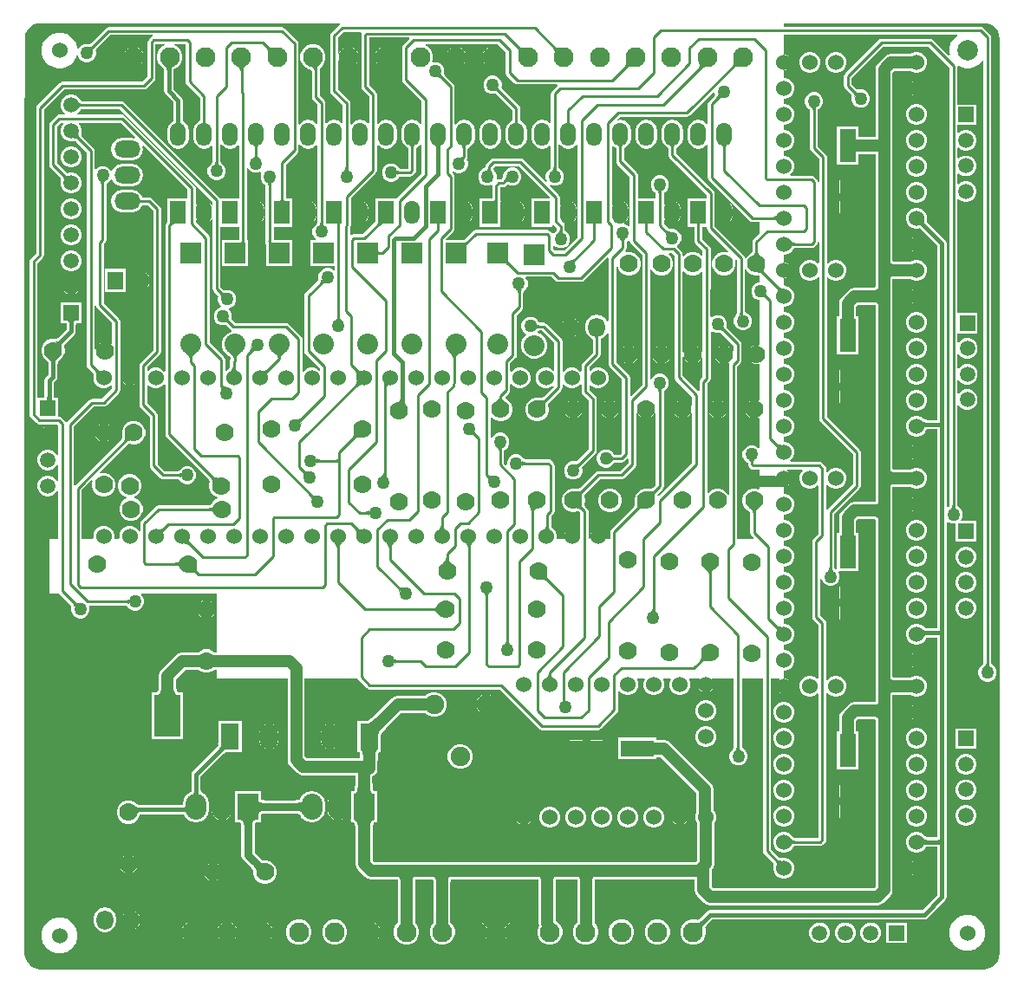
<source format=gtl>
G04*
G04 #@! TF.GenerationSoftware,Altium Limited,Altium Designer,21.0.8 (223)*
G04*
G04 Layer_Physical_Order=1*
G04 Layer_Color=255*
%FSLAX25Y25*%
%MOIN*%
G70*
G04*
G04 #@! TF.SameCoordinates,BD0D8E5F-934B-4C72-AD9E-884AB11E7CA7*
G04*
G04*
G04 #@! TF.FilePolarity,Positive*
G04*
G01*
G75*
%ADD11C,0.01000*%
%ADD12C,0.01500*%
%ADD17R,0.12598X0.06299*%
%ADD18R,0.06299X0.12598*%
%ADD48C,0.03000*%
%ADD49C,0.04500*%
%ADD50C,0.06000*%
%ADD51R,0.10000X0.16000*%
%ADD52R,0.16000X0.10000*%
%ADD53O,0.07000X0.10000*%
%ADD54R,0.07000X0.10000*%
%ADD55C,0.07677*%
%ADD56R,0.08000X0.10000*%
%ADD57O,0.08000X0.10000*%
%ADD58C,0.07000*%
%ADD59R,0.06000X0.07000*%
%ADD60O,0.06000X0.07000*%
%ADD61R,0.05984X0.05984*%
%ADD62C,0.05984*%
%ADD63R,0.08000X0.08000*%
%ADD64C,0.08000*%
%ADD65C,0.07500*%
%ADD66O,0.06000X0.09000*%
%ADD67R,0.06000X0.09000*%
%ADD68C,0.05906*%
%ADD69R,0.05906X0.05906*%
%ADD70O,0.10000X0.06600*%
%ADD71O,0.06500X0.07500*%
%ADD72C,0.05937*%
%ADD73R,0.05937X0.05937*%
%ADD74R,0.05937X0.05937*%
%ADD75C,0.07874*%
%ADD76C,0.05000*%
G36*
X169293Y472086D02*
X169181Y471963D01*
X169085Y471835D01*
X169006Y471703D01*
X168943Y471566D01*
X168897Y471425D01*
X168868Y471279D01*
X168855Y471128D01*
X168858Y470972D01*
X168878Y470812D01*
X168915Y470647D01*
X167147Y472415D01*
X167312Y472378D01*
X167472Y472358D01*
X167628Y472355D01*
X167779Y472368D01*
X167925Y472397D01*
X168067Y472443D01*
X168203Y472506D01*
X168335Y472585D01*
X168463Y472681D01*
X168586Y472793D01*
X169293Y472086D01*
D02*
G37*
G36*
X346647Y472478D02*
X346839Y472347D01*
X347045Y472241D01*
X347266Y472160D01*
X347501Y472105D01*
X347752Y472076D01*
X348017Y472072D01*
X348296Y472093D01*
X348591Y472140D01*
X348900Y472212D01*
X346186Y469497D01*
X346258Y469807D01*
X346305Y470101D01*
X346326Y470381D01*
X346322Y470646D01*
X346292Y470896D01*
X346237Y471132D01*
X346157Y471353D01*
X346051Y471559D01*
X345920Y471751D01*
X345763Y471927D01*
X346470Y472634D01*
X346647Y472478D01*
D02*
G37*
G36*
X332868D02*
X333059Y472347D01*
X333265Y472241D01*
X333486Y472160D01*
X333722Y472105D01*
X333972Y472076D01*
X334237Y472072D01*
X334517Y472093D01*
X334811Y472140D01*
X335121Y472212D01*
X332406Y469497D01*
X332478Y469807D01*
X332525Y470101D01*
X332546Y470381D01*
X332542Y470646D01*
X332513Y470896D01*
X332458Y471132D01*
X332378Y471353D01*
X332272Y471559D01*
X332140Y471751D01*
X331984Y471927D01*
X332691Y472634D01*
X332868Y472478D01*
D02*
G37*
G36*
X236411D02*
X236602Y472347D01*
X236808Y472241D01*
X237029Y472160D01*
X237265Y472105D01*
X237515Y472076D01*
X237780Y472072D01*
X238060Y472093D01*
X238355Y472140D01*
X238664Y472212D01*
X235950Y469497D01*
X236022Y469807D01*
X236068Y470101D01*
X236090Y470381D01*
X236086Y470646D01*
X236056Y470896D01*
X236001Y471132D01*
X235921Y471353D01*
X235815Y471559D01*
X235684Y471751D01*
X235527Y471927D01*
X236234Y472634D01*
X236411Y472478D01*
D02*
G37*
G36*
X272231Y477687D02*
X272102Y477493D01*
X271987Y476914D01*
X271987Y476914D01*
Y457000D01*
X271987Y457000D01*
X272102Y456421D01*
X272430Y455930D01*
X274987Y453373D01*
Y443175D01*
X274508Y443029D01*
X274479Y443073D01*
X273161Y443954D01*
X271606Y444263D01*
X270052Y443954D01*
X268734Y443073D01*
X268392Y442561D01*
X267913Y442706D01*
Y450600D01*
X267913Y450600D01*
X267798Y451179D01*
X267470Y451670D01*
X267470Y451670D01*
X263113Y456027D01*
Y467073D01*
X263613Y467172D01*
X263962Y466330D01*
X265042Y465250D01*
X265717Y464970D01*
Y468504D01*
Y472038D01*
X265042Y471758D01*
X263962Y470678D01*
X263613Y469836D01*
X263113Y469935D01*
Y475973D01*
X265327Y478187D01*
X271964D01*
X272231Y477687D01*
D02*
G37*
G36*
X417798Y464796D02*
X417489Y464868D01*
X417194Y464915D01*
X416914Y464936D01*
X416649Y464932D01*
X416399Y464903D01*
X416163Y464848D01*
X415942Y464767D01*
X415736Y464661D01*
X415545Y464530D01*
X415368Y464374D01*
X414661Y465081D01*
X414818Y465257D01*
X414949Y465449D01*
X415055Y465655D01*
X415135Y465876D01*
X415190Y466112D01*
X415220Y466362D01*
X415224Y466627D01*
X415202Y466907D01*
X415156Y467201D01*
X415084Y467511D01*
X417798Y464796D01*
D02*
G37*
G36*
X376459D02*
X376150Y464868D01*
X375855Y464915D01*
X375576Y464936D01*
X375311Y464932D01*
X375060Y464903D01*
X374825Y464848D01*
X374604Y464767D01*
X374398Y464661D01*
X374206Y464530D01*
X374029Y464374D01*
X373322Y465081D01*
X373479Y465257D01*
X373610Y465449D01*
X373716Y465655D01*
X373797Y465876D01*
X373851Y466112D01*
X373881Y466362D01*
X373885Y466627D01*
X373864Y466907D01*
X373817Y467201D01*
X373745Y467511D01*
X376459Y464796D01*
D02*
G37*
G36*
X405076Y464666D02*
X404739Y464652D01*
X404121Y464579D01*
X403840Y464520D01*
X403577Y464444D01*
X403333Y464354D01*
X403108Y464248D01*
X402902Y464126D01*
X402713Y463989D01*
X402544Y463837D01*
X401633Y464340D01*
X401791Y464519D01*
X401917Y464708D01*
X402008Y464905D01*
X402067Y465110D01*
X402092Y465325D01*
X402084Y465548D01*
X402043Y465780D01*
X401969Y466021D01*
X401861Y466271D01*
X401720Y466530D01*
X405076Y464666D01*
D02*
G37*
G36*
X255974Y465593D02*
X255589Y465103D01*
X255433Y464862D01*
X255300Y464623D01*
X255192Y464386D01*
X255108Y464152D01*
X255048Y463920D01*
X255012Y463690D01*
X255000Y463463D01*
X254000Y463171D01*
X253985Y463410D01*
X253941Y463632D01*
X253866Y463836D01*
X253762Y464023D01*
X253628Y464192D01*
X253465Y464344D01*
X253272Y464479D01*
X253048Y464596D01*
X252796Y464696D01*
X252513Y464778D01*
X256202Y465841D01*
X255974Y465593D01*
D02*
G37*
G36*
X199955Y465032D02*
X199726Y464911D01*
X199522Y464775D01*
X199341Y464624D01*
X199184Y464459D01*
X199051Y464278D01*
X198943Y464083D01*
X198858Y463873D01*
X198798Y463648D01*
X198762Y463409D01*
X198750Y463154D01*
X197250Y463282D01*
X197239Y463535D01*
X197205Y463778D01*
X197149Y464010D01*
X197071Y464233D01*
X196970Y464445D01*
X196847Y464646D01*
X196701Y464838D01*
X196533Y465019D01*
X196343Y465190D01*
X196130Y465351D01*
X199955Y465032D01*
D02*
G37*
G36*
X227636Y465065D02*
X227397Y464882D01*
X227187Y464691D01*
X227005Y464495D01*
X226851Y464292D01*
X226724Y464083D01*
X226626Y463867D01*
X226556Y463645D01*
X226514Y463416D01*
X226500Y463181D01*
X225500Y463149D01*
X225486Y463385D01*
X225443Y463613D01*
X225371Y463831D01*
X225270Y464042D01*
X225141Y464243D01*
X224984Y464436D01*
X224797Y464620D01*
X224582Y464796D01*
X224338Y464962D01*
X224065Y465120D01*
X227902Y465242D01*
X227636Y465065D01*
D02*
G37*
G36*
X302778Y462188D02*
X302758Y462028D01*
X302755Y461872D01*
X302768Y461721D01*
X302797Y461575D01*
X302843Y461434D01*
X302906Y461297D01*
X302985Y461165D01*
X303081Y461037D01*
X303193Y460914D01*
X302486Y460207D01*
X302363Y460319D01*
X302235Y460415D01*
X302103Y460494D01*
X301967Y460557D01*
X301825Y460603D01*
X301679Y460632D01*
X301528Y460645D01*
X301372Y460642D01*
X301212Y460622D01*
X301047Y460585D01*
X302815Y462353D01*
X302778Y462188D01*
D02*
G37*
G36*
X462037Y455181D02*
X462165Y455085D01*
X462297Y455006D01*
X462433Y454943D01*
X462575Y454897D01*
X462721Y454868D01*
X462872Y454855D01*
X463028Y454858D01*
X463188Y454878D01*
X463353Y454915D01*
X461585Y453147D01*
X461622Y453312D01*
X461642Y453472D01*
X461645Y453628D01*
X461632Y453779D01*
X461603Y453925D01*
X461557Y454067D01*
X461494Y454203D01*
X461415Y454335D01*
X461319Y454463D01*
X461207Y454586D01*
X461914Y455293D01*
X462037Y455181D01*
D02*
G37*
G36*
X410753Y452585D02*
X410588Y452622D01*
X410428Y452642D01*
X410272Y452645D01*
X410121Y452632D01*
X409975Y452603D01*
X409833Y452557D01*
X409697Y452494D01*
X409565Y452415D01*
X409437Y452319D01*
X409314Y452207D01*
X408607Y452914D01*
X408719Y453037D01*
X408815Y453165D01*
X408894Y453297D01*
X408957Y453434D01*
X409003Y453575D01*
X409032Y453721D01*
X409045Y453872D01*
X409042Y454028D01*
X409022Y454188D01*
X408985Y454353D01*
X410753Y452585D01*
D02*
G37*
G36*
X163210Y451307D02*
X163338Y451137D01*
X163473Y450988D01*
X163616Y450859D01*
X163768Y450749D01*
X163927Y450659D01*
X164095Y450590D01*
X164271Y450540D01*
X164455Y450510D01*
X164647Y450500D01*
Y449500D01*
X164455Y449490D01*
X164271Y449460D01*
X164095Y449410D01*
X163927Y449341D01*
X163768Y449251D01*
X163616Y449141D01*
X163473Y449012D01*
X163338Y448863D01*
X163210Y448693D01*
X163091Y448504D01*
Y451496D01*
X163210Y451307D01*
D02*
G37*
G36*
X447108Y449244D02*
X446980Y449145D01*
X446868Y449038D01*
X446770Y448922D01*
X446688Y448797D01*
X446620Y448665D01*
X446567Y448524D01*
X446530Y448374D01*
X446508Y448217D01*
X446500Y448050D01*
X445500D01*
X445493Y448217D01*
X445470Y448374D01*
X445433Y448524D01*
X445380Y448665D01*
X445312Y448797D01*
X445230Y448922D01*
X445132Y449038D01*
X445020Y449145D01*
X444893Y449244D01*
X444750Y449335D01*
X447250D01*
X447108Y449244D01*
D02*
G37*
G36*
X407916Y454835D02*
Y454307D01*
X407959Y454202D01*
X407945Y454122D01*
X407971Y454006D01*
X407978Y453949D01*
X407979Y453906D01*
X407976Y453873D01*
X407971Y453846D01*
X407963Y453821D01*
X407950Y453793D01*
X407930Y453759D01*
X407898Y453718D01*
X407821Y453633D01*
X407780Y453520D01*
X405730Y451470D01*
X405402Y450979D01*
X405287Y450400D01*
X405287Y450400D01*
Y442726D01*
X404808Y442581D01*
X404479Y443073D01*
X403161Y443954D01*
X401606Y444263D01*
X400052Y443954D01*
X398734Y443073D01*
X397853Y441755D01*
X397544Y440201D01*
Y437201D01*
X397853Y435646D01*
X398734Y434328D01*
X400052Y433448D01*
X401606Y433139D01*
X403161Y433448D01*
X404479Y434328D01*
X404808Y434821D01*
X405287Y434676D01*
Y422151D01*
X405287Y422151D01*
X405402Y421572D01*
X405730Y421081D01*
X413999Y412811D01*
X413681Y412423D01*
X413462Y412569D01*
X413106Y412807D01*
Y410201D01*
X414665D01*
X414432Y411371D01*
X413975Y412056D01*
X413829Y412275D01*
X414217Y412594D01*
X421381Y405430D01*
X421381Y405430D01*
X421872Y405102D01*
X422451Y404987D01*
X425000D01*
Y400640D01*
X422881Y398521D01*
X422553Y398030D01*
X422438Y397451D01*
X422438Y397451D01*
Y394029D01*
X422388Y393925D01*
X422379Y393770D01*
X422364Y393686D01*
X422340Y393609D01*
X422305Y393532D01*
X422257Y393450D01*
X422190Y393363D01*
X422100Y393268D01*
X421984Y393167D01*
X421840Y393062D01*
X421637Y392935D01*
X421597Y392879D01*
X421411Y392802D01*
X420150Y391540D01*
X419992Y391159D01*
X419472Y391210D01*
X419398Y391579D01*
X419070Y392070D01*
X419070Y392070D01*
X407913Y403227D01*
Y416106D01*
X407913Y416106D01*
X407798Y416685D01*
X407470Y417176D01*
X393120Y431527D01*
Y433205D01*
X393171Y433321D01*
X393175Y433457D01*
X394479Y434328D01*
X395359Y435646D01*
X395669Y437201D01*
Y440201D01*
X395359Y441755D01*
X394479Y443073D01*
X393161Y443954D01*
X391606Y444263D01*
X390052Y443954D01*
X388734Y443073D01*
X387853Y441755D01*
X387544Y440201D01*
Y437201D01*
X387853Y435646D01*
X388734Y434328D01*
X390038Y433457D01*
X390041Y433321D01*
X390093Y433205D01*
Y430900D01*
X390093Y430900D01*
X390208Y430321D01*
X390536Y429830D01*
X404887Y415480D01*
Y414185D01*
X397622D01*
Y403217D01*
X400071D01*
X400093Y403167D01*
Y397894D01*
X400093Y397894D01*
X400208Y397315D01*
X400536Y396824D01*
X403287Y394073D01*
Y392213D01*
X402787Y392006D01*
X401991Y392802D01*
X400343Y393484D01*
X398559D01*
X396911Y392802D01*
X396013Y391904D01*
X395513Y392111D01*
Y392606D01*
X395513Y392606D01*
X395398Y393185D01*
X395070Y393676D01*
X395070Y393676D01*
X393410Y395337D01*
X393527Y395927D01*
X393574Y395946D01*
X394554Y396926D01*
X395084Y398207D01*
Y399593D01*
X394554Y400874D01*
X393574Y401854D01*
X392293Y402384D01*
X390907D01*
X390802Y402341D01*
X390722Y402355D01*
X390606Y402329D01*
X390549Y402322D01*
X390506Y402321D01*
X390473Y402324D01*
X390446Y402329D01*
X390421Y402338D01*
X390393Y402350D01*
X390359Y402370D01*
X390318Y402402D01*
X390233Y402479D01*
X390120Y402520D01*
X388313Y404327D01*
Y405638D01*
X388399Y405701D01*
X389078Y405585D01*
X389443Y405038D01*
X390106Y404595D01*
Y408701D01*
Y412807D01*
X389443Y412364D01*
X389078Y411817D01*
X388399Y411700D01*
X388313Y411764D01*
Y415894D01*
X388364Y416003D01*
X388369Y416117D01*
X388377Y416169D01*
X388386Y416207D01*
X388397Y416236D01*
X388409Y416259D01*
X388424Y416282D01*
X388445Y416307D01*
X388477Y416337D01*
X388522Y416372D01*
X388622Y416436D01*
X388669Y416503D01*
X388774Y416546D01*
X389754Y417526D01*
X390284Y418807D01*
Y420193D01*
X389754Y421474D01*
X388774Y422454D01*
X387493Y422984D01*
X386107D01*
X384826Y422454D01*
X383846Y421474D01*
X383316Y420193D01*
Y418807D01*
X383846Y417526D01*
X384826Y416546D01*
X384931Y416503D01*
X384978Y416436D01*
X385078Y416372D01*
X385123Y416337D01*
X385155Y416307D01*
X385176Y416282D01*
X385191Y416259D01*
X385203Y416236D01*
X385214Y416207D01*
X385223Y416169D01*
X385231Y416117D01*
X385236Y416003D01*
X385287Y415894D01*
Y414185D01*
X378313D01*
Y423100D01*
X378313Y423100D01*
X378198Y423679D01*
X377870Y424170D01*
X373120Y428920D01*
Y433205D01*
X373171Y433321D01*
X373175Y433457D01*
X374479Y434328D01*
X375360Y435646D01*
X375669Y437201D01*
Y440201D01*
X375360Y441755D01*
X374479Y443073D01*
X373161Y443954D01*
X371606Y444263D01*
X370836Y444110D01*
X370589Y444571D01*
X371505Y445487D01*
X397287D01*
X397287Y445487D01*
X397867Y445602D01*
X398358Y445930D01*
X407454Y455026D01*
X407916Y454835D01*
D02*
G37*
G36*
X327487Y470473D02*
Y462500D01*
X327487Y462500D01*
X327602Y461921D01*
X327930Y461430D01*
X330930Y458430D01*
X331421Y458102D01*
X332000Y457987D01*
X332000Y457987D01*
X347253D01*
X347370Y457811D01*
X347446Y457487D01*
X345330Y455370D01*
X345002Y454879D01*
X344887Y454300D01*
X344887Y454300D01*
Y443294D01*
X344387Y443135D01*
X343161Y443954D01*
X341606Y444263D01*
X340052Y443954D01*
X338734Y443073D01*
X337853Y441755D01*
X337544Y440201D01*
Y437201D01*
X337853Y435646D01*
X338734Y434328D01*
X340052Y433448D01*
X341606Y433139D01*
X343161Y433448D01*
X344387Y434267D01*
X344887Y434107D01*
Y426106D01*
X344836Y425997D01*
X344831Y425883D01*
X344823Y425831D01*
X344814Y425793D01*
X344803Y425764D01*
X344791Y425741D01*
X344776Y425718D01*
X344755Y425693D01*
X344723Y425663D01*
X344678Y425628D01*
X344578Y425563D01*
X344531Y425497D01*
X344426Y425454D01*
X343446Y424474D01*
X342916Y423193D01*
Y421807D01*
X343323Y420825D01*
X342899Y420541D01*
X334370Y429070D01*
X333879Y429398D01*
X333300Y429513D01*
X333300Y429513D01*
X322778D01*
X322519Y429462D01*
X322199Y429398D01*
X322199Y429398D01*
X322199Y429398D01*
X321903Y429200D01*
X321708Y429070D01*
X321708Y429070D01*
X321708Y429070D01*
X320100Y427462D01*
X320100Y427462D01*
X320099Y427462D01*
X319916Y427187D01*
X319772Y426971D01*
X319772Y426971D01*
X319772Y426971D01*
X319733Y426777D01*
X319656Y426392D01*
X319656Y426392D01*
Y426300D01*
X319645Y426286D01*
X319656Y426189D01*
Y426153D01*
X319605Y426045D01*
X319601Y425951D01*
X319555Y425937D01*
X319466Y425862D01*
X319352Y425848D01*
X319291Y425770D01*
X318526Y425454D01*
X317546Y424474D01*
X317016Y423193D01*
Y421807D01*
X317546Y420526D01*
X318526Y419546D01*
X319807Y419016D01*
X321193D01*
X321916Y419315D01*
X322089Y419238D01*
X322354Y418956D01*
X322343Y418900D01*
Y418899D01*
X322343Y418899D01*
X322343Y418899D01*
Y414235D01*
X322321Y414185D01*
X317622D01*
Y403217D01*
X325591D01*
Y412908D01*
X325639Y412981D01*
X325617Y413092D01*
X325660Y413196D01*
X325591Y413360D01*
Y413390D01*
X325594Y413406D01*
X325591Y413411D01*
Y414185D01*
X325387D01*
X325370Y414224D01*
Y418273D01*
X325544Y418447D01*
X326513D01*
X326513Y418447D01*
X327092Y418562D01*
X327092Y418562D01*
X327092D01*
X327583Y418890D01*
X327583Y418890D01*
X327583Y418890D01*
X327909Y419216D01*
X327927Y419218D01*
X327988Y419295D01*
X328014Y419321D01*
X328126Y419361D01*
X328195Y419424D01*
X328238Y419402D01*
X328353Y419392D01*
X328444Y419320D01*
X328543Y419332D01*
X329307Y419016D01*
X330693D01*
X331974Y419546D01*
X332954Y420526D01*
X333484Y421807D01*
Y423193D01*
X332954Y424474D01*
X331974Y425454D01*
X330693Y425984D01*
X329307D01*
X328026Y425454D01*
X327046Y424474D01*
X326516Y423193D01*
Y422863D01*
X326474Y422809D01*
X326489Y422684D01*
X326436Y422569D01*
X326430Y422434D01*
X326420Y422344D01*
X326404Y422263D01*
X326384Y422189D01*
X326359Y422120D01*
X326330Y422056D01*
X326295Y421994D01*
X326255Y421934D01*
X326206Y421873D01*
X326122Y421782D01*
X326080Y421667D01*
X325886Y421474D01*
X324917D01*
X324917Y421474D01*
X324917Y421474D01*
X324574Y421406D01*
X324338Y421358D01*
X324338Y421358D01*
X324338Y421358D01*
X323937Y421692D01*
X323984Y421807D01*
Y423193D01*
X323454Y424474D01*
X323220Y424707D01*
X323212Y424775D01*
X323113Y424853D01*
X323069Y424971D01*
X322978Y425071D01*
X322921Y425142D01*
X322875Y425210D01*
X322837Y425277D01*
X322806Y425343D01*
X322781Y425409D01*
X322762Y425477D01*
X322748Y425549D01*
X322739Y425626D01*
X322734Y425749D01*
X322713Y425795D01*
X323405Y426487D01*
X332673D01*
X344513Y414647D01*
X344321Y414185D01*
X337622D01*
Y403217D01*
X345591D01*
Y403652D01*
X346091Y403859D01*
X347187Y402763D01*
Y402006D01*
X347136Y401898D01*
X347131Y401783D01*
X347123Y401731D01*
X347114Y401693D01*
X347103Y401664D01*
X347091Y401641D01*
X347076Y401618D01*
X347055Y401593D01*
X347023Y401563D01*
X346978Y401528D01*
X346878Y401464D01*
X346831Y401397D01*
X346726Y401354D01*
X346008Y400636D01*
X346006Y400634D01*
X345375Y400684D01*
X345370Y400692D01*
X345370Y400692D01*
X344492Y401570D01*
X344001Y401898D01*
X343421Y402013D01*
X343421Y402013D01*
X316000D01*
X315421Y401898D01*
X314930Y401570D01*
X314930Y401570D01*
X311799Y398439D01*
X311678Y398391D01*
X311502Y398222D01*
X311361Y398097D01*
X311246Y398006D01*
X311214Y397984D01*
X311212D01*
X311074Y398041D01*
X310996Y398009D01*
X310915Y398029D01*
X310840Y397984D01*
X304731D01*
X304524Y398484D01*
X307470Y401430D01*
X307798Y401921D01*
X307913Y402500D01*
X307913Y402500D01*
Y422500D01*
X307798Y423079D01*
X307470Y423570D01*
X307470Y423570D01*
X306990Y424050D01*
X307019Y424253D01*
X307550Y424429D01*
X307633Y424346D01*
X308913Y423816D01*
X310299D01*
X311580Y424346D01*
X312560Y425326D01*
X313091Y426607D01*
Y427993D01*
X312611Y429151D01*
X312744Y429350D01*
X312859Y429929D01*
X312859Y429929D01*
Y433137D01*
X312907Y433229D01*
X313161Y433448D01*
X314479Y434328D01*
X315359Y435646D01*
X315669Y437201D01*
Y440201D01*
X315359Y441755D01*
X314479Y443073D01*
X313161Y443954D01*
X311606Y444263D01*
X310052Y443954D01*
X308734Y443073D01*
X308392Y442561D01*
X307913Y442706D01*
Y457000D01*
X307798Y457579D01*
X307470Y458070D01*
X307470Y458070D01*
X304020Y461520D01*
X303979Y461633D01*
X303902Y461718D01*
X303870Y461760D01*
X303850Y461793D01*
X303837Y461821D01*
X303829Y461846D01*
X303824Y461873D01*
X303821Y461906D01*
X303822Y461949D01*
X303829Y462006D01*
X303855Y462122D01*
X303841Y462202D01*
X303884Y462307D01*
Y463693D01*
X303354Y464974D01*
X302374Y465954D01*
X301093Y466484D01*
X299707D01*
X299649Y466460D01*
X299296Y466814D01*
X299598Y467545D01*
Y469463D01*
X298864Y471236D01*
X297508Y472593D01*
X296556Y472987D01*
X296656Y473487D01*
X324473D01*
X327487Y470473D01*
D02*
G37*
G36*
X511338Y481468D02*
X511338Y481468D01*
X512924Y481259D01*
X514403Y480647D01*
X515673Y479673D01*
X516647Y478403D01*
X517259Y476924D01*
X517468Y475338D01*
X517487D01*
Y123662D01*
X517487Y123662D01*
X517468D01*
X517259Y122076D01*
X516647Y120597D01*
X515673Y119327D01*
X514403Y118353D01*
X512924Y117741D01*
X511338Y117532D01*
Y117513D01*
X148662D01*
X148662Y117532D01*
X148662Y117532D01*
X147076Y117741D01*
X145597Y118353D01*
X144327Y119327D01*
X143353Y120597D01*
X142741Y122076D01*
X142532Y123662D01*
X142513D01*
Y253000D01*
Y283000D01*
Y427872D01*
X142955Y477442D01*
X143353Y478403D01*
X144327Y479673D01*
X145597Y480647D01*
X147076Y481259D01*
X148662Y481468D01*
X148662Y481487D01*
X263802D01*
X263954Y480987D01*
X263630Y480770D01*
X263630Y480770D01*
X260530Y477670D01*
X260202Y477179D01*
X260087Y476600D01*
X260087Y476600D01*
Y455400D01*
X260087Y455400D01*
X260202Y454821D01*
X260530Y454330D01*
X264887Y449973D01*
Y443294D01*
X264387Y443135D01*
X263161Y443954D01*
X261606Y444263D01*
X260052Y443954D01*
X258734Y443073D01*
X258692Y443010D01*
X258213Y443155D01*
Y450800D01*
X258213Y450800D01*
X258098Y451379D01*
X257770Y451870D01*
X256013Y453627D01*
Y463301D01*
X256064Y463406D01*
X256073Y463579D01*
X256092Y463703D01*
X256127Y463837D01*
X256180Y463984D01*
X256252Y464143D01*
X256347Y464314D01*
X256457Y464483D01*
X256786Y464902D01*
X256986Y465120D01*
X257031Y465244D01*
X257134Y465326D01*
X257141Y465388D01*
X257526Y465772D01*
X258260Y467545D01*
Y469463D01*
X257526Y471236D01*
X256169Y472593D01*
X254396Y473327D01*
X252478D01*
X250705Y472593D01*
X249348Y471236D01*
X248614Y469463D01*
Y467545D01*
X249348Y465772D01*
X250705Y464415D01*
X251958Y463897D01*
X251998Y463846D01*
X252111Y463833D01*
X252126Y463827D01*
X252215Y463756D01*
X252450Y463687D01*
X252604Y463626D01*
X252717Y463567D01*
X252795Y463513D01*
X252843Y463468D01*
X252873Y463430D01*
X252894Y463392D01*
X252912Y463343D01*
X252926Y463272D01*
X252937Y463105D01*
X252987Y463003D01*
Y462961D01*
X252977Y462874D01*
X252987Y462862D01*
Y453000D01*
X252987Y453000D01*
X253102Y452421D01*
X253430Y451930D01*
X255187Y450173D01*
Y442875D01*
X254708Y442730D01*
X254479Y443073D01*
X253161Y443954D01*
X251606Y444263D01*
X250052Y443954D01*
X248734Y443073D01*
X248392Y442561D01*
X247913Y442706D01*
Y473600D01*
X247913Y473600D01*
X247798Y474179D01*
X247470Y474670D01*
X247470Y474670D01*
X242620Y479520D01*
X242129Y479848D01*
X241550Y479963D01*
X241550Y479963D01*
X174950D01*
X174371Y479848D01*
X173880Y479520D01*
X173880Y479520D01*
X167980Y473620D01*
X167867Y473579D01*
X167782Y473502D01*
X167740Y473470D01*
X167707Y473450D01*
X167679Y473438D01*
X167654Y473429D01*
X167627Y473424D01*
X167594Y473421D01*
X167551Y473422D01*
X167494Y473429D01*
X167378Y473455D01*
X167298Y473441D01*
X167193Y473484D01*
X165807D01*
X164526Y472954D01*
X163546Y471974D01*
X163390Y471596D01*
X162890Y471696D01*
Y471907D01*
X162420Y473659D01*
X161513Y475230D01*
X160230Y476513D01*
X158659Y477420D01*
X156907Y477890D01*
X155093D01*
X153341Y477420D01*
X151770Y476513D01*
X150487Y475230D01*
X149580Y473659D01*
X149110Y471907D01*
Y470093D01*
X149580Y468341D01*
X150487Y466770D01*
X151770Y465487D01*
X153341Y464580D01*
X155093Y464110D01*
X156907D01*
X158659Y464580D01*
X160230Y465487D01*
X161513Y466770D01*
X162420Y468341D01*
X162599Y469007D01*
X163126Y469042D01*
X163546Y468026D01*
X164526Y467046D01*
X165807Y466516D01*
X167193D01*
X168474Y467046D01*
X169454Y468026D01*
X169984Y469307D01*
Y470693D01*
X169941Y470798D01*
X169955Y470878D01*
X169929Y470994D01*
X169922Y471051D01*
X169921Y471094D01*
X169924Y471127D01*
X169929Y471154D01*
X169938Y471179D01*
X169950Y471207D01*
X169970Y471241D01*
X170002Y471282D01*
X170079Y471367D01*
X170120Y471480D01*
X175577Y476937D01*
X191844D01*
X191893Y476437D01*
X191700Y476398D01*
X191209Y476070D01*
X191209Y476070D01*
X190330Y475191D01*
X190002Y474700D01*
X189887Y474121D01*
X189887Y474121D01*
Y461027D01*
X187873Y459013D01*
X157100D01*
X157100Y459013D01*
X156521Y458898D01*
X156030Y458570D01*
X156030Y458570D01*
X147430Y449970D01*
X147102Y449479D01*
X146987Y448900D01*
X146987Y448900D01*
Y392927D01*
X144930Y390870D01*
X144602Y390379D01*
X144487Y389800D01*
X144487Y389800D01*
Y330995D01*
X144487Y330995D01*
X144602Y330416D01*
X144930Y329925D01*
X147209Y327646D01*
X147700Y327318D01*
X148279Y327203D01*
X148279Y327203D01*
X155173D01*
X155502Y326873D01*
Y315432D01*
X155002Y315332D01*
X154838Y315730D01*
X153730Y316838D01*
X152283Y317437D01*
X150717D01*
X149270Y316838D01*
X148162Y315730D01*
X147563Y314283D01*
Y312717D01*
X148162Y311270D01*
X149270Y310162D01*
X150717Y309563D01*
X152283D01*
X153730Y310162D01*
X154838Y311270D01*
X155002Y311668D01*
X155502Y311568D01*
Y305432D01*
X155002Y305332D01*
X154838Y305730D01*
X153730Y306838D01*
X152283Y307437D01*
X150717D01*
X149270Y306838D01*
X148162Y305730D01*
X147563Y304283D01*
Y302717D01*
X148162Y301270D01*
X149270Y300162D01*
X150717Y299563D01*
X152283D01*
X153730Y300162D01*
X154838Y301270D01*
X155002Y301668D01*
X155502Y301568D01*
Y283000D01*
X152000D01*
Y262000D01*
X155888D01*
X155946Y261914D01*
X160380Y257480D01*
X160421Y257367D01*
X160498Y257282D01*
X160529Y257241D01*
X160550Y257207D01*
X160563Y257179D01*
X160571Y257154D01*
X160576Y257127D01*
X160579Y257094D01*
X160578Y257051D01*
X160571Y256994D01*
X160545Y256878D01*
X160559Y256798D01*
X160516Y256693D01*
Y255307D01*
X161046Y254026D01*
X162026Y253046D01*
X163307Y252516D01*
X164693D01*
X165974Y253046D01*
X166954Y254026D01*
X167484Y255307D01*
Y256693D01*
X167328Y257071D01*
X167605Y257487D01*
X181394D01*
X181502Y257436D01*
X181617Y257431D01*
X181669Y257423D01*
X181707Y257414D01*
X181736Y257403D01*
X181759Y257391D01*
X181782Y257376D01*
X181807Y257355D01*
X181837Y257323D01*
X181872Y257278D01*
X181937Y257178D01*
X182003Y257131D01*
X182046Y257026D01*
X183026Y256046D01*
X184307Y255516D01*
X185693D01*
X186974Y256046D01*
X187954Y257026D01*
X188484Y258307D01*
Y259693D01*
X187954Y260974D01*
X187427Y261500D01*
X187635Y262000D01*
X216500Y262000D01*
X216500Y239398D01*
X215544D01*
X215040Y239902D01*
X213392Y240585D01*
X211608D01*
X209960Y239902D01*
X209456Y239398D01*
X203101D01*
X201839Y239147D01*
X200769Y238432D01*
X195168Y232832D01*
X194453Y231762D01*
X194202Y230500D01*
Y227108D01*
X194185Y227069D01*
X194164Y226334D01*
X194104Y225724D01*
X194010Y225216D01*
X193890Y224812D01*
X193754Y224514D01*
X193619Y224314D01*
X193493Y224191D01*
X193368Y224116D01*
X193213Y224066D01*
X192899Y224037D01*
X192800Y223984D01*
X191516D01*
Y206016D01*
X203484D01*
Y223984D01*
X202200D01*
X202101Y224037D01*
X201787Y224066D01*
X201632Y224116D01*
X201507Y224191D01*
X201381Y224314D01*
X201245Y224514D01*
X201110Y224812D01*
X200990Y225216D01*
X200896Y225724D01*
X200836Y226334D01*
X200815Y227069D01*
X200798Y227108D01*
Y229134D01*
X204467Y232803D01*
X209456D01*
X209960Y232299D01*
X211608Y231616D01*
X213392D01*
X215040Y232299D01*
X215544Y232803D01*
X216500D01*
Y229500D01*
X243702D01*
Y198011D01*
X243953Y196749D01*
X244668Y195679D01*
X247304Y193043D01*
X248374Y192328D01*
X249636Y192077D01*
X269702D01*
Y189102D01*
X269685Y189062D01*
X269668Y188321D01*
X269621Y187696D01*
X269545Y187168D01*
X269447Y186743D01*
X269336Y186427D01*
X269228Y186221D01*
X269145Y186116D01*
X269098Y186080D01*
X269070Y186068D01*
X268882Y186045D01*
X268774Y185984D01*
X268016D01*
Y185155D01*
X267947Y184988D01*
X267973Y184924D01*
X267955Y184858D01*
X268016Y184750D01*
Y175245D01*
X267954Y175133D01*
X267971Y175071D01*
X267947Y175012D01*
X268016Y174845D01*
Y174016D01*
X268779D01*
X268891Y173954D01*
X269111Y173928D01*
X269171Y173905D01*
X269234Y173859D01*
X269327Y173751D01*
X269441Y173548D01*
X269558Y173237D01*
X269662Y172818D01*
X269742Y172296D01*
X269792Y171675D01*
X269810Y170936D01*
X269827Y170897D01*
Y158136D01*
X270078Y156874D01*
X270793Y155804D01*
X273429Y153168D01*
X274499Y152453D01*
X275761Y152202D01*
X285862D01*
X285883Y152190D01*
X285891Y152190D01*
X285929Y152099D01*
X285977Y151921D01*
X286017Y151675D01*
X286045Y151366D01*
X286055Y150972D01*
X286072Y150933D01*
Y135413D01*
X285281Y134622D01*
X284547Y132849D01*
Y130930D01*
X285281Y129158D01*
X286638Y127801D01*
X288411Y127067D01*
X290329D01*
X292102Y127801D01*
X293459Y129158D01*
X294193Y130930D01*
Y132849D01*
X293459Y134622D01*
X292668Y135413D01*
Y150933D01*
X292685Y150972D01*
X292695Y151366D01*
X292723Y151675D01*
X292763Y151921D01*
X292811Y152099D01*
X292849Y152190D01*
X292857Y152190D01*
X292878Y152202D01*
X299492D01*
X299514Y152190D01*
X299521Y152190D01*
X299559Y152099D01*
X299606Y151921D01*
X299647Y151675D01*
X299675Y151366D01*
X299685Y150972D01*
X299702Y150933D01*
Y135263D01*
X299061Y134622D01*
X298327Y132849D01*
Y130930D01*
X299061Y129158D01*
X300418Y127801D01*
X302190Y127067D01*
X304109D01*
X305882Y127801D01*
X307238Y129158D01*
X307972Y130930D01*
Y132849D01*
X307238Y134622D01*
X306298Y135562D01*
Y150933D01*
X306315Y150972D01*
X306325Y151366D01*
X306353Y151675D01*
X306394Y151921D01*
X306441Y152099D01*
X306479Y152190D01*
X306487Y152190D01*
X306508Y152202D01*
X339992D01*
X340014Y152190D01*
X340021Y152190D01*
X340059Y152099D01*
X340107Y151921D01*
X340147Y151675D01*
X340175Y151366D01*
X340185Y150972D01*
X340202Y150933D01*
Y135125D01*
X340334Y134463D01*
X339665Y132849D01*
Y130930D01*
X340400Y129158D01*
X341756Y127801D01*
X343529Y127067D01*
X345447D01*
X347220Y127801D01*
X348577Y129158D01*
X349311Y130930D01*
Y132849D01*
X348577Y134622D01*
X347220Y135978D01*
X346840Y136136D01*
X346798Y136200D01*
Y150933D01*
X346815Y150972D01*
X346825Y151366D01*
X346853Y151675D01*
X346894Y151921D01*
X346941Y152099D01*
X346979Y152190D01*
X346987Y152190D01*
X347008Y152202D01*
X354992D01*
X355013Y152190D01*
X355021Y152190D01*
X355059Y152099D01*
X355106Y151921D01*
X355147Y151675D01*
X355175Y151366D01*
X355185Y150972D01*
X355202Y150933D01*
Y135645D01*
X354179Y134622D01*
X353445Y132849D01*
Y130930D01*
X354179Y129158D01*
X355536Y127801D01*
X357309Y127067D01*
X359227D01*
X361000Y127801D01*
X362356Y129158D01*
X363091Y130930D01*
Y132849D01*
X362356Y134622D01*
X361798Y135180D01*
Y150933D01*
X361815Y150972D01*
X361825Y151366D01*
X361853Y151675D01*
X361894Y151921D01*
X361941Y152099D01*
X361979Y152190D01*
X361986Y152190D01*
X362008Y152202D01*
X400202D01*
Y148136D01*
X400453Y146874D01*
X401168Y145804D01*
X403804Y143168D01*
X404874Y142453D01*
X406136Y142202D01*
X470364D01*
X471626Y142453D01*
X472696Y143168D01*
X475332Y145804D01*
X476047Y146874D01*
X476298Y148136D01*
Y216838D01*
X476305Y216849D01*
X476298Y216877D01*
Y217123D01*
X476305Y217151D01*
X476298Y217162D01*
Y222992D01*
X476309Y223013D01*
X476310Y223021D01*
X476402Y223059D01*
X476579Y223107D01*
X476825Y223147D01*
X477134Y223175D01*
X477528Y223185D01*
X477567Y223202D01*
X483163D01*
X483243Y223122D01*
X484707Y222516D01*
X486293D01*
X487757Y223122D01*
X488878Y224243D01*
X489484Y225708D01*
Y227292D01*
X488878Y228757D01*
X487757Y229878D01*
X486293Y230484D01*
X484707D01*
X483243Y229878D01*
X483163Y229798D01*
X477567D01*
X477528Y229815D01*
X477134Y229825D01*
X476825Y229853D01*
X476579Y229893D01*
X476402Y229941D01*
X476310Y229979D01*
X476309Y229987D01*
X476298Y230008D01*
Y293837D01*
X476305Y293849D01*
X476298Y293877D01*
Y294123D01*
X476305Y294151D01*
X476298Y294163D01*
Y302992D01*
X476309Y303013D01*
X476310Y303021D01*
X476402Y303059D01*
X476579Y303106D01*
X476825Y303147D01*
X477134Y303175D01*
X477528Y303185D01*
X477567Y303202D01*
X483163D01*
X483243Y303122D01*
X484707Y302516D01*
X486293D01*
X487757Y303122D01*
X488878Y304243D01*
X489484Y305708D01*
Y307293D01*
X488878Y308757D01*
X487757Y309878D01*
X486293Y310484D01*
X484707D01*
X483243Y309878D01*
X483163Y309798D01*
X477567D01*
X477528Y309815D01*
X477134Y309825D01*
X476825Y309853D01*
X476579Y309893D01*
X476402Y309941D01*
X476310Y309979D01*
X476309Y309986D01*
X476298Y310008D01*
Y376338D01*
X476305Y376349D01*
X476298Y376377D01*
Y376623D01*
X476305Y376651D01*
X476298Y376662D01*
Y382992D01*
X476309Y383014D01*
X476310Y383021D01*
X476402Y383059D01*
X476579Y383106D01*
X476825Y383147D01*
X477134Y383175D01*
X477528Y383185D01*
X477567Y383202D01*
X483163D01*
X483243Y383122D01*
X484707Y382516D01*
X486293D01*
X487757Y383122D01*
X488878Y384243D01*
X489484Y385707D01*
Y387293D01*
X488878Y388757D01*
X487757Y389878D01*
X486293Y390484D01*
X484707D01*
X483243Y389878D01*
X483163Y389798D01*
X477567D01*
X477528Y389815D01*
X477134Y389825D01*
X476825Y389853D01*
X476579Y389894D01*
X476402Y389941D01*
X476310Y389979D01*
X476309Y389986D01*
X476298Y390008D01*
Y462498D01*
X477002Y463202D01*
X483163D01*
X483243Y463122D01*
X484707Y462516D01*
X486293D01*
X487757Y463122D01*
X488878Y464243D01*
X489484Y465707D01*
Y467292D01*
X488878Y468757D01*
X487757Y469878D01*
X486293Y470484D01*
X484707D01*
X483243Y469878D01*
X483163Y469798D01*
X475636D01*
X474374Y469547D01*
X473304Y468832D01*
X470668Y466196D01*
X469953Y465126D01*
X469702Y463864D01*
Y437640D01*
X463134D01*
Y441626D01*
X454866D01*
Y427059D01*
X463134D01*
Y431045D01*
X469702D01*
Y386663D01*
X469695Y386651D01*
X469702Y386623D01*
Y386377D01*
X469695Y386349D01*
X469702Y386337D01*
Y380008D01*
X469691Y379987D01*
X469690Y379979D01*
X469598Y379941D01*
X469421Y379893D01*
X469175Y379853D01*
X468866Y379825D01*
X468472Y379815D01*
X468433Y379798D01*
X461636D01*
X460374Y379547D01*
X459304Y378832D01*
X456668Y376196D01*
X455953Y375126D01*
X455702Y373864D01*
Y368626D01*
X454866D01*
Y354059D01*
X463134D01*
Y368626D01*
X462298D01*
Y372498D01*
X463002Y373202D01*
X468433D01*
X468472Y373185D01*
X468866Y373175D01*
X469175Y373147D01*
X469421Y373107D01*
X469598Y373059D01*
X469690Y373021D01*
X469691Y373013D01*
X469702Y372992D01*
Y306663D01*
X469695Y306651D01*
X469702Y306623D01*
Y306377D01*
X469695Y306349D01*
X469702Y306337D01*
Y297508D01*
X469691Y297486D01*
X469690Y297479D01*
X469598Y297441D01*
X469421Y297393D01*
X469175Y297353D01*
X468866Y297325D01*
X468472Y297315D01*
X468433Y297298D01*
X461636D01*
X460374Y297047D01*
X459304Y296332D01*
X456668Y293696D01*
X455953Y292626D01*
X455702Y291364D01*
Y285469D01*
X454866D01*
Y271715D01*
X454404Y271523D01*
X454399Y271529D01*
X454223Y271602D01*
X454156Y271691D01*
X454056Y271751D01*
X454013Y271782D01*
X453985Y271808D01*
X453967Y271829D01*
X453955Y271846D01*
X453945Y271865D01*
X453936Y271889D01*
X453927Y271924D01*
X453920Y271973D01*
X453915Y272087D01*
X453864Y272196D01*
Y292723D01*
X463570Y302430D01*
X463570Y302430D01*
X463898Y302921D01*
X464013Y303500D01*
Y316378D01*
X464013Y316379D01*
X463898Y316958D01*
X463570Y317449D01*
X463570Y317449D01*
X451013Y330006D01*
Y383645D01*
X451513Y383852D01*
X452243Y383122D01*
X453708Y382516D01*
X455293D01*
X456757Y383122D01*
X457878Y384243D01*
X458484Y385707D01*
Y387293D01*
X457878Y388757D01*
X456757Y389878D01*
X455293Y390484D01*
X453708D01*
X452243Y389878D01*
X451513Y389148D01*
X451013Y389355D01*
Y430000D01*
X451013Y430000D01*
X450898Y430579D01*
X450570Y431070D01*
X450570Y431070D01*
X447513Y434127D01*
Y447894D01*
X447564Y448002D01*
X447569Y448117D01*
X447577Y448169D01*
X447586Y448207D01*
X447597Y448236D01*
X447609Y448259D01*
X447624Y448282D01*
X447645Y448307D01*
X447677Y448337D01*
X447722Y448373D01*
X447822Y448436D01*
X447869Y448503D01*
X447974Y448546D01*
X448954Y449526D01*
X449484Y450807D01*
Y452193D01*
X448954Y453474D01*
X447974Y454454D01*
X446693Y454984D01*
X445307D01*
X444026Y454454D01*
X443046Y453474D01*
X442516Y452193D01*
Y450807D01*
X443046Y449526D01*
X444026Y448546D01*
X444131Y448503D01*
X444178Y448436D01*
X444278Y448373D01*
X444323Y448337D01*
X444354Y448307D01*
X444376Y448282D01*
X444391Y448259D01*
X444403Y448236D01*
X444414Y448207D01*
X444423Y448169D01*
X444431Y448117D01*
X444436Y448002D01*
X444487Y447894D01*
Y433500D01*
X444487Y433500D01*
X444602Y432921D01*
X444930Y432430D01*
X447987Y429373D01*
Y420555D01*
X447487Y420506D01*
X447398Y420951D01*
X447070Y421442D01*
X447070Y421442D01*
X446192Y422320D01*
X445701Y422648D01*
X445121Y422763D01*
X445121Y422763D01*
X437097D01*
X436898Y423263D01*
X437878Y424243D01*
X438484Y425707D01*
Y427292D01*
X437878Y428757D01*
X436757Y429878D01*
X435292Y430484D01*
X434500D01*
Y432516D01*
X435292D01*
X436757Y433122D01*
X437878Y434243D01*
X438484Y435708D01*
Y437292D01*
X437878Y438757D01*
X436757Y439878D01*
X435292Y440484D01*
X434500D01*
Y442516D01*
X435292D01*
X436757Y443122D01*
X437878Y444243D01*
X438484Y445708D01*
Y447293D01*
X437878Y448757D01*
X436757Y449878D01*
X435292Y450484D01*
X434500D01*
Y452516D01*
X435292D01*
X436757Y453122D01*
X437878Y454243D01*
X438484Y455708D01*
Y457293D01*
X437878Y458757D01*
X436757Y459878D01*
X435292Y460484D01*
X434500D01*
Y463500D01*
X435097D01*
X436199Y463957D01*
X437043Y464801D01*
X437126Y465000D01*
X434500D01*
Y468000D01*
X437126D01*
X437043Y468199D01*
X436199Y469043D01*
X435097Y469500D01*
X434500D01*
Y477187D01*
X500970D01*
X501100Y476704D01*
X500770Y476513D01*
X499487Y475230D01*
X498580Y473659D01*
X498110Y471907D01*
Y470093D01*
X498315Y469330D01*
X497882Y469080D01*
X491891Y475070D01*
X491400Y475398D01*
X490821Y475513D01*
X490821Y475513D01*
X472000D01*
X472000Y475513D01*
X471421Y475398D01*
X470930Y475070D01*
X470930Y475070D01*
X458028Y462169D01*
X457700Y461678D01*
X457585Y461098D01*
X457585Y461098D01*
Y457402D01*
X457585Y457402D01*
X457700Y456822D01*
X458028Y456331D01*
X460380Y453980D01*
X460421Y453867D01*
X460498Y453782D01*
X460530Y453741D01*
X460550Y453707D01*
X460563Y453679D01*
X460571Y453654D01*
X460576Y453627D01*
X460579Y453594D01*
X460578Y453551D01*
X460571Y453494D01*
X460545Y453378D01*
X460559Y453298D01*
X460516Y453193D01*
Y451807D01*
X461046Y450526D01*
X462026Y449546D01*
X463307Y449016D01*
X464693D01*
X465974Y449546D01*
X466954Y450526D01*
X467484Y451807D01*
Y453193D01*
X466954Y454474D01*
X465974Y455454D01*
X464693Y455984D01*
X463307D01*
X463202Y455941D01*
X463122Y455955D01*
X463006Y455929D01*
X462949Y455922D01*
X462906Y455921D01*
X462873Y455924D01*
X462846Y455929D01*
X462821Y455937D01*
X462793Y455950D01*
X462759Y455970D01*
X462718Y456002D01*
X462633Y456079D01*
X462520Y456120D01*
X460612Y458028D01*
Y460472D01*
X472627Y472487D01*
X490195D01*
X498187Y464495D01*
Y296106D01*
X498136Y295998D01*
X498131Y295883D01*
X498123Y295831D01*
X498114Y295793D01*
X498103Y295764D01*
X498091Y295741D01*
X498076Y295718D01*
X498055Y295693D01*
X498023Y295663D01*
X497978Y295627D01*
X497878Y295564D01*
X497831Y295497D01*
X497726Y295454D01*
X497530Y295258D01*
X497068Y295449D01*
Y327018D01*
X497068Y327018D01*
X497068Y327018D01*
Y396700D01*
X496934Y397377D01*
X496550Y397950D01*
X489752Y404749D01*
X489713Y404854D01*
X489599Y404976D01*
X489532Y405060D01*
X489484Y405133D01*
X489451Y405195D01*
X489431Y405245D01*
X489420Y405286D01*
X489415Y405321D01*
X489414Y405357D01*
X489418Y405398D01*
X489440Y405504D01*
X489428Y405571D01*
X489484Y405708D01*
Y407293D01*
X488878Y408757D01*
X487757Y409878D01*
X486293Y410484D01*
X484707D01*
X483243Y409878D01*
X482122Y408757D01*
X481516Y407293D01*
Y405708D01*
X482122Y404243D01*
X483243Y403122D01*
X484707Y402516D01*
X486293D01*
X486429Y402572D01*
X486496Y402560D01*
X486602Y402582D01*
X486643Y402586D01*
X486679Y402585D01*
X486714Y402580D01*
X486755Y402569D01*
X486805Y402549D01*
X486867Y402516D01*
X486940Y402468D01*
X487024Y402401D01*
X487146Y402287D01*
X487251Y402248D01*
X493532Y395968D01*
Y328911D01*
X489493D01*
X489389Y328958D01*
X489215Y328963D01*
X489088Y328975D01*
X488976Y328994D01*
X488879Y329018D01*
X488795Y329046D01*
X488723Y329077D01*
X488660Y329112D01*
X488604Y329150D01*
X488553Y329192D01*
X488469Y329276D01*
X488358Y329322D01*
X488290Y329419D01*
X488199Y329436D01*
X487757Y329878D01*
X486293Y330484D01*
X484707D01*
X483243Y329878D01*
X482122Y328757D01*
X481516Y327292D01*
Y325708D01*
X482122Y324243D01*
X483243Y323122D01*
X484707Y322516D01*
X486293D01*
X487757Y323122D01*
X488878Y324243D01*
X489175Y324961D01*
X489257Y325018D01*
X489276Y325126D01*
X489352Y325206D01*
X489382Y325283D01*
X489384Y325284D01*
X489419Y325296D01*
X489483Y325311D01*
X489576Y325322D01*
X489739Y325329D01*
X489833Y325372D01*
X489934Y325354D01*
X489963Y325375D01*
X493532D01*
Y248768D01*
X489564D01*
X489461Y248815D01*
X489289Y248820D01*
X489167Y248833D01*
X489061Y248851D01*
X488971Y248875D01*
X488894Y248902D01*
X488830Y248932D01*
X488774Y248965D01*
X488724Y249002D01*
X488678Y249043D01*
X488599Y249130D01*
X488492Y249180D01*
X488429Y249280D01*
X488332Y249303D01*
X487757Y249878D01*
X486293Y250484D01*
X484707D01*
X483243Y249878D01*
X482122Y248757D01*
X481516Y247292D01*
Y245708D01*
X482122Y244243D01*
X483243Y243122D01*
X484707Y242516D01*
X486293D01*
X487757Y243122D01*
X488878Y244243D01*
X489104Y244789D01*
X489180Y244837D01*
X489205Y244945D01*
X489286Y245022D01*
X489324Y245109D01*
X489331Y245121D01*
X489333Y245122D01*
X489333Y245123D01*
X489339Y245127D01*
X489361Y245137D01*
X489403Y245152D01*
X489471Y245167D01*
X489567Y245179D01*
X489730Y245185D01*
X489799Y245217D01*
X489873Y245201D01*
X489922Y245232D01*
X493532D01*
Y168268D01*
X489745D01*
X489643Y168315D01*
X489477Y168321D01*
X489369Y168333D01*
X489283Y168351D01*
X489217Y168371D01*
X489167Y168392D01*
X489131Y168413D01*
X489102Y168435D01*
X489076Y168459D01*
X489050Y168491D01*
X488990Y168582D01*
X488934Y168621D01*
X488878Y168757D01*
X487757Y169878D01*
X486293Y170484D01*
X484707D01*
X483243Y169878D01*
X482122Y168757D01*
X481516Y167292D01*
Y165708D01*
X482122Y164243D01*
X483243Y163122D01*
X484707Y162516D01*
X486293D01*
X487757Y163122D01*
X488878Y164243D01*
X488934Y164379D01*
X488990Y164418D01*
X489050Y164509D01*
X489076Y164541D01*
X489102Y164565D01*
X489131Y164587D01*
X489167Y164608D01*
X489217Y164629D01*
X489283Y164649D01*
X489369Y164667D01*
X489476Y164679D01*
X489643Y164685D01*
X489745Y164732D01*
X493532D01*
Y146032D01*
X487768Y140268D01*
X406217D01*
X405540Y140134D01*
X404966Y139750D01*
X404966Y139750D01*
X402208Y136992D01*
X402106Y136955D01*
X401957Y136819D01*
X401849Y136738D01*
X401745Y136677D01*
X401644Y136631D01*
X401543Y136599D01*
X401436Y136578D01*
X401319Y136569D01*
X401188Y136572D01*
X401040Y136591D01*
X400831Y136637D01*
X400772Y136627D01*
X400566Y136713D01*
X398647D01*
X396874Y135978D01*
X395518Y134622D01*
X394784Y132849D01*
Y130930D01*
X395518Y129158D01*
X396874Y127801D01*
X398647Y127067D01*
X400566D01*
X402338Y127801D01*
X403695Y129158D01*
X404429Y130930D01*
Y132849D01*
X404344Y133056D01*
X404354Y133115D01*
X404308Y133324D01*
X404289Y133472D01*
X404285Y133602D01*
X404295Y133719D01*
X404316Y133826D01*
X404348Y133928D01*
X404393Y134028D01*
X404455Y134132D01*
X404536Y134240D01*
X404672Y134389D01*
X404708Y134491D01*
X406949Y136732D01*
X488500D01*
X489177Y136866D01*
X489750Y137250D01*
X496550Y144050D01*
X496934Y144623D01*
X497068Y145300D01*
Y166288D01*
X497105Y166349D01*
X497068Y166491D01*
Y166509D01*
X497105Y166651D01*
X497068Y166712D01*
Y246788D01*
X497105Y246849D01*
X497068Y246991D01*
Y247009D01*
X497105Y247151D01*
X497068Y247212D01*
Y289551D01*
X497530Y289742D01*
X497726Y289546D01*
X499007Y289016D01*
X500393D01*
X500547Y288913D01*
Y282075D01*
X508453D01*
Y289980D01*
X502761D01*
X502570Y290442D01*
X502654Y290526D01*
X503184Y291807D01*
Y293193D01*
X502654Y294474D01*
X501674Y295454D01*
X501569Y295497D01*
X501522Y295564D01*
X501422Y295627D01*
X501377Y295663D01*
X501345Y295693D01*
X501324Y295718D01*
X501309Y295741D01*
X501297Y295764D01*
X501286Y295793D01*
X501277Y295831D01*
X501269Y295883D01*
X501264Y295998D01*
X501213Y296106D01*
Y334263D01*
X501713Y334354D01*
X502761Y333306D01*
X504214Y332705D01*
X505786D01*
X507239Y333306D01*
X508351Y334418D01*
X508953Y335871D01*
Y337444D01*
X508351Y338896D01*
X507239Y340008D01*
X505786Y340610D01*
X504214D01*
X502761Y340008D01*
X501713Y338961D01*
X501213Y339052D01*
Y344106D01*
X501713Y344197D01*
X502761Y343149D01*
X504214Y342547D01*
X505786D01*
X507239Y343149D01*
X508351Y344261D01*
X508953Y345714D01*
Y347286D01*
X508351Y348739D01*
X507239Y349851D01*
X505786Y350453D01*
X504214D01*
X502761Y349851D01*
X501713Y348803D01*
X501213Y348894D01*
Y353948D01*
X501713Y354039D01*
X502761Y352992D01*
X504214Y352390D01*
X505786D01*
X507239Y352992D01*
X508351Y354103D01*
X508953Y355556D01*
Y357129D01*
X508351Y358582D01*
X507239Y359694D01*
X505786Y360295D01*
X504214D01*
X502761Y359694D01*
X501713Y358646D01*
X501213Y358737D01*
Y362232D01*
X508953D01*
Y370138D01*
X501213D01*
Y413713D01*
X501675Y413904D01*
X502194Y413385D01*
X503647Y412783D01*
X505219D01*
X506672Y413385D01*
X507784Y414497D01*
X508386Y415950D01*
Y417522D01*
X507784Y418975D01*
X506672Y420087D01*
X505219Y420689D01*
X503647D01*
X502194Y420087D01*
X501675Y419568D01*
X501213Y419760D01*
Y423555D01*
X501675Y423746D01*
X502194Y423228D01*
X503647Y422626D01*
X505219D01*
X506672Y423228D01*
X507784Y424340D01*
X508386Y425793D01*
Y427365D01*
X507784Y428818D01*
X506672Y429930D01*
X505219Y430532D01*
X503647D01*
X502194Y429930D01*
X501675Y429411D01*
X501213Y429602D01*
Y433397D01*
X501675Y433589D01*
X502194Y433070D01*
X503647Y432469D01*
X505219D01*
X506672Y433070D01*
X507784Y434182D01*
X508386Y435635D01*
Y437207D01*
X507784Y438660D01*
X506672Y439772D01*
X505219Y440374D01*
X503647D01*
X502194Y439772D01*
X501675Y439254D01*
X501213Y439445D01*
Y442311D01*
X508386D01*
Y450217D01*
X501213D01*
Y464653D01*
X501713Y464942D01*
X502341Y464580D01*
X504093Y464110D01*
X505907D01*
X507659Y464580D01*
X509230Y465487D01*
X510513Y466770D01*
X510704Y467100D01*
X511187Y466970D01*
Y235306D01*
X511136Y235198D01*
X511131Y235083D01*
X511123Y235031D01*
X511114Y234993D01*
X511103Y234964D01*
X511091Y234941D01*
X511076Y234918D01*
X511055Y234893D01*
X511023Y234863D01*
X510978Y234827D01*
X510878Y234764D01*
X510831Y234697D01*
X510726Y234654D01*
X509746Y233674D01*
X509216Y232393D01*
Y231007D01*
X509746Y229726D01*
X510726Y228746D01*
X512007Y228216D01*
X513393D01*
X514674Y228746D01*
X515654Y229726D01*
X516184Y231007D01*
Y232393D01*
X515654Y233674D01*
X514674Y234654D01*
X514569Y234697D01*
X514522Y234764D01*
X514422Y234827D01*
X514377Y234863D01*
X514346Y234893D01*
X514324Y234918D01*
X514309Y234941D01*
X514297Y234964D01*
X514286Y234993D01*
X514277Y235031D01*
X514269Y235083D01*
X514264Y235197D01*
X514213Y235306D01*
Y476000D01*
X514213Y476000D01*
X514098Y476579D01*
X513770Y477070D01*
X513770Y477070D01*
X511070Y479770D01*
X510579Y480098D01*
X510000Y480213D01*
X510000Y480213D01*
X434500D01*
Y481487D01*
X511338D01*
X511338Y481468D01*
D02*
G37*
G36*
X352111Y443855D02*
X352126Y443678D01*
X352151Y443521D01*
X352186Y443385D01*
X352231Y443270D01*
X352285Y443176D01*
X352350Y443103D01*
X352424Y443050D01*
X352509Y443019D01*
X352603Y443008D01*
X350610D01*
X350704Y443019D01*
X350789Y443050D01*
X350863Y443103D01*
X350928Y443176D01*
X350982Y443270D01*
X351027Y443385D01*
X351062Y443521D01*
X351086Y443678D01*
X351101Y443855D01*
X351106Y444054D01*
X352106D01*
X352111Y443855D01*
D02*
G37*
G36*
X212111D02*
X212126Y443678D01*
X212151Y443521D01*
X212186Y443385D01*
X212230Y443270D01*
X212285Y443176D01*
X212350Y443103D01*
X212424Y443050D01*
X212509Y443019D01*
X212603Y443008D01*
X210610D01*
X210704Y443019D01*
X210789Y443050D01*
X210863Y443103D01*
X210928Y443176D01*
X210982Y443270D01*
X211027Y443385D01*
X211062Y443521D01*
X211087Y443678D01*
X211101Y443855D01*
X211106Y444054D01*
X212106D01*
X212111Y443855D01*
D02*
G37*
G36*
X202364Y444129D02*
X202386Y443845D01*
X202423Y443594D01*
X202476Y443377D01*
X202542Y443194D01*
X202624Y443044D01*
X202721Y442927D01*
X202833Y442843D01*
X202959Y442793D01*
X203101Y442776D01*
X200112D01*
X200254Y442793D01*
X200380Y442843D01*
X200492Y442927D01*
X200588Y443044D01*
X200670Y443194D01*
X200737Y443377D01*
X200789Y443594D01*
X200827Y443845D01*
X200849Y444129D01*
X200856Y444446D01*
X202356D01*
X202364Y444129D01*
D02*
G37*
G36*
X290571Y475525D02*
X288117Y473070D01*
X287789Y472579D01*
X287674Y472000D01*
X287674Y472000D01*
Y459813D01*
X287674Y459813D01*
X287789Y459234D01*
X288117Y458743D01*
X295287Y451573D01*
Y442726D01*
X294808Y442581D01*
X294479Y443073D01*
X293161Y443954D01*
X291606Y444263D01*
X290052Y443954D01*
X288734Y443073D01*
X287853Y441755D01*
X287544Y440201D01*
Y437201D01*
X287853Y435646D01*
X288734Y434328D01*
X290038Y433457D01*
X290041Y433321D01*
X290093Y433205D01*
Y425513D01*
X287106D01*
X286998Y425564D01*
X286883Y425569D01*
X286831Y425577D01*
X286793Y425586D01*
X286764Y425597D01*
X286741Y425609D01*
X286718Y425624D01*
X286693Y425645D01*
X286663Y425677D01*
X286628Y425722D01*
X286563Y425822D01*
X286497Y425869D01*
X286454Y425974D01*
X285474Y426954D01*
X284193Y427484D01*
X282807D01*
X281526Y426954D01*
X280546Y425974D01*
X280016Y424693D01*
Y423307D01*
X280546Y422026D01*
X281526Y421046D01*
X282807Y420516D01*
X284193D01*
X285474Y421046D01*
X286454Y422026D01*
X286497Y422131D01*
X286563Y422178D01*
X286628Y422278D01*
X286663Y422323D01*
X286693Y422355D01*
X286718Y422376D01*
X286741Y422391D01*
X286764Y422403D01*
X286793Y422414D01*
X286831Y422423D01*
X286883Y422431D01*
X286998Y422436D01*
X287106Y422487D01*
X290728D01*
X290728Y422487D01*
X291307Y422602D01*
X291798Y422930D01*
X292676Y423808D01*
X292676Y423808D01*
X293004Y424299D01*
X293120Y424879D01*
X293120Y424879D01*
Y433205D01*
X293171Y433321D01*
X293175Y433457D01*
X294479Y434328D01*
X294808Y434821D01*
X295287Y434676D01*
Y423827D01*
X285960Y414500D01*
X285591Y414185D01*
X277622D01*
Y405749D01*
X277557Y405622D01*
X277582Y405542D01*
X277555Y405462D01*
X277603Y405366D01*
X277378Y405098D01*
X277215Y404928D01*
X277191Y404868D01*
X277136Y404836D01*
X277114Y404754D01*
X272623Y400263D01*
X269086D01*
X268507Y400148D01*
X268157Y399915D01*
X267701Y400097D01*
X267657Y400136D01*
Y402679D01*
X267898Y403041D01*
X268013Y403620D01*
X268013Y403620D01*
Y414273D01*
X277570Y423830D01*
X277570Y423830D01*
X277898Y424321D01*
X278013Y424900D01*
X278013Y424900D01*
Y434546D01*
X278492Y434691D01*
X278734Y434328D01*
X280052Y433448D01*
X281606Y433139D01*
X283161Y433448D01*
X284479Y434328D01*
X285360Y435646D01*
X285669Y437201D01*
Y440201D01*
X285360Y441755D01*
X284479Y443073D01*
X283161Y443954D01*
X281606Y444263D01*
X280052Y443954D01*
X278734Y443073D01*
X278492Y442711D01*
X278013Y442856D01*
Y454000D01*
X278013Y454000D01*
X277898Y454579D01*
X277570Y455070D01*
X275013Y457627D01*
Y475987D01*
X290380D01*
X290571Y475525D01*
D02*
G37*
G36*
X185050Y437609D02*
X184804Y437149D01*
X183700Y437368D01*
X180300D01*
X178628Y437036D01*
X177211Y436089D01*
X176264Y434672D01*
X175932Y433000D01*
X176264Y431328D01*
X177211Y429911D01*
X178628Y428964D01*
X180300Y428632D01*
X183700D01*
X185372Y428964D01*
X186789Y429911D01*
X187736Y431328D01*
X188068Y433000D01*
X187849Y434104D01*
X188309Y434350D01*
X205287Y417373D01*
Y414185D01*
X197622D01*
Y405563D01*
X197553Y405404D01*
X197586Y405321D01*
X197564Y405234D01*
X197573Y405220D01*
X197381Y404994D01*
X197216Y404823D01*
X197168Y404702D01*
X197130Y404664D01*
X197130Y404664D01*
X197052Y404602D01*
X197044Y404535D01*
X196802Y404173D01*
X196687Y403594D01*
X196687Y403594D01*
Y347655D01*
X196187Y347448D01*
X195257Y348378D01*
X193792Y348984D01*
X192208D01*
X190743Y348378D01*
X190175Y347810D01*
X189713Y348001D01*
Y349173D01*
X194570Y354030D01*
X194570Y354030D01*
X194898Y354521D01*
X195013Y355100D01*
Y410000D01*
X195013Y410000D01*
X194898Y410579D01*
X194570Y411070D01*
X191570Y414070D01*
X191079Y414398D01*
X190500Y414513D01*
X190500Y414513D01*
X187998D01*
X187882Y414565D01*
X187756Y414568D01*
X187736Y414672D01*
X186789Y416089D01*
X185372Y417036D01*
X183700Y417368D01*
X180300D01*
X178628Y417036D01*
X177211Y416089D01*
X176264Y414672D01*
X175932Y413000D01*
X176264Y411328D01*
X177211Y409911D01*
X178628Y408964D01*
X180300Y408632D01*
X183700D01*
X185372Y408964D01*
X186789Y409911D01*
X187736Y411328D01*
X187756Y411432D01*
X187882Y411435D01*
X187998Y411487D01*
X189873D01*
X191987Y409373D01*
Y355727D01*
X187130Y350870D01*
X186802Y350379D01*
X186687Y349800D01*
X186687Y349800D01*
Y334800D01*
X186687Y334800D01*
X186802Y334221D01*
X187130Y333730D01*
X190719Y330141D01*
Y316855D01*
Y311268D01*
X190719Y311268D01*
X190834Y310689D01*
X191162Y310198D01*
X194830Y306530D01*
X195321Y306202D01*
X195900Y306087D01*
X195900Y306087D01*
X201394D01*
X201502Y306036D01*
X201617Y306031D01*
X201669Y306023D01*
X201707Y306014D01*
X201736Y306003D01*
X201759Y305991D01*
X201782Y305976D01*
X201807Y305955D01*
X201837Y305923D01*
X201872Y305878D01*
X201937Y305778D01*
X202003Y305731D01*
X202046Y305626D01*
X203026Y304646D01*
X204307Y304116D01*
X205693D01*
X206974Y304646D01*
X207954Y305626D01*
X208484Y306907D01*
Y308293D01*
X207954Y309574D01*
X206974Y310554D01*
X205693Y311084D01*
X204307D01*
X203026Y310554D01*
X202046Y309574D01*
X202003Y309469D01*
X201937Y309422D01*
X201872Y309322D01*
X201837Y309277D01*
X201807Y309245D01*
X201782Y309224D01*
X201759Y309209D01*
X201736Y309197D01*
X201707Y309186D01*
X201669Y309177D01*
X201617Y309169D01*
X201502Y309164D01*
X201394Y309113D01*
X196527D01*
X193745Y311895D01*
Y316855D01*
Y330768D01*
X193745Y330768D01*
X193630Y331347D01*
X193302Y331838D01*
X189713Y335427D01*
Y341999D01*
X190175Y342190D01*
X190743Y341622D01*
X192208Y341016D01*
X193792D01*
X195257Y341622D01*
X196187Y342552D01*
X196687Y342345D01*
Y323300D01*
X196687Y323300D01*
X196802Y322721D01*
X197130Y322230D01*
X213374Y305986D01*
X213412Y305877D01*
X213515Y305761D01*
X213564Y305691D01*
X213602Y305620D01*
X213632Y305540D01*
X213655Y305449D01*
X213669Y305339D01*
X213673Y305209D01*
X213662Y305056D01*
X213635Y304880D01*
X213581Y304646D01*
X213593Y304578D01*
X213516Y304392D01*
Y302608D01*
X214198Y300960D01*
X215460Y299698D01*
X216743Y299167D01*
Y298626D01*
X215960Y298302D01*
X214698Y297040D01*
X214621Y296854D01*
X214565Y296814D01*
X214438Y296611D01*
X214333Y296467D01*
X214232Y296351D01*
X214137Y296262D01*
X214050Y296195D01*
X213968Y296146D01*
X213891Y296111D01*
X213814Y296087D01*
X213730Y296073D01*
X213575Y296064D01*
X213471Y296013D01*
X194000D01*
X193421Y295898D01*
X192930Y295570D01*
X192930Y295570D01*
X187430Y290070D01*
X187102Y289579D01*
X186987Y289000D01*
X186987Y289000D01*
Y286093D01*
X186487Y285994D01*
X186378Y286257D01*
X185257Y287378D01*
X183792Y287984D01*
X182208D01*
X180743Y287378D01*
X179622Y286257D01*
X179016Y284792D01*
Y283500D01*
X178602Y283000D01*
X177123D01*
X176984Y283208D01*
Y284792D01*
X176378Y286257D01*
X175257Y287378D01*
X173793Y287984D01*
X172207D01*
X170743Y287378D01*
X169622Y286257D01*
X169016Y284792D01*
Y283500D01*
X168602Y283000D01*
X164513D01*
Y301873D01*
X168287Y305647D01*
X168711Y305364D01*
X168516Y304892D01*
Y303108D01*
X169198Y301460D01*
X170460Y300198D01*
X172108Y299516D01*
X173892D01*
X175540Y300198D01*
X176802Y301460D01*
X177484Y303108D01*
Y304892D01*
X176802Y306540D01*
X175540Y307802D01*
X173892Y308484D01*
X172108D01*
X171636Y308289D01*
X171353Y308713D01*
X182014Y319374D01*
X182123Y319412D01*
X182239Y319515D01*
X182309Y319564D01*
X182380Y319602D01*
X182460Y319632D01*
X182551Y319655D01*
X182661Y319669D01*
X182791Y319673D01*
X182944Y319662D01*
X183120Y319635D01*
X183354Y319581D01*
X183422Y319593D01*
X183608Y319516D01*
X185392D01*
X187040Y320198D01*
X188302Y321460D01*
X188984Y323108D01*
Y324892D01*
X188302Y326540D01*
X187040Y327802D01*
X185392Y328484D01*
X183608D01*
X181960Y327802D01*
X180698Y326540D01*
X180016Y324892D01*
Y323108D01*
X180093Y322922D01*
X180081Y322854D01*
X180135Y322620D01*
X180162Y322444D01*
X180173Y322291D01*
X180169Y322161D01*
X180155Y322051D01*
X180132Y321959D01*
X180102Y321880D01*
X180064Y321809D01*
X180015Y321739D01*
X179912Y321623D01*
X179874Y321514D01*
X162029Y303669D01*
X161640Y303779D01*
X161529Y303858D01*
Y326319D01*
X169197Y333987D01*
X173000D01*
X173000Y333987D01*
X173579Y334102D01*
X174070Y334430D01*
X178870Y339230D01*
X178870Y339230D01*
X179198Y339721D01*
X179313Y340300D01*
X179313Y340300D01*
Y366700D01*
X179313Y366700D01*
X179198Y367279D01*
X178870Y367770D01*
X178870Y367770D01*
X173013Y373627D01*
Y396399D01*
X173570Y396956D01*
X173570Y396956D01*
X173898Y397447D01*
X174013Y398026D01*
Y419357D01*
X174063Y419459D01*
X174060Y419467D01*
X174064Y419476D01*
X174069Y419589D01*
X174076Y419636D01*
X174084Y419667D01*
X174092Y419687D01*
X174099Y419700D01*
X174108Y419712D01*
X174123Y419728D01*
X174148Y419750D01*
X174187Y419778D01*
X174287Y419834D01*
X174362Y419928D01*
X174475Y419967D01*
X174485Y419989D01*
X174624Y420046D01*
X175604Y421026D01*
X175761Y421406D01*
X176259Y421357D01*
X176264Y421328D01*
X177211Y419911D01*
X178628Y418964D01*
X180300Y418632D01*
X183700D01*
X185372Y418964D01*
X186789Y419911D01*
X187736Y421328D01*
X188068Y423000D01*
X187736Y424672D01*
X186789Y426089D01*
X185372Y427036D01*
X183700Y427368D01*
X180300D01*
X178628Y427036D01*
X177211Y426089D01*
X176264Y424672D01*
X176259Y424643D01*
X175761Y424594D01*
X175604Y424974D01*
X174624Y425954D01*
X173343Y426484D01*
X171957D01*
X170677Y425954D01*
X170013Y425291D01*
X169513Y425498D01*
Y432500D01*
X169398Y433079D01*
X169070Y433570D01*
X169070Y433570D01*
X164617Y438024D01*
X164577Y438135D01*
X164487Y438234D01*
X164448Y438288D01*
X164420Y438339D01*
X164399Y438391D01*
X164382Y438448D01*
X164372Y438516D01*
X164367Y438597D01*
X164372Y438696D01*
X164389Y438814D01*
X164429Y438989D01*
X164416Y439064D01*
X164476Y439209D01*
Y440791D01*
X163871Y442252D01*
X163356Y442767D01*
X163548Y443229D01*
X179431D01*
X185050Y437609D01*
D02*
G37*
G36*
X163340Y439008D02*
X163311Y438798D01*
X163301Y438597D01*
X163311Y438404D01*
X163340Y438219D01*
X163390Y438043D01*
X163459Y437875D01*
X163548Y437715D01*
X163657Y437564D01*
X163786Y437421D01*
X163079Y436714D01*
X162936Y436843D01*
X162785Y436952D01*
X162625Y437041D01*
X162457Y437110D01*
X162281Y437160D01*
X162096Y437189D01*
X161903Y437199D01*
X161702Y437189D01*
X161492Y437159D01*
X161274Y437110D01*
X163390Y439226D01*
X163340Y439008D01*
D02*
G37*
G36*
X412509Y434383D02*
X412424Y434351D01*
X412350Y434299D01*
X412285Y434226D01*
X412230Y434132D01*
X412186Y434017D01*
X412151Y433881D01*
X412126Y433724D01*
X412111Y433546D01*
X412106Y433348D01*
X411106D01*
X411101Y433546D01*
X411087Y433724D01*
X411062Y433881D01*
X411027Y434017D01*
X410982Y434132D01*
X410928Y434226D01*
X410863Y434299D01*
X410789Y434351D01*
X410704Y434383D01*
X410610Y434393D01*
X412603D01*
X412509Y434383D01*
D02*
G37*
G36*
X392509D02*
X392424Y434351D01*
X392350Y434299D01*
X392285Y434226D01*
X392231Y434132D01*
X392186Y434017D01*
X392151Y433881D01*
X392126Y433724D01*
X392111Y433546D01*
X392106Y433348D01*
X391106D01*
X391101Y433546D01*
X391087Y433724D01*
X391062Y433881D01*
X391027Y434017D01*
X390982Y434132D01*
X390928Y434226D01*
X390863Y434299D01*
X390789Y434351D01*
X390704Y434383D01*
X390610Y434393D01*
X392603D01*
X392509Y434383D01*
D02*
G37*
G36*
X372509D02*
X372424Y434351D01*
X372350Y434299D01*
X372285Y434226D01*
X372231Y434132D01*
X372186Y434017D01*
X372151Y433881D01*
X372126Y433724D01*
X372111Y433546D01*
X372106Y433348D01*
X371106D01*
X371101Y433546D01*
X371087Y433724D01*
X371062Y433881D01*
X371027Y434017D01*
X370982Y434132D01*
X370928Y434226D01*
X370863Y434299D01*
X370789Y434351D01*
X370704Y434383D01*
X370610Y434393D01*
X372603D01*
X372509Y434383D01*
D02*
G37*
G36*
X292509D02*
X292424Y434351D01*
X292350Y434299D01*
X292285Y434226D01*
X292231Y434132D01*
X292186Y434017D01*
X292151Y433881D01*
X292126Y433724D01*
X292111Y433546D01*
X292106Y433348D01*
X291106D01*
X291101Y433546D01*
X291087Y433724D01*
X291062Y433881D01*
X291027Y434017D01*
X290982Y434132D01*
X290928Y434226D01*
X290863Y434299D01*
X290789Y434351D01*
X290704Y434383D01*
X290610Y434393D01*
X292603D01*
X292509Y434383D01*
D02*
G37*
G36*
X232509D02*
X232424Y434351D01*
X232350Y434299D01*
X232285Y434226D01*
X232230Y434132D01*
X232186Y434017D01*
X232151Y433881D01*
X232126Y433724D01*
X232111Y433546D01*
X232106Y433348D01*
X231106D01*
X231101Y433546D01*
X231086Y433724D01*
X231062Y433881D01*
X231027Y434017D01*
X230982Y434132D01*
X230928Y434226D01*
X230863Y434299D01*
X230789Y434351D01*
X230704Y434383D01*
X230610Y434393D01*
X232603D01*
X232509Y434383D01*
D02*
G37*
G36*
X312342Y434314D02*
X312248Y434312D01*
X312163Y434289D01*
X312089Y434244D01*
X312024Y434177D01*
X311970Y434089D01*
X311925Y433979D01*
X311890Y433847D01*
X311865Y433694D01*
X311851Y433519D01*
X311846Y433322D01*
X310846Y433409D01*
X310841Y433608D01*
X310826Y433786D01*
X310801Y433945D01*
X310767Y434084D01*
X310722Y434202D01*
X310668Y434301D01*
X310603Y434380D01*
X310529Y434439D01*
X310445Y434478D01*
X310351Y434497D01*
X312342Y434314D01*
D02*
G37*
G36*
X204487Y473373D02*
Y459000D01*
X204487Y459000D01*
X204602Y458421D01*
X204930Y457930D01*
X210093Y452767D01*
Y444197D01*
X210041Y444081D01*
X210038Y443945D01*
X208734Y443073D01*
X207853Y441755D01*
X207544Y440201D01*
Y437201D01*
X207853Y435646D01*
X208734Y434328D01*
X210052Y433448D01*
X211606Y433139D01*
X213161Y433448D01*
X214387Y434267D01*
X214887Y434107D01*
Y428206D01*
X214836Y428097D01*
X214831Y427983D01*
X214823Y427931D01*
X214814Y427893D01*
X214803Y427864D01*
X214791Y427841D01*
X214776Y427818D01*
X214755Y427793D01*
X214723Y427763D01*
X214678Y427728D01*
X214578Y427664D01*
X214531Y427597D01*
X214426Y427554D01*
X213446Y426574D01*
X212916Y425293D01*
Y423907D01*
X213446Y422626D01*
X214426Y421646D01*
X215707Y421116D01*
X217093D01*
X218374Y421646D01*
X219354Y422626D01*
X219884Y423907D01*
Y425293D01*
X219354Y426574D01*
X218374Y427554D01*
X218269Y427597D01*
X218222Y427664D01*
X218122Y427728D01*
X218077Y427763D01*
X218045Y427793D01*
X218024Y427818D01*
X218009Y427841D01*
X217997Y427864D01*
X217986Y427893D01*
X217977Y427931D01*
X217969Y427983D01*
X217964Y428097D01*
X217913Y428206D01*
Y434695D01*
X218392Y434840D01*
X218734Y434328D01*
X220052Y433448D01*
X221606Y433139D01*
X223161Y433448D01*
X224479Y434328D01*
X224530Y434405D01*
X225009Y434260D01*
Y414185D01*
X217660D01*
X217470Y414470D01*
X217470Y414470D01*
X180870Y451070D01*
X180379Y451398D01*
X179800Y451513D01*
X179800Y451513D01*
X164808D01*
X164702Y451564D01*
X164568Y451571D01*
X164502Y451582D01*
X164446Y451597D01*
X164394Y451619D01*
X164343Y451648D01*
X164287Y451688D01*
X164227Y451743D01*
X164160Y451816D01*
X164089Y451911D01*
X163993Y452063D01*
X163931Y452107D01*
X163871Y452252D01*
X162752Y453371D01*
X161291Y453976D01*
X159709D01*
X158248Y453371D01*
X157129Y452252D01*
X156524Y450791D01*
Y449209D01*
X157129Y447748D01*
X158121Y446756D01*
X157942Y446255D01*
X155742D01*
X155742Y446255D01*
X155163Y446140D01*
X154672Y445812D01*
X152430Y443570D01*
X152102Y443079D01*
X151987Y442500D01*
X151987Y442500D01*
Y427000D01*
X151987Y427000D01*
X152102Y426421D01*
X152430Y425930D01*
X156384Y421976D01*
X156423Y421865D01*
X156513Y421766D01*
X156552Y421712D01*
X156580Y421661D01*
X156602Y421609D01*
X156618Y421552D01*
X156628Y421485D01*
X156633Y421403D01*
X156628Y421304D01*
X156611Y421186D01*
X156571Y421011D01*
X156584Y420936D01*
X156524Y420791D01*
Y419209D01*
X157129Y417748D01*
X158248Y416629D01*
X159709Y416024D01*
X161291D01*
X162752Y416629D01*
X163871Y417748D01*
X164476Y419209D01*
Y420791D01*
X163871Y422252D01*
X162752Y423371D01*
X161291Y423976D01*
X159709D01*
X159564Y423916D01*
X159489Y423929D01*
X159314Y423889D01*
X159196Y423872D01*
X159097Y423867D01*
X159016Y423872D01*
X158948Y423882D01*
X158891Y423898D01*
X158839Y423920D01*
X158788Y423948D01*
X158734Y423987D01*
X158634Y424077D01*
X158524Y424117D01*
X155013Y427627D01*
Y441873D01*
X156369Y443229D01*
X157452D01*
X157643Y442767D01*
X157129Y442252D01*
X156524Y440791D01*
Y439209D01*
X157129Y437748D01*
X158248Y436629D01*
X159709Y436024D01*
X161291D01*
X161436Y436084D01*
X161511Y436071D01*
X161686Y436111D01*
X161804Y436128D01*
X161903Y436133D01*
X161984Y436128D01*
X162052Y436118D01*
X162109Y436102D01*
X162161Y436080D01*
X162212Y436052D01*
X162266Y436013D01*
X162365Y435923D01*
X162476Y435884D01*
X166487Y431873D01*
Y350000D01*
X166487Y350000D01*
X166602Y349421D01*
X166930Y348930D01*
X168876Y346984D01*
X168915Y346873D01*
X169005Y346774D01*
X169044Y346719D01*
X169073Y346668D01*
X169094Y346616D01*
X169110Y346558D01*
X169121Y346490D01*
X169125Y346408D01*
X169121Y346308D01*
X169104Y346189D01*
X169063Y346013D01*
X169076Y345938D01*
X169016Y345793D01*
Y344208D01*
X169622Y342743D01*
X170743Y341622D01*
X172207Y341016D01*
X173793D01*
X175257Y341622D01*
X175825Y342190D01*
X176287Y341999D01*
Y340927D01*
X172373Y337013D01*
X168570D01*
X167991Y336898D01*
X167500Y336570D01*
X167500Y336570D01*
X158946Y328016D01*
X158938Y328005D01*
X158707Y327995D01*
X158414Y328079D01*
X158086Y328570D01*
X156870Y329786D01*
X156379Y330114D01*
X155799Y330230D01*
X155437Y330543D01*
Y337437D01*
X153838D01*
X153836Y337448D01*
X153821Y337599D01*
X153815Y337822D01*
X153768Y337926D01*
Y343268D01*
X154750Y344250D01*
X155134Y344823D01*
X155268Y345500D01*
Y350537D01*
X155314Y350636D01*
X155322Y350823D01*
X155339Y350945D01*
X155363Y351049D01*
X155394Y351136D01*
X155431Y351212D01*
X155475Y351281D01*
X155529Y351347D01*
X155595Y351412D01*
X155679Y351479D01*
X155825Y351572D01*
X155861Y351624D01*
X156040Y351698D01*
X157302Y352960D01*
X157984Y354608D01*
Y356392D01*
X157816Y356798D01*
X157832Y356850D01*
X157776Y356954D01*
X157786Y357071D01*
X157735Y357226D01*
X157717Y357315D01*
X157711Y357388D01*
X157713Y357451D01*
X157723Y357510D01*
X157742Y357571D01*
X157773Y357640D01*
X157821Y357720D01*
X157890Y357812D01*
X158015Y357949D01*
X158027Y357981D01*
X158056Y357997D01*
X158081Y358081D01*
X161750Y361750D01*
X161750Y361750D01*
X162134Y362323D01*
X162268Y363000D01*
Y365535D01*
X162315Y365639D01*
X162321Y365859D01*
X162336Y366007D01*
X162339Y366024D01*
X164476D01*
Y373976D01*
X156524D01*
Y366024D01*
X158661D01*
X158664Y366007D01*
X158679Y365859D01*
X158685Y365639D01*
X158732Y365535D01*
Y363732D01*
X155439Y360440D01*
X155336Y360402D01*
X155196Y360273D01*
X155091Y360192D01*
X154991Y360128D01*
X154894Y360078D01*
X154797Y360040D01*
X154700Y360013D01*
X154597Y359996D01*
X154486Y359988D01*
X154364Y359992D01*
X154185Y360013D01*
X154083Y359984D01*
X154054D01*
X153952Y360015D01*
X153895Y359984D01*
X152608D01*
X150960Y359302D01*
X149698Y358040D01*
X149016Y356392D01*
Y354608D01*
X149698Y352960D01*
X150960Y351698D01*
X151139Y351624D01*
X151175Y351572D01*
X151321Y351479D01*
X151405Y351412D01*
X151471Y351347D01*
X151525Y351281D01*
X151569Y351212D01*
X151606Y351136D01*
X151637Y351049D01*
X151661Y350945D01*
X151678Y350823D01*
X151686Y350636D01*
X151732Y350537D01*
Y346232D01*
X150750Y345250D01*
X150366Y344677D01*
X150232Y344000D01*
Y337926D01*
X150185Y337822D01*
X150179Y337599D01*
X150164Y337448D01*
X150162Y337437D01*
X147563D01*
X147513Y337916D01*
Y389173D01*
X149570Y391230D01*
X149570Y391230D01*
X149898Y391721D01*
X150013Y392300D01*
Y448273D01*
X157727Y455987D01*
X188500D01*
X188500Y455987D01*
X189079Y456102D01*
X189570Y456430D01*
X192470Y459330D01*
X192798Y459821D01*
X192913Y460400D01*
X192913Y460400D01*
Y473487D01*
X196439D01*
X196538Y472987D01*
X195587Y472593D01*
X194230Y471236D01*
X193496Y469463D01*
Y467545D01*
X194230Y465772D01*
X195306Y464697D01*
X195317Y464663D01*
X195364Y464638D01*
X195468Y464534D01*
X195488Y464500D01*
X195545Y464458D01*
X195587Y464415D01*
X195618Y464403D01*
X195665Y464367D01*
X195785Y464259D01*
X195885Y464152D01*
X195966Y464045D01*
X196032Y463937D01*
X196085Y463826D01*
X196126Y463708D01*
X196157Y463580D01*
X196177Y463438D01*
X196186Y463235D01*
X196232Y463136D01*
Y455500D01*
X196366Y454823D01*
X196750Y454250D01*
X199838Y451161D01*
Y444577D01*
X199791Y444471D01*
X199785Y444183D01*
X199767Y443965D01*
X199743Y443797D01*
X199728Y443738D01*
X199512Y443594D01*
X199359Y443530D01*
X199336Y443476D01*
X199285Y443442D01*
X199276Y443436D01*
X199275Y443435D01*
X198734Y443073D01*
X197853Y441755D01*
X197544Y440201D01*
Y437201D01*
X197853Y435646D01*
X198734Y434328D01*
X200052Y433448D01*
X201606Y433139D01*
X203161Y433448D01*
X204479Y434328D01*
X205360Y435646D01*
X205669Y437201D01*
Y440201D01*
X205360Y441755D01*
X204479Y443073D01*
X203938Y443435D01*
X203937Y443436D01*
X203927Y443442D01*
X203876Y443476D01*
X203854Y443530D01*
X203700Y443594D01*
X203485Y443738D01*
X203470Y443797D01*
X203445Y443965D01*
X203428Y444183D01*
X203421Y444471D01*
X203375Y444577D01*
Y451894D01*
X203240Y452570D01*
X202857Y453144D01*
X199768Y456232D01*
Y462980D01*
X199811Y463064D01*
X199805Y463084D01*
X199814Y463104D01*
X199824Y463304D01*
X199843Y463430D01*
X199871Y463535D01*
X199907Y463624D01*
X199950Y463702D01*
X200003Y463774D01*
X200071Y463846D01*
X200159Y463919D01*
X200271Y463994D01*
X200453Y464090D01*
X200530Y464182D01*
X200643Y464218D01*
X200662Y464254D01*
X201051Y464415D01*
X202408Y465772D01*
X203142Y467545D01*
Y469463D01*
X202408Y471236D01*
X201051Y472593D01*
X200099Y472987D01*
X200199Y473487D01*
X204373D01*
X204487Y473373D01*
D02*
G37*
G36*
X302959Y434608D02*
X302833Y434558D01*
X302721Y434475D01*
X302624Y434358D01*
X302542Y434208D01*
X302476Y434024D01*
X302423Y433807D01*
X302386Y433557D01*
X302364Y433273D01*
X302356Y432956D01*
X300856D01*
X300849Y433273D01*
X300827Y433557D01*
X300789Y433807D01*
X300737Y434024D01*
X300670Y434208D01*
X300588Y434358D01*
X300492Y434475D01*
X300380Y434558D01*
X300254Y434608D01*
X300112Y434625D01*
X303101D01*
X302959Y434608D01*
D02*
G37*
G36*
X311699Y429575D02*
X311625Y429496D01*
X311563Y429420D01*
X311514Y429346D01*
X311478Y429276D01*
X311454Y429208D01*
X311442Y429142D01*
X311443Y429080D01*
X311456Y429020D01*
X311482Y428963D01*
X311521Y428908D01*
X310079Y429755D01*
X310146Y429749D01*
X310219Y429756D01*
X310297Y429776D01*
X310380Y429809D01*
X310469Y429856D01*
X310563Y429915D01*
X310662Y429987D01*
X310767Y430072D01*
X310992Y430282D01*
X311699Y429575D01*
D02*
G37*
G36*
X232114Y430683D02*
X232136Y430526D01*
X232174Y430376D01*
X232226Y430235D01*
X232294Y430103D01*
X232376Y429978D01*
X232474Y429862D01*
X232586Y429755D01*
X232714Y429656D01*
X232856Y429565D01*
X230356D01*
X230499Y429656D01*
X230626Y429755D01*
X230739Y429862D01*
X230836Y429978D01*
X230919Y430103D01*
X230986Y430235D01*
X231039Y430376D01*
X231076Y430526D01*
X231099Y430683D01*
X231106Y430850D01*
X232106D01*
X232114Y430683D01*
D02*
G37*
G36*
X216908Y427883D02*
X216930Y427726D01*
X216968Y427576D01*
X217020Y427435D01*
X217088Y427303D01*
X217170Y427178D01*
X217267Y427063D01*
X217380Y426955D01*
X217508Y426856D01*
X217650Y426765D01*
X215150D01*
X215293Y426856D01*
X215420Y426955D01*
X215532Y427063D01*
X215630Y427178D01*
X215712Y427303D01*
X215780Y427435D01*
X215832Y427576D01*
X215870Y427726D01*
X215893Y427883D01*
X215900Y428050D01*
X216900D01*
X216908Y427883D01*
D02*
G37*
G36*
X346907Y425783D02*
X346930Y425626D01*
X346968Y425476D01*
X347020Y425335D01*
X347088Y425203D01*
X347170Y425078D01*
X347268Y424963D01*
X347380Y424855D01*
X347508Y424756D01*
X347650Y424665D01*
X345150D01*
X345292Y424756D01*
X345420Y424855D01*
X345532Y424963D01*
X345630Y425078D01*
X345712Y425203D01*
X345780Y425335D01*
X345832Y425476D01*
X345870Y425626D01*
X345893Y425783D01*
X345900Y425949D01*
X346900D01*
X346907Y425783D01*
D02*
G37*
G36*
X266908Y425802D02*
X266931Y425644D01*
X266969Y425496D01*
X267022Y425357D01*
X267091Y425227D01*
X267175Y425106D01*
X267274Y424994D01*
X267388Y424892D01*
X267517Y424798D01*
X267662Y424713D01*
X265164Y424613D01*
X265304Y424710D01*
X265429Y424815D01*
X265540Y424927D01*
X265635Y425047D01*
X265716Y425174D01*
X265782Y425309D01*
X265834Y425452D01*
X265871Y425603D01*
X265893Y425761D01*
X265900Y425927D01*
X266900Y425968D01*
X266908Y425802D01*
D02*
G37*
G36*
X321670Y425709D02*
X321676Y425545D01*
X321694Y425385D01*
X321725Y425229D01*
X321768Y425077D01*
X321823Y424929D01*
X321891Y424785D01*
X321971Y424645D01*
X322063Y424510D01*
X322167Y424378D01*
X322284Y424251D01*
X319876Y424921D01*
X320026Y424968D01*
X320161Y425029D01*
X320281Y425103D01*
X320384Y425191D01*
X320471Y425291D01*
X320543Y425406D01*
X320598Y425533D01*
X320638Y425673D01*
X320662Y425827D01*
X320670Y425994D01*
X321670Y425709D01*
D02*
G37*
G36*
X285756Y425107D02*
X285855Y424980D01*
X285963Y424867D01*
X286078Y424770D01*
X286203Y424687D01*
X286335Y424620D01*
X286476Y424568D01*
X286626Y424530D01*
X286783Y424508D01*
X286949Y424500D01*
Y423500D01*
X286783Y423492D01*
X286626Y423470D01*
X286476Y423432D01*
X286335Y423380D01*
X286203Y423313D01*
X286078Y423230D01*
X285963Y423133D01*
X285855Y423020D01*
X285756Y422893D01*
X285665Y422750D01*
Y425250D01*
X285756Y425107D01*
D02*
G37*
G36*
X158064Y423157D02*
X158215Y423048D01*
X158375Y422959D01*
X158543Y422890D01*
X158719Y422840D01*
X158904Y422811D01*
X159097Y422801D01*
X159298Y422811D01*
X159508Y422840D01*
X159726Y422890D01*
X157610Y420774D01*
X157659Y420992D01*
X157689Y421202D01*
X157699Y421403D01*
X157689Y421596D01*
X157660Y421781D01*
X157610Y421957D01*
X157541Y422125D01*
X157452Y422285D01*
X157343Y422436D01*
X157214Y422579D01*
X157921Y423286D01*
X158064Y423157D01*
D02*
G37*
G36*
X328730Y420347D02*
X328589Y420420D01*
X328451Y420472D01*
X328314Y420504D01*
X328179Y420515D01*
X328046Y420506D01*
X327915Y420476D01*
X327786Y420425D01*
X327659Y420354D01*
X327533Y420262D01*
X327409Y420149D01*
X326903Y421058D01*
X327015Y421178D01*
X327116Y421305D01*
X327204Y421437D01*
X327281Y421575D01*
X327347Y421718D01*
X327401Y421868D01*
X327443Y422023D01*
X327474Y422184D01*
X327493Y422351D01*
X327500Y422523D01*
X328730Y420347D01*
D02*
G37*
G36*
X173768Y420764D02*
X173622Y420682D01*
X173491Y420591D01*
X173376Y420491D01*
X173276Y420381D01*
X173192Y420262D01*
X173123Y420133D01*
X173069Y419995D01*
X173031Y419848D01*
X173008Y419691D01*
X173000Y419525D01*
X172000Y419586D01*
X171993Y419752D01*
X171971Y419910D01*
X171934Y420061D01*
X171884Y420205D01*
X171818Y420342D01*
X171738Y420471D01*
X171643Y420593D01*
X171534Y420707D01*
X171411Y420814D01*
X171272Y420914D01*
X173768Y420764D01*
D02*
G37*
G36*
X237908Y420244D02*
X237780Y420145D01*
X237667Y420038D01*
X237570Y419922D01*
X237488Y419797D01*
X237420Y419665D01*
X237368Y419524D01*
X237330Y419374D01*
X237308Y419217D01*
X237300Y419051D01*
X236300D01*
X236293Y419217D01*
X236270Y419374D01*
X236232Y419524D01*
X236180Y419665D01*
X236112Y419797D01*
X236030Y419922D01*
X235932Y420038D01*
X235820Y420145D01*
X235693Y420244D01*
X235550Y420335D01*
X238050D01*
X237908Y420244D01*
D02*
G37*
G36*
X348734Y434328D02*
X350052Y433448D01*
X351606Y433139D01*
X353161Y433448D01*
X354479Y434328D01*
X354808Y434821D01*
X355287Y434676D01*
Y399227D01*
X349973Y393913D01*
X346527D01*
X345813Y394627D01*
Y395706D01*
X346275Y395897D01*
X346726Y395446D01*
X348007Y394916D01*
X349393D01*
X350674Y395446D01*
X351654Y396426D01*
X352184Y397707D01*
Y399093D01*
X351654Y400374D01*
X350674Y401354D01*
X350569Y401397D01*
X350522Y401464D01*
X350422Y401528D01*
X350377Y401563D01*
X350345Y401593D01*
X350324Y401618D01*
X350309Y401641D01*
X350297Y401664D01*
X350286Y401693D01*
X350277Y401731D01*
X350269Y401783D01*
X350264Y401897D01*
X350213Y402006D01*
Y403390D01*
X350098Y403969D01*
X350061Y404024D01*
X350106Y404069D01*
Y408701D01*
Y412807D01*
X349444Y412364D01*
X348870Y411505D01*
X348370Y411657D01*
Y414444D01*
X348254Y415023D01*
X347926Y415514D01*
X347926Y415514D01*
X344441Y418999D01*
X344725Y419423D01*
X345707Y419016D01*
X347093D01*
X348374Y419546D01*
X349354Y420526D01*
X349884Y421807D01*
Y423193D01*
X349354Y424474D01*
X348374Y425454D01*
X348269Y425497D01*
X348222Y425563D01*
X348122Y425628D01*
X348077Y425663D01*
X348045Y425693D01*
X348024Y425718D01*
X348009Y425741D01*
X347997Y425764D01*
X347986Y425793D01*
X347977Y425831D01*
X347969Y425883D01*
X347964Y425997D01*
X347913Y426106D01*
Y434695D01*
X348392Y434840D01*
X348734Y434328D01*
D02*
G37*
G36*
X387908Y417244D02*
X387780Y417145D01*
X387667Y417037D01*
X387570Y416922D01*
X387488Y416797D01*
X387420Y416665D01*
X387368Y416524D01*
X387330Y416374D01*
X387308Y416217D01*
X387300Y416050D01*
X386300D01*
X386293Y416217D01*
X386270Y416374D01*
X386232Y416524D01*
X386180Y416665D01*
X386112Y416797D01*
X386030Y416922D01*
X385932Y417037D01*
X385820Y417145D01*
X385693Y417244D01*
X385550Y417335D01*
X388050D01*
X387908Y417244D01*
D02*
G37*
G36*
X324359Y413918D02*
X324394Y413513D01*
X324416Y413414D01*
X324442Y413333D01*
X324473Y413270D01*
X324509Y413225D01*
X324549Y413198D01*
X324594Y413189D01*
X322856Y413177D01*
X322951Y413187D01*
X323036Y413214D01*
X323111Y413260D01*
X323176Y413324D01*
X323231Y413407D01*
X323276Y413507D01*
X323311Y413625D01*
X323336Y413762D01*
X323351Y413916D01*
X323356Y414089D01*
X324356D01*
X324359Y413918D01*
D02*
G37*
G36*
X242111Y413915D02*
X242126Y413761D01*
X242151Y413624D01*
X242186Y413505D01*
X242231Y413405D01*
X242286Y413323D01*
X242351Y413259D01*
X242426Y413213D01*
X242511Y413186D01*
X242606Y413177D01*
X240606D01*
X240701Y413186D01*
X240786Y413213D01*
X240861Y413259D01*
X240926Y413323D01*
X240981Y413405D01*
X241026Y413505D01*
X241061Y413624D01*
X241086Y413761D01*
X241101Y413915D01*
X241106Y414089D01*
X242106D01*
X242111Y413915D01*
D02*
G37*
G36*
X186831Y413902D02*
X186863Y413818D01*
X186914Y413743D01*
X186986Y413679D01*
X187080Y413624D01*
X187193Y413579D01*
X187328Y413545D01*
X187483Y413520D01*
X187658Y413505D01*
X187855Y413500D01*
Y412500D01*
X187658Y412495D01*
X187483Y412480D01*
X187328Y412455D01*
X187193Y412421D01*
X187080Y412376D01*
X186986Y412321D01*
X186914Y412257D01*
X186863Y412182D01*
X186831Y412098D01*
X186821Y412004D01*
Y413997D01*
X186831Y413902D01*
D02*
G37*
G36*
X214887Y412773D02*
Y411523D01*
X214663Y411448D01*
X214387Y411440D01*
X213769Y412364D01*
X213106Y412807D01*
Y408701D01*
Y404595D01*
X213769Y405038D01*
X214387Y405962D01*
X214663Y405953D01*
X214887Y405879D01*
Y379300D01*
X214887Y379300D01*
X215002Y378721D01*
X215330Y378230D01*
X216780Y376780D01*
X216821Y376667D01*
X216898Y376582D01*
X216930Y376540D01*
X216950Y376507D01*
X216963Y376479D01*
X216971Y376454D01*
X216976Y376427D01*
X216979Y376394D01*
X216978Y376351D01*
X216971Y376294D01*
X216945Y376178D01*
X216959Y376098D01*
X216916Y375993D01*
Y374607D01*
X217446Y373326D01*
X217973Y372800D01*
X217839Y372227D01*
X216826Y371807D01*
X215846Y370827D01*
X215316Y369547D01*
Y368160D01*
X215846Y366880D01*
X216826Y365900D01*
X218107Y365369D01*
X219493D01*
X219598Y365413D01*
X219678Y365399D01*
X219794Y365424D01*
X219851Y365431D01*
X219894Y365432D01*
X219927Y365429D01*
X219954Y365424D01*
X219979Y365416D01*
X220007Y365403D01*
X220040Y365383D01*
X220082Y365352D01*
X220167Y365274D01*
X220280Y365233D01*
X221883Y363630D01*
X221883Y363630D01*
X222219Y363405D01*
X222215Y362883D01*
X222206Y362859D01*
X220677Y362226D01*
X219274Y360823D01*
X218516Y358991D01*
Y357009D01*
X219274Y355177D01*
X220677Y353774D01*
X220902Y353681D01*
X220938Y353631D01*
X221191Y353474D01*
X221381Y353336D01*
X221537Y353203D01*
X221661Y353077D01*
X221755Y352958D01*
X221825Y352849D01*
X221873Y352746D01*
X221906Y352645D01*
X221926Y352542D01*
X221937Y352366D01*
X221966Y352306D01*
X221930Y352270D01*
X221602Y351779D01*
X221487Y351200D01*
X221487Y351200D01*
Y349320D01*
X221436Y349213D01*
X221429Y349079D01*
X221418Y349013D01*
X221402Y348956D01*
X221381Y348904D01*
X221351Y348852D01*
X221311Y348796D01*
X221255Y348735D01*
X221181Y348668D01*
X221086Y348596D01*
X220933Y348500D01*
X220889Y348438D01*
X220743Y348378D01*
X220175Y347810D01*
X219713Y348001D01*
Y352100D01*
X219713Y352100D01*
X219598Y352679D01*
X219270Y353170D01*
X213813Y358627D01*
Y398800D01*
X213698Y399379D01*
X213370Y399870D01*
X213370Y399870D01*
X208313Y404927D01*
Y405638D01*
X208399Y405701D01*
X209078Y405585D01*
X209443Y405038D01*
X210106Y404595D01*
Y408701D01*
Y412807D01*
X209443Y412364D01*
X209078Y411817D01*
X208399Y411700D01*
X208313Y411764D01*
Y418000D01*
X208198Y418579D01*
X207870Y419070D01*
X207870Y419070D01*
X181128Y445812D01*
X180637Y446140D01*
X180058Y446255D01*
X180058Y446255D01*
X163058D01*
X162879Y446756D01*
X163871Y447748D01*
X163931Y447893D01*
X163993Y447937D01*
X164089Y448089D01*
X164160Y448184D01*
X164226Y448257D01*
X164287Y448312D01*
X164343Y448352D01*
X164394Y448381D01*
X164446Y448403D01*
X164502Y448418D01*
X164568Y448429D01*
X164702Y448436D01*
X164808Y448487D01*
X179173D01*
X214887Y412773D01*
D02*
G37*
G36*
X431902Y405000D02*
X431782Y405190D01*
X431655Y405360D01*
X431519Y405510D01*
X431375Y405640D01*
X431223Y405750D01*
X431063Y405840D01*
X430895Y405910D01*
X430719Y405960D01*
X430534Y405990D01*
X430342Y406000D01*
Y407000D01*
X430534Y407010D01*
X430719Y407040D01*
X430895Y407090D01*
X431063Y407160D01*
X431223Y407250D01*
X431375Y407360D01*
X431519Y407490D01*
X431655Y407640D01*
X431782Y407810D01*
X431902Y408000D01*
Y405000D01*
D02*
G37*
G36*
X280127Y404213D02*
X280046Y404266D01*
X279953Y404293D01*
X279848Y404294D01*
X279731Y404269D01*
X279603Y404219D01*
X279462Y404142D01*
X279310Y404040D01*
X279147Y403911D01*
X278971Y403757D01*
X278783Y403576D01*
X277982Y404189D01*
X278171Y404385D01*
X278465Y404736D01*
X278570Y404891D01*
X278648Y405032D01*
X278698Y405159D01*
X278719Y405273D01*
X278714Y405373D01*
X278680Y405460D01*
X278618Y405533D01*
X280127Y404213D01*
D02*
G37*
G36*
X200195D02*
X200113Y404258D01*
X200020Y404279D01*
X199917Y404276D01*
X199802Y404248D01*
X199677Y404197D01*
X199541Y404121D01*
X199395Y404021D01*
X199237Y403897D01*
X199069Y403749D01*
X198890Y403576D01*
X197982Y404083D01*
X198172Y404279D01*
X198468Y404628D01*
X198573Y404781D01*
X198651Y404919D01*
X198700Y405042D01*
X198722Y405151D01*
X198716Y405244D01*
X198681Y405324D01*
X198618Y405388D01*
X200195Y404213D01*
D02*
G37*
G36*
X257207Y404533D02*
X257230Y404376D01*
X257267Y404226D01*
X257320Y404085D01*
X257387Y403953D01*
X257470Y403828D01*
X257568Y403713D01*
X257680Y403605D01*
X257807Y403506D01*
X257950Y403415D01*
X255450D01*
X255592Y403506D01*
X255720Y403605D01*
X255833Y403713D01*
X255930Y403828D01*
X256013Y403953D01*
X256080Y404085D01*
X256133Y404226D01*
X256170Y404376D01*
X256192Y404533D01*
X256200Y404700D01*
X257200D01*
X257207Y404533D01*
D02*
G37*
G36*
X370038Y433457D02*
X370041Y433321D01*
X370093Y433205D01*
Y428294D01*
X370093Y428294D01*
X370208Y427714D01*
X370536Y427223D01*
X375287Y422473D01*
Y403544D01*
X374825Y403353D01*
X374524Y403654D01*
X373335Y404146D01*
X373241Y404454D01*
X373240Y404684D01*
X373769Y405038D01*
X374432Y406030D01*
X374665Y407201D01*
X371606D01*
Y408701D01*
X370106D01*
Y412807D01*
X369443Y412364D01*
X368870Y411505D01*
X368370Y411657D01*
Y434042D01*
X368870Y434238D01*
X370038Y433457D01*
D02*
G37*
G36*
X402511Y404204D02*
X402426Y404177D01*
X402351Y404132D01*
X402286Y404069D01*
X402231Y403988D01*
X402186Y403889D01*
X402151Y403772D01*
X402126Y403637D01*
X402111Y403484D01*
X402106Y403313D01*
X401106D01*
X401101Y403484D01*
X401086Y403637D01*
X401061Y403772D01*
X401026Y403889D01*
X400981Y403988D01*
X400926Y404069D01*
X400861Y404132D01*
X400786Y404177D01*
X400701Y404204D01*
X400606Y404213D01*
X402606D01*
X402511Y404204D01*
D02*
G37*
G36*
X382511D02*
X382426Y404177D01*
X382351Y404132D01*
X382286Y404069D01*
X382231Y403988D01*
X382186Y403889D01*
X382151Y403772D01*
X382126Y403637D01*
X382111Y403484D01*
X382106Y403313D01*
X381106D01*
X381101Y403484D01*
X381086Y403637D01*
X381061Y403772D01*
X381026Y403889D01*
X380981Y403988D01*
X380926Y404069D01*
X380861Y404132D01*
X380786Y404177D01*
X380701Y404204D01*
X380606Y404213D01*
X382606D01*
X382511Y404204D01*
D02*
G37*
G36*
X362511D02*
X362426Y404177D01*
X362351Y404132D01*
X362286Y404069D01*
X362231Y403988D01*
X362186Y403889D01*
X362151Y403772D01*
X362126Y403637D01*
X362111Y403484D01*
X362106Y403313D01*
X361106D01*
X361101Y403484D01*
X361086Y403637D01*
X361061Y403772D01*
X361026Y403889D01*
X360981Y403988D01*
X360926Y404069D01*
X360861Y404132D01*
X360786Y404177D01*
X360701Y404204D01*
X360606Y404213D01*
X362606D01*
X362511Y404204D01*
D02*
G37*
G36*
X302511D02*
X302426Y404177D01*
X302351Y404132D01*
X302286Y404069D01*
X302231Y403988D01*
X302186Y403889D01*
X302151Y403772D01*
X302126Y403637D01*
X302111Y403484D01*
X302106Y403313D01*
X301106D01*
X301101Y403484D01*
X301086Y403637D01*
X301061Y403772D01*
X301026Y403889D01*
X300981Y403988D01*
X300926Y404069D01*
X300861Y404132D01*
X300786Y404177D01*
X300701Y404204D01*
X300606Y404213D01*
X302606D01*
X302511Y404204D01*
D02*
G37*
G36*
X264205D02*
X264120Y404177D01*
X264045Y404132D01*
X263980Y404069D01*
X263925Y403988D01*
X263880Y403889D01*
X263845Y403772D01*
X263820Y403637D01*
X263805Y403484D01*
X263800Y403313D01*
X262800D01*
X262795Y403484D01*
X262780Y403637D01*
X262755Y403772D01*
X262720Y403889D01*
X262675Y403988D01*
X262620Y404069D01*
X262555Y404132D01*
X262480Y404177D01*
X262395Y404204D01*
X262300Y404213D01*
X264300D01*
X264205Y404204D01*
D02*
G37*
G36*
X488363Y405557D02*
X488347Y405392D01*
X488352Y405229D01*
X488376Y405067D01*
X488419Y404906D01*
X488483Y404748D01*
X488566Y404590D01*
X488668Y404435D01*
X488791Y404281D01*
X488933Y404128D01*
X487872Y403067D01*
X487719Y403209D01*
X487565Y403332D01*
X487410Y403434D01*
X487252Y403517D01*
X487094Y403581D01*
X486933Y403624D01*
X486771Y403648D01*
X486608Y403653D01*
X486443Y403637D01*
X486276Y403602D01*
X488398Y405723D01*
X488363Y405557D01*
D02*
G37*
G36*
X349207Y401683D02*
X349230Y401526D01*
X349268Y401376D01*
X349320Y401235D01*
X349388Y401103D01*
X349470Y400978D01*
X349568Y400863D01*
X349680Y400755D01*
X349808Y400656D01*
X349950Y400565D01*
X347450D01*
X347592Y400656D01*
X347720Y400755D01*
X347832Y400863D01*
X347930Y400978D01*
X348012Y401103D01*
X348080Y401235D01*
X348132Y401376D01*
X348170Y401526D01*
X348193Y401683D01*
X348200Y401850D01*
X349200D01*
X349207Y401683D01*
D02*
G37*
G36*
X389637Y401581D02*
X389765Y401485D01*
X389897Y401406D01*
X390034Y401343D01*
X390175Y401297D01*
X390321Y401268D01*
X390472Y401255D01*
X390628Y401258D01*
X390788Y401278D01*
X390953Y401315D01*
X389185Y399547D01*
X389222Y399712D01*
X389242Y399872D01*
X389245Y400028D01*
X389232Y400179D01*
X389203Y400325D01*
X389157Y400466D01*
X389094Y400603D01*
X389015Y400735D01*
X388919Y400863D01*
X388807Y400986D01*
X389514Y401693D01*
X389637Y401581D01*
D02*
G37*
G36*
X373657Y398444D02*
X373530Y398345D01*
X373417Y398237D01*
X373320Y398122D01*
X373237Y397997D01*
X373170Y397865D01*
X373117Y397724D01*
X373080Y397574D01*
X373058Y397417D01*
X373050Y397251D01*
X372050D01*
X372042Y397417D01*
X372020Y397574D01*
X371983Y397724D01*
X371930Y397865D01*
X371863Y397997D01*
X371780Y398122D01*
X371683Y398237D01*
X371570Y398345D01*
X371443Y398444D01*
X371300Y398535D01*
X373800D01*
X373657Y398444D01*
D02*
G37*
G36*
X237305Y397716D02*
X237320Y397561D01*
X237345Y397425D01*
X237380Y397307D01*
X237425Y397206D01*
X237480Y397124D01*
X237545Y397060D01*
X237620Y397014D01*
X237705Y396986D01*
X237800Y396976D01*
X236512Y396988D01*
X236300Y397888D01*
X237300D01*
X237305Y397716D01*
D02*
G37*
G36*
X227027Y397717D02*
X227041Y397564D01*
X227064Y397429D01*
X227097Y397312D01*
X227138Y397213D01*
X227190Y397132D01*
X227250Y397069D01*
X227320Y397024D01*
X227399Y396997D01*
X227488Y396988D01*
X225522Y396976D01*
X225617Y396986D01*
X225702Y397013D01*
X225777Y397059D01*
X225842Y397123D01*
X225897Y397205D01*
X225942Y397306D01*
X225977Y397424D01*
X226002Y397561D01*
X226017Y397715D01*
X226022Y397888D01*
X227022D01*
X227027Y397717D01*
D02*
G37*
G36*
X313124Y396917D02*
X312939Y396725D01*
X312648Y396378D01*
X312543Y396224D01*
X312464Y396083D01*
X312413Y395956D01*
X312388Y395841D01*
X312391Y395739D01*
X312420Y395650D01*
X312476Y395574D01*
X311074Y396976D01*
X311150Y396920D01*
X311239Y396891D01*
X311341Y396888D01*
X311456Y396913D01*
X311583Y396964D01*
X311724Y397043D01*
X311878Y397148D01*
X312045Y397280D01*
X312225Y397439D01*
X312417Y397624D01*
X313124Y396917D01*
D02*
G37*
G36*
X437218Y397810D02*
X437345Y397640D01*
X437481Y397490D01*
X437625Y397360D01*
X437777Y397250D01*
X437937Y397160D01*
X438105Y397090D01*
X438281Y397040D01*
X438466Y397010D01*
X438658Y397000D01*
Y396000D01*
X438466Y395990D01*
X438281Y395960D01*
X438105Y395910D01*
X437937Y395840D01*
X437777Y395750D01*
X437625Y395640D01*
X437481Y395510D01*
X437345Y395360D01*
X437218Y395190D01*
X437098Y395000D01*
Y398000D01*
X437218Y397810D01*
D02*
G37*
G36*
X447987Y397195D02*
Y389355D01*
X447487Y389148D01*
X446757Y389878D01*
X445293Y390484D01*
X443708D01*
X442243Y389878D01*
X441122Y388757D01*
X440516Y387293D01*
Y385707D01*
X441122Y384243D01*
X442243Y383122D01*
X443708Y382516D01*
X445293D01*
X446757Y383122D01*
X447487Y383852D01*
X447987Y383645D01*
Y329379D01*
X447987Y329379D01*
X448102Y328800D01*
X448430Y328309D01*
X460987Y315752D01*
Y304127D01*
X451280Y294421D01*
X451263Y294395D01*
X450763Y294547D01*
Y303903D01*
X451263Y304102D01*
X452243Y303122D01*
X453708Y302516D01*
X455293D01*
X456757Y303122D01*
X457878Y304243D01*
X458484Y305708D01*
Y307293D01*
X457878Y308757D01*
X456757Y309878D01*
X455293Y310484D01*
X453708D01*
X452243Y309878D01*
X451263Y308898D01*
X450763Y309097D01*
Y310121D01*
X450648Y310700D01*
X450320Y311192D01*
X450320Y311192D01*
X449192Y312320D01*
X448701Y312648D01*
X448121Y312763D01*
X448121Y312763D01*
X437097D01*
X436898Y313263D01*
X437878Y314243D01*
X438484Y315707D01*
Y317292D01*
X437878Y318757D01*
X436757Y319878D01*
X435292Y320484D01*
X434500D01*
Y322516D01*
X435292D01*
X436757Y323122D01*
X437878Y324243D01*
X438484Y325708D01*
Y327292D01*
X437878Y328757D01*
X436757Y329878D01*
X435292Y330484D01*
X434500D01*
Y332516D01*
X435292D01*
X436757Y333122D01*
X437878Y334243D01*
X438484Y335707D01*
Y337293D01*
X437878Y338757D01*
X436757Y339878D01*
X435292Y340484D01*
X434500D01*
Y342516D01*
X435292D01*
X436757Y343122D01*
X437878Y344243D01*
X438484Y345708D01*
Y347292D01*
X437878Y348757D01*
X436757Y349878D01*
X435292Y350484D01*
X434500D01*
Y352516D01*
X435292D01*
X436757Y353122D01*
X437878Y354243D01*
X438484Y355708D01*
Y357293D01*
X437878Y358757D01*
X436757Y359878D01*
X435292Y360484D01*
X434500D01*
Y362516D01*
X435292D01*
X436757Y363122D01*
X437878Y364243D01*
X438484Y365707D01*
Y367292D01*
X437878Y368757D01*
X436757Y369878D01*
X435292Y370484D01*
X434500D01*
Y372516D01*
X435292D01*
X436757Y373122D01*
X437878Y374243D01*
X438484Y375708D01*
Y377292D01*
X437878Y378757D01*
X436757Y379878D01*
X435292Y380484D01*
X434982D01*
X434556Y380843D01*
X434500Y381017D01*
Y383500D01*
X435097D01*
X436199Y383957D01*
X437043Y384801D01*
X437126Y385000D01*
X434500D01*
Y388000D01*
X437126D01*
X437043Y388199D01*
X436199Y389043D01*
X435097Y389500D01*
X434500D01*
Y392516D01*
X435292D01*
X436757Y393122D01*
X437878Y394243D01*
X437938Y394389D01*
X438000Y394433D01*
X438096Y394585D01*
X438168Y394681D01*
X438235Y394756D01*
X438296Y394811D01*
X438352Y394851D01*
X438404Y394881D01*
X438456Y394902D01*
X438513Y394918D01*
X438579Y394929D01*
X438713Y394936D01*
X438820Y394987D01*
X445121D01*
X445121Y394987D01*
X445701Y395102D01*
X446192Y395430D01*
X447070Y396308D01*
X447070Y396308D01*
X447398Y396799D01*
X447487Y397245D01*
X447987Y397195D01*
D02*
G37*
G36*
X404887Y402600D02*
X404887Y402600D01*
X405002Y402021D01*
X405330Y401530D01*
X413182Y393678D01*
X412898Y393254D01*
X412343Y393484D01*
X410559D01*
X408911Y392802D01*
X407650Y391540D01*
X406967Y389892D01*
Y388108D01*
X407650Y386460D01*
X408911Y385198D01*
X410559Y384516D01*
X412343D01*
X413991Y385198D01*
X415253Y386460D01*
X415936Y388108D01*
Y389892D01*
X415705Y390447D01*
X416129Y390731D01*
X416487Y390373D01*
Y370244D01*
X416435Y370132D01*
X416431Y370009D01*
X416422Y369930D01*
X416408Y369857D01*
X416388Y369787D01*
X416363Y369719D01*
X416332Y369651D01*
X416294Y369583D01*
X416247Y369513D01*
X416190Y369440D01*
X416100Y369339D01*
X416058Y369220D01*
X415960Y369141D01*
X415953Y369081D01*
X415746Y368874D01*
X415216Y367593D01*
Y366207D01*
X415746Y364926D01*
X416726Y363946D01*
X418007Y363416D01*
X419393D01*
X420674Y363946D01*
X421654Y364926D01*
X422184Y366207D01*
Y367593D01*
X421654Y368874D01*
X420674Y369854D01*
X419865Y370189D01*
X419806Y370263D01*
X419691Y370275D01*
X419602Y370348D01*
X419568Y370358D01*
X419564Y370443D01*
X419513Y370550D01*
Y370625D01*
X419521Y370697D01*
X419513Y370706D01*
Y386715D01*
X420004Y386812D01*
X420150Y386460D01*
X421411Y385198D01*
X423059Y384516D01*
X423884D01*
X423963Y384463D01*
X424090Y384488D01*
X424211Y384442D01*
X424470Y384452D01*
X424680Y384447D01*
X424868Y384430D01*
X425000Y384408D01*
X425000Y381884D01*
X424807D01*
X423526Y381354D01*
X422546Y380374D01*
X422016Y379093D01*
Y377707D01*
X422546Y376426D01*
X423526Y375446D01*
X424807Y374916D01*
X425000D01*
Y357854D01*
X424500Y357500D01*
X423255D01*
X421969Y356967D01*
X420984Y355983D01*
X420784Y355500D01*
X423951D01*
Y352500D01*
X420784D01*
X420984Y352017D01*
X421969Y351033D01*
X423255Y350500D01*
X424647D01*
X425000Y350264D01*
Y336430D01*
X424584Y336152D01*
X424549Y336167D01*
Y333000D01*
Y329833D01*
X424584Y329848D01*
X425000Y329570D01*
Y318235D01*
X424500Y318027D01*
X423974Y318554D01*
X422693Y319084D01*
X421307D01*
X420026Y318554D01*
X419046Y317574D01*
X418516Y316293D01*
Y314907D01*
X419046Y313626D01*
X420026Y312646D01*
X420268Y312546D01*
X420294Y312498D01*
X420408Y312464D01*
X420485Y312374D01*
X420584Y312323D01*
X420620Y312300D01*
X420640Y312283D01*
X420649Y312273D01*
X420654Y312267D01*
X420658Y312260D01*
X420663Y312246D01*
X420670Y312220D01*
X420677Y312176D01*
X420682Y312063D01*
X420695Y312035D01*
X420686Y312006D01*
X420733Y311919D01*
Y311836D01*
X420733Y311836D01*
X420848Y311257D01*
X421176Y310766D01*
X421762Y310180D01*
X421762Y310180D01*
X422253Y309852D01*
X422832Y309737D01*
X425000D01*
Y307500D01*
X431251D01*
X431556Y307103D01*
X431500Y306895D01*
Y306105D01*
X431704Y305342D01*
X432099Y304658D01*
X432658Y304099D01*
X433000Y303902D01*
Y306500D01*
X434500D01*
Y308000D01*
X437126D01*
X437043Y308199D01*
X436199Y309043D01*
X435733Y309237D01*
X435832Y309737D01*
X441449D01*
X441640Y309275D01*
X441122Y308757D01*
X440516Y307293D01*
Y305708D01*
X441122Y304243D01*
X442243Y303122D01*
X443708Y302516D01*
X445293D01*
X446757Y303122D01*
X447275Y303640D01*
X447737Y303449D01*
Y285037D01*
X445891Y283191D01*
X445563Y282700D01*
X445448Y282121D01*
X445448Y282121D01*
Y253039D01*
X445448Y253039D01*
X445563Y252460D01*
X445563Y252460D01*
X445563Y252460D01*
X445891Y251969D01*
X445891Y251969D01*
X445891Y251969D01*
X447737Y250123D01*
Y229551D01*
X447275Y229360D01*
X446757Y229878D01*
X445293Y230484D01*
X443708D01*
X442243Y229878D01*
X441122Y228757D01*
X440516Y227292D01*
Y225708D01*
X441122Y224243D01*
X442243Y223122D01*
X443708Y222516D01*
X445293D01*
X446757Y223122D01*
X447275Y223640D01*
X447737Y223449D01*
Y168013D01*
X438820D01*
X438713Y168064D01*
X438579Y168071D01*
X438513Y168082D01*
X438456Y168098D01*
X438404Y168119D01*
X438352Y168149D01*
X438296Y168189D01*
X438235Y168245D01*
X438168Y168319D01*
X438096Y168414D01*
X438000Y168567D01*
X437938Y168611D01*
X437878Y168757D01*
X436757Y169878D01*
X435292Y170484D01*
X433708D01*
X432243Y169878D01*
X431122Y168757D01*
X430516Y167292D01*
Y165708D01*
X431122Y164243D01*
X432243Y163122D01*
X433708Y162516D01*
X435292D01*
X436757Y163122D01*
X437878Y164243D01*
X437938Y164389D01*
X438000Y164433D01*
X438096Y164585D01*
X438168Y164681D01*
X438235Y164755D01*
X438296Y164811D01*
X438352Y164851D01*
X438404Y164881D01*
X438456Y164902D01*
X438513Y164918D01*
X438579Y164929D01*
X438713Y164936D01*
X438820Y164987D01*
X448371D01*
X448371Y164987D01*
X448950Y165102D01*
X449441Y165430D01*
X450320Y166308D01*
X450320Y166308D01*
X450648Y166799D01*
X450763Y167379D01*
X450763Y167379D01*
Y223903D01*
X451263Y224102D01*
X452243Y223122D01*
X453708Y222516D01*
X455293D01*
X456757Y223122D01*
X457878Y224243D01*
X458484Y225708D01*
Y227292D01*
X457878Y228757D01*
X456757Y229878D01*
X455293Y230484D01*
X453708D01*
X452243Y229878D01*
X451263Y228898D01*
X450763Y229097D01*
Y250750D01*
X450763Y250750D01*
X450648Y251329D01*
X450648Y251329D01*
X450648Y251329D01*
X450320Y251820D01*
X450320Y251820D01*
X450320Y251820D01*
X448475Y253666D01*
Y267800D01*
X448941Y267882D01*
X449471Y266601D01*
X450452Y265621D01*
X451732Y265090D01*
X453118D01*
X454399Y265621D01*
X455379Y266601D01*
X455909Y267882D01*
Y269268D01*
X455440Y270402D01*
X455679Y270901D01*
X463134D01*
Y285469D01*
X462298D01*
Y289998D01*
X463002Y290702D01*
X468433D01*
X468472Y290685D01*
X468866Y290675D01*
X469175Y290647D01*
X469421Y290606D01*
X469598Y290559D01*
X469690Y290521D01*
X469691Y290513D01*
X469702Y290492D01*
Y226662D01*
X469695Y226651D01*
X469702Y226623D01*
Y226377D01*
X469695Y226349D01*
X469702Y226338D01*
Y220508D01*
X469691Y220486D01*
X469690Y220479D01*
X469598Y220441D01*
X469421Y220393D01*
X469175Y220353D01*
X468866Y220325D01*
X468472Y220315D01*
X468433Y220298D01*
X461636D01*
X460374Y220047D01*
X459304Y219332D01*
X456668Y216696D01*
X455953Y215626D01*
X455702Y214364D01*
Y209126D01*
X454866D01*
Y194559D01*
X463134D01*
Y209126D01*
X462298D01*
Y212998D01*
X463002Y213702D01*
X468433D01*
X468472Y213685D01*
X468866Y213675D01*
X469175Y213647D01*
X469421Y213607D01*
X469598Y213559D01*
X469690Y213521D01*
X469691Y213513D01*
X469702Y213492D01*
Y149502D01*
X468998Y148798D01*
X407502D01*
X406798Y149502D01*
Y155770D01*
X406832Y155804D01*
X407547Y156874D01*
X407798Y158136D01*
Y173663D01*
X407878Y173743D01*
X408484Y175207D01*
Y176793D01*
X407878Y178257D01*
X407511Y178624D01*
Y186787D01*
X407260Y188049D01*
X406545Y189119D01*
X390832Y204832D01*
X389762Y205547D01*
X388500Y205798D01*
X385469D01*
Y206634D01*
X370901D01*
Y198366D01*
X385469D01*
Y199202D01*
X387134D01*
X400915Y185421D01*
Y177757D01*
X400516Y176793D01*
Y175207D01*
X401122Y173743D01*
X401202Y173663D01*
Y159502D01*
X400498Y158798D01*
X358663D01*
X358651Y158805D01*
X358623Y158798D01*
X358377D01*
X358349Y158805D01*
X358337Y158798D01*
X343663D01*
X343651Y158805D01*
X343623Y158798D01*
X343377D01*
X343349Y158805D01*
X343337Y158798D01*
X303163D01*
X303151Y158805D01*
X303123Y158798D01*
X302877D01*
X302849Y158805D01*
X302837Y158798D01*
X289532D01*
X289521Y158805D01*
X289493Y158798D01*
X289247D01*
X289219Y158805D01*
X289208Y158798D01*
X277127D01*
X276423Y159502D01*
Y170900D01*
X276440Y170940D01*
X276456Y171683D01*
X276500Y172313D01*
X276571Y172845D01*
X276663Y173276D01*
X276768Y173600D01*
X276871Y173809D01*
X276946Y173912D01*
X276975Y173936D01*
X277128Y173956D01*
X277231Y174016D01*
X277984D01*
Y174845D01*
X278053Y175012D01*
X278025Y175080D01*
X278044Y175152D01*
X277984Y175255D01*
Y184750D01*
X278045Y184858D01*
X278027Y184924D01*
X278053Y184988D01*
X277984Y185155D01*
Y185984D01*
X277226D01*
X277118Y186045D01*
X276930Y186068D01*
X276902Y186080D01*
X276855Y186116D01*
X276772Y186221D01*
X276664Y186427D01*
X276553Y186743D01*
X276455Y187168D01*
X276379Y187696D01*
X276332Y188321D01*
X276315Y189062D01*
X276298Y189102D01*
Y191716D01*
X277332Y192407D01*
X278047Y193477D01*
X278298Y194739D01*
Y197888D01*
X278315Y197926D01*
X278363Y199348D01*
X278418Y199887D01*
X278492Y200338D01*
X278578Y200683D01*
X278664Y200912D01*
X278706Y200986D01*
X278754Y201016D01*
X279484D01*
Y201845D01*
X279553Y202012D01*
X279517Y202100D01*
X279538Y202193D01*
X279484Y202278D01*
Y205392D01*
X279530Y205468D01*
X279510Y205548D01*
X279541Y205624D01*
X279484Y205762D01*
Y207684D01*
X279660Y208004D01*
X280071Y208610D01*
X281313Y210094D01*
X282119Y210931D01*
X282135Y210971D01*
X287366Y216202D01*
X296602D01*
X297318Y215487D01*
X299058Y214766D01*
X300942D01*
X302682Y215487D01*
X304013Y216818D01*
X304734Y218558D01*
Y220442D01*
X304013Y222182D01*
X302682Y223514D01*
X300942Y224234D01*
X299058D01*
X297318Y223514D01*
X296602Y222798D01*
X286000D01*
X284738Y222547D01*
X283668Y221832D01*
X277471Y215635D01*
X277431Y215619D01*
X276584Y214804D01*
X275818Y214128D01*
X275122Y213580D01*
X274504Y213160D01*
X274184Y212984D01*
X272262D01*
X272124Y213041D01*
X272048Y213010D01*
X271968Y213030D01*
X271892Y212984D01*
X270516D01*
Y202278D01*
X270462Y202193D01*
X270483Y202100D01*
X270447Y202012D01*
X270516Y201845D01*
Y201016D01*
X271246D01*
X271294Y200986D01*
X271336Y200912D01*
X271422Y200683D01*
X271508Y200338D01*
X271580Y199900D01*
X271636Y199173D01*
X271172Y198673D01*
X251002D01*
X250298Y199377D01*
Y229500D01*
X270586D01*
X270602Y229421D01*
X270930Y228930D01*
X274180Y225680D01*
X274180Y225680D01*
X274671Y225352D01*
X275250Y225237D01*
X325123D01*
X340430Y209930D01*
X340430Y209930D01*
X340921Y209602D01*
X341500Y209487D01*
X363000D01*
X363000Y209487D01*
X363579Y209602D01*
X364070Y209930D01*
X370370Y216230D01*
X370370Y216230D01*
X370698Y216721D01*
X370813Y217300D01*
X370813Y217300D01*
Y224345D01*
X371313Y224552D01*
X372243Y223622D01*
X373708Y223016D01*
X375292D01*
X376757Y223622D01*
X377878Y224743D01*
X378484Y226207D01*
Y227793D01*
X377984Y229000D01*
X378288Y229500D01*
X380712Y229500D01*
X381016Y229000D01*
X380516Y227793D01*
Y226207D01*
X381122Y224743D01*
X382243Y223622D01*
X383707Y223016D01*
X385293D01*
X386757Y223622D01*
X387878Y224743D01*
X388484Y226207D01*
Y227793D01*
X387984Y229000D01*
X388288Y229500D01*
X390712D01*
X391016Y229000D01*
X390516Y227793D01*
Y226207D01*
X391122Y224743D01*
X392243Y223622D01*
X393707Y223016D01*
X395292D01*
X396757Y223622D01*
X397878Y224743D01*
X398484Y226207D01*
Y227793D01*
X397984Y229000D01*
X398288Y229500D01*
X402104D01*
X402295Y229038D01*
X401957Y228699D01*
X401874Y228500D01*
X407126D01*
X407043Y228699D01*
X406705Y229038D01*
X406896Y229500D01*
X415285D01*
Y203055D01*
X415235Y202946D01*
X415229Y202829D01*
X415221Y202770D01*
X415210Y202722D01*
X415196Y202681D01*
X415179Y202645D01*
X415157Y202609D01*
X415128Y202571D01*
X415090Y202529D01*
X415039Y202484D01*
X414939Y202409D01*
X414879Y202307D01*
X414875Y202302D01*
X414768Y202248D01*
X414744Y202171D01*
X414046Y201474D01*
X413516Y200193D01*
Y198807D01*
X414046Y197526D01*
X415026Y196546D01*
X416307Y196016D01*
X417693D01*
X418974Y196546D01*
X419954Y197526D01*
X420484Y198807D01*
Y200193D01*
X419954Y201474D01*
X418974Y202454D01*
X418781Y202534D01*
X418762Y202570D01*
X418648Y202607D01*
X418573Y202699D01*
X418473Y202752D01*
X418435Y202777D01*
X418413Y202796D01*
X418401Y202809D01*
X418395Y202818D01*
X418389Y202828D01*
X418383Y202845D01*
X418375Y202873D01*
X418368Y202919D01*
X418363Y203031D01*
X418354Y203050D01*
X418361Y203070D01*
X418312Y203164D01*
Y229500D01*
X426487D01*
Y163000D01*
X426487Y163000D01*
X426602Y162421D01*
X426930Y161930D01*
X430376Y158484D01*
X430415Y158373D01*
X430505Y158274D01*
X430544Y158219D01*
X430573Y158168D01*
X430594Y158116D01*
X430610Y158058D01*
X430621Y157990D01*
X430625Y157907D01*
X430620Y157808D01*
X430604Y157689D01*
X430563Y157513D01*
X430576Y157438D01*
X430516Y157292D01*
Y155708D01*
X431122Y154243D01*
X432243Y153122D01*
X433708Y152516D01*
X435292D01*
X436757Y153122D01*
X437878Y154243D01*
X438484Y155708D01*
Y157292D01*
X437878Y158757D01*
X436757Y159878D01*
X435292Y160484D01*
X433708D01*
X433562Y160424D01*
X433487Y160436D01*
X433311Y160397D01*
X433192Y160380D01*
X433092Y160375D01*
X433010Y160379D01*
X432942Y160390D01*
X432884Y160406D01*
X432832Y160427D01*
X432781Y160456D01*
X432726Y160495D01*
X432627Y160585D01*
X432516Y160624D01*
X429513Y163627D01*
Y229500D01*
X432696D01*
X432757Y229000D01*
X431957Y228199D01*
X431874Y228000D01*
X437126D01*
X437043Y228199D01*
X436199Y229043D01*
X435097Y229500D01*
X434500D01*
Y232516D01*
X435292D01*
X436757Y233122D01*
X437878Y234243D01*
X438484Y235707D01*
Y237293D01*
X437878Y238757D01*
X436757Y239878D01*
X435292Y240484D01*
X434500D01*
Y242516D01*
X435292D01*
X436757Y243122D01*
X437878Y244243D01*
X438484Y245708D01*
Y247292D01*
X437878Y248757D01*
X436757Y249878D01*
X435292Y250484D01*
X434500D01*
Y252516D01*
X435292D01*
X436757Y253122D01*
X437878Y254243D01*
X438484Y255708D01*
Y257293D01*
X437878Y258757D01*
X436757Y259878D01*
X435292Y260484D01*
X434500D01*
Y262516D01*
X435292D01*
X436757Y263122D01*
X437878Y264243D01*
X438484Y265707D01*
Y267292D01*
X437878Y268757D01*
X436757Y269878D01*
X435292Y270484D01*
X434500D01*
Y272516D01*
X435292D01*
X436757Y273122D01*
X437878Y274243D01*
X438484Y275708D01*
Y277292D01*
X437878Y278757D01*
X436757Y279878D01*
X435292Y280484D01*
X434500D01*
Y282516D01*
X435292D01*
X436757Y283122D01*
X437878Y284243D01*
X438484Y285707D01*
Y287293D01*
X437878Y288757D01*
X436757Y289878D01*
X435292Y290484D01*
X434500D01*
Y292516D01*
X435292D01*
X436757Y293122D01*
X437878Y294243D01*
X438484Y295708D01*
Y297292D01*
X437878Y298757D01*
X436757Y299878D01*
X435292Y300484D01*
X434500D01*
Y303000D01*
X425000D01*
Y302496D01*
X424584Y302218D01*
X423941Y302484D01*
X422157D01*
X420509Y301802D01*
X419247Y300540D01*
X418565Y298892D01*
Y297108D01*
X419247Y295460D01*
X420509Y294198D01*
X420694Y294122D01*
X420735Y294065D01*
X420938Y293938D01*
X421082Y293833D01*
X421197Y293732D01*
X421287Y293637D01*
X421354Y293549D01*
X421403Y293468D01*
X421438Y293391D01*
X421461Y293314D01*
X421476Y293230D01*
X421485Y293075D01*
X421535Y292971D01*
Y285451D01*
X421535Y285451D01*
X421651Y284872D01*
X421979Y284381D01*
X422898Y283462D01*
X422707Y283000D01*
X416513D01*
Y349497D01*
X417771Y350755D01*
X418099Y351246D01*
X418215Y351825D01*
X418215Y351825D01*
Y358049D01*
X418099Y358628D01*
X417771Y359119D01*
X417771Y359119D01*
X412620Y364270D01*
X412579Y364383D01*
X412502Y364468D01*
X412470Y364510D01*
X412450Y364543D01*
X412437Y364571D01*
X412429Y364596D01*
X412424Y364623D01*
X412421Y364656D01*
X412422Y364699D01*
X412429Y364756D01*
X412455Y364872D01*
X412441Y364952D01*
X412484Y365057D01*
Y366443D01*
X411954Y367724D01*
X410974Y368704D01*
X409693Y369234D01*
X408307D01*
X407026Y368704D01*
X406725Y368403D01*
X406263Y368594D01*
Y379118D01*
X406313Y379370D01*
X406313Y379370D01*
Y394700D01*
X406198Y395279D01*
X405870Y395770D01*
X405870Y395770D01*
X403120Y398520D01*
Y403167D01*
X403142Y403217D01*
X404887D01*
Y402600D01*
D02*
G37*
G36*
X424464Y393646D02*
X424501Y393435D01*
X424564Y393232D01*
X424651Y393037D01*
X424764Y392850D01*
X424901Y392671D01*
X425064Y392499D01*
X425251Y392335D01*
X425464Y392179D01*
X425701Y392031D01*
X422201D01*
X422439Y392179D01*
X422651Y392335D01*
X422839Y392499D01*
X423001Y392671D01*
X423139Y392850D01*
X423251Y393037D01*
X423339Y393232D01*
X423401Y393435D01*
X423439Y393646D01*
X423451Y393864D01*
X424451D01*
X424464Y393646D01*
D02*
G37*
G36*
X278485Y393905D02*
X278513Y393820D01*
X278558Y393745D01*
X278622Y393680D01*
X278704Y393625D01*
X278804Y393580D01*
X278923Y393545D01*
X279060Y393520D01*
X279215Y393505D01*
X279388Y393500D01*
Y392500D01*
X279215Y392495D01*
X279060Y392480D01*
X278923Y392455D01*
X278804Y392420D01*
X278704Y392375D01*
X278622Y392320D01*
X278558Y392255D01*
X278513Y392180D01*
X278485Y392095D01*
X278476Y392000D01*
Y394000D01*
X278485Y393905D01*
D02*
G37*
G36*
X354478Y390271D02*
X354366Y390148D01*
X354273Y390021D01*
X354200Y389892D01*
X354147Y389761D01*
X354113Y389626D01*
X354099Y389489D01*
X354104Y389349D01*
X354130Y389206D01*
X354174Y389061D01*
X354239Y388912D01*
X352156Y390295D01*
X352329Y390291D01*
X352496Y390299D01*
X352657Y390320D01*
X352812Y390355D01*
X352962Y390402D01*
X353106Y390462D01*
X353244Y390535D01*
X353377Y390621D01*
X353504Y390720D01*
X353625Y390832D01*
X354478Y390271D01*
D02*
G37*
G36*
X328431Y390349D02*
X328400Y390259D01*
X328397Y390157D01*
X328420Y390042D01*
X328470Y389914D01*
X328547Y389773D01*
X328651Y389619D01*
X328782Y389453D01*
X328940Y389274D01*
X329124Y389083D01*
X328417Y388376D01*
X328226Y388560D01*
X327881Y388849D01*
X327727Y388953D01*
X327586Y389030D01*
X327458Y389080D01*
X327343Y389103D01*
X327241Y389100D01*
X327151Y389069D01*
X327074Y389012D01*
X328488Y390426D01*
X328431Y390349D01*
D02*
G37*
G36*
X248734Y434328D02*
X250052Y433448D01*
X251606Y433139D01*
X253161Y433448D01*
X254479Y434328D01*
X254708Y434671D01*
X255187Y434526D01*
Y404856D01*
X255136Y404748D01*
X255131Y404633D01*
X255123Y404581D01*
X255114Y404543D01*
X255103Y404514D01*
X255091Y404491D01*
X255076Y404468D01*
X255055Y404443D01*
X255023Y404413D01*
X254978Y404378D01*
X254878Y404314D01*
X254831Y404247D01*
X254726Y404204D01*
X253746Y403224D01*
X253216Y401943D01*
Y400557D01*
X253746Y399276D01*
X254538Y398484D01*
X254331Y397984D01*
X252516D01*
Y388016D01*
X261787D01*
Y386694D01*
X261325Y386503D01*
X260974Y386854D01*
X259693Y387384D01*
X258307D01*
X257026Y386854D01*
X256046Y385874D01*
X255516Y384593D01*
Y383207D01*
X255559Y383102D01*
X255545Y383022D01*
X255571Y382906D01*
X255578Y382849D01*
X255579Y382806D01*
X255576Y382773D01*
X255571Y382746D01*
X255562Y382721D01*
X255550Y382693D01*
X255530Y382660D01*
X255498Y382618D01*
X255421Y382533D01*
X255380Y382420D01*
X250630Y377670D01*
X250302Y377179D01*
X250187Y376600D01*
X250187Y376600D01*
Y355300D01*
X250187Y355300D01*
X250302Y354721D01*
X250630Y354230D01*
X256237Y348623D01*
Y348051D01*
X255775Y347860D01*
X255257Y348378D01*
X253793Y348984D01*
X252207D01*
X250743Y348378D01*
X249813Y347448D01*
X249313Y347655D01*
Y360000D01*
X249198Y360579D01*
X248870Y361070D01*
X248870Y361070D01*
X244170Y365770D01*
X243679Y366098D01*
X243100Y366213D01*
X243100Y366213D01*
X223580D01*
X222420Y367373D01*
X222379Y367486D01*
X222302Y367571D01*
X222270Y367613D01*
X222250Y367647D01*
X222237Y367674D01*
X222229Y367700D01*
X222224Y367726D01*
X222221Y367759D01*
X222222Y367803D01*
X222229Y367860D01*
X222255Y367976D01*
X222241Y368056D01*
X222284Y368160D01*
Y369547D01*
X221754Y370827D01*
X221227Y371354D01*
X221361Y371927D01*
X222374Y372346D01*
X223354Y373326D01*
X223884Y374607D01*
Y375993D01*
X223354Y377274D01*
X222374Y378254D01*
X221093Y378784D01*
X219707D01*
X219602Y378741D01*
X219522Y378755D01*
X219406Y378729D01*
X219349Y378722D01*
X219306Y378721D01*
X219273Y378724D01*
X219246Y378729D01*
X219221Y378737D01*
X219193Y378750D01*
X219160Y378770D01*
X219118Y378802D01*
X219033Y378879D01*
X218920Y378920D01*
X217913Y379927D01*
Y403217D01*
X225009D01*
Y398034D01*
X224987Y397984D01*
X218516D01*
Y388016D01*
X228484D01*
Y396762D01*
X228548Y396880D01*
X228531Y396938D01*
X228553Y396994D01*
X228484Y397158D01*
Y397984D01*
X228057D01*
X228035Y398033D01*
Y425610D01*
X228535Y425709D01*
X228653Y425426D01*
X229633Y424446D01*
X230913Y423916D01*
X232299D01*
X233234Y424303D01*
X233617Y423920D01*
X233316Y423193D01*
Y421807D01*
X233846Y420526D01*
X234826Y419546D01*
X234931Y419503D01*
X234978Y419437D01*
X235078Y419373D01*
X235123Y419337D01*
X235155Y419307D01*
X235176Y419282D01*
X235191Y419259D01*
X235203Y419236D01*
X235214Y419207D01*
X235223Y419169D01*
X235231Y419117D01*
X235236Y419002D01*
X235287Y418894D01*
Y398014D01*
X235235Y397888D01*
X235284Y397770D01*
X235263Y397644D01*
X235287Y397543D01*
Y396700D01*
X235287Y396700D01*
X235402Y396121D01*
X235516Y395950D01*
Y388016D01*
X245484D01*
Y397984D01*
X238336D01*
X238313Y398034D01*
Y403217D01*
X245591D01*
Y414185D01*
X243142D01*
X243120Y414234D01*
Y427173D01*
X247470Y431524D01*
X247470Y431524D01*
X247798Y432015D01*
X247913Y432594D01*
Y434695D01*
X248392Y434840D01*
X248734Y434328D01*
D02*
G37*
G36*
X426979Y387203D02*
X426898Y386968D01*
X426847Y386742D01*
X426823Y386525D01*
X426828Y386317D01*
X426862Y386117D01*
X426923Y385926D01*
X427013Y385743D01*
X427132Y385570D01*
X427278Y385405D01*
X426427Y384841D01*
X426268Y384985D01*
X426094Y385111D01*
X425905Y385221D01*
X425702Y385313D01*
X425483Y385388D01*
X425251Y385446D01*
X425003Y385487D01*
X424741Y385511D01*
X424464Y385517D01*
X424173Y385507D01*
X427087Y387446D01*
X426979Y387203D01*
D02*
G37*
G36*
X392487Y391980D02*
Y345300D01*
X392487Y345300D01*
X392602Y344721D01*
X392930Y344230D01*
X399287Y337873D01*
Y334429D01*
X398787Y334329D01*
X398516Y334983D01*
X397531Y335967D01*
X397049Y336167D01*
Y333000D01*
Y329833D01*
X397531Y330033D01*
X398516Y331017D01*
X398787Y331671D01*
X399287Y331572D01*
Y312427D01*
X386483Y299623D01*
X385996Y299779D01*
X385967Y300156D01*
X385985Y300191D01*
X386034Y300261D01*
X386137Y300377D01*
X386175Y300486D01*
X387870Y302181D01*
X387870Y302181D01*
X388198Y302672D01*
X388313Y303251D01*
X388313Y303251D01*
Y339594D01*
X388364Y339702D01*
X388369Y339817D01*
X388377Y339869D01*
X388386Y339907D01*
X388397Y339936D01*
X388409Y339959D01*
X388424Y339982D01*
X388445Y340007D01*
X388477Y340037D01*
X388522Y340072D01*
X388622Y340137D01*
X388669Y340203D01*
X388774Y340246D01*
X389754Y341226D01*
X390284Y342507D01*
Y343893D01*
X389754Y345174D01*
X388774Y346154D01*
X387493Y346684D01*
X386107D01*
X384826Y346154D01*
X383846Y345174D01*
X383513Y344370D01*
X383013Y344469D01*
Y386715D01*
X383504Y386812D01*
X383650Y386460D01*
X384911Y385198D01*
X386559Y384516D01*
X388343D01*
X389991Y385198D01*
X391253Y386460D01*
X391935Y388108D01*
Y389892D01*
X391253Y391540D01*
X390200Y392593D01*
X390407Y393093D01*
X391373D01*
X392487Y391980D01*
D02*
G37*
G36*
X375287Y397856D02*
Y397800D01*
X375287Y397800D01*
X375402Y397221D01*
X375730Y396730D01*
X379987Y392473D01*
Y342327D01*
X375774Y338114D01*
X375312Y338306D01*
Y345224D01*
X375197Y345803D01*
X374869Y346294D01*
X374869Y346294D01*
X370013Y351149D01*
Y387897D01*
X370513Y387996D01*
X371150Y386460D01*
X372411Y385198D01*
X374059Y384516D01*
X375843D01*
X377491Y385198D01*
X378753Y386460D01*
X379435Y388108D01*
Y389892D01*
X378753Y391540D01*
X377491Y392802D01*
X375843Y393484D01*
X374059D01*
X374034Y393474D01*
X373593Y393832D01*
X373620Y393980D01*
X373948Y394471D01*
X374063Y395050D01*
Y397094D01*
X374114Y397202D01*
X374119Y397317D01*
X374127Y397369D01*
X374136Y397407D01*
X374147Y397436D01*
X374159Y397459D01*
X374174Y397482D01*
X374195Y397507D01*
X374227Y397537D01*
X374272Y397572D01*
X374372Y397637D01*
X374419Y397703D01*
X374524Y397746D01*
X374825Y398047D01*
X375287Y397856D01*
D02*
G37*
G36*
X475273Y389661D02*
X475340Y389470D01*
X475453Y389301D01*
X475610Y389155D01*
X475812Y389031D01*
X476060Y388930D01*
X476353Y388851D01*
X476690Y388795D01*
X477072Y388761D01*
X477500Y388750D01*
Y384250D01*
X477072Y384239D01*
X476690Y384205D01*
X476353Y384149D01*
X476060Y384070D01*
X475812Y383969D01*
X475610Y383845D01*
X475453Y383699D01*
X475340Y383530D01*
X475273Y383339D01*
X475250Y383125D01*
X470750Y386500D01*
X475250Y389875D01*
X475273Y389661D01*
D02*
G37*
G36*
X367021Y391174D02*
X366987Y391000D01*
X366987Y391000D01*
Y366956D01*
X366487Y366805D01*
X365653Y368053D01*
X364252Y368989D01*
X362600Y369317D01*
X360948Y368989D01*
X359547Y368053D01*
X358611Y366652D01*
X358283Y365000D01*
Y364000D01*
X358611Y362348D01*
X359547Y360947D01*
X360931Y360022D01*
X360935Y359879D01*
X360987Y359762D01*
Y354627D01*
X357130Y350770D01*
X356802Y350279D01*
X356687Y349700D01*
X356687Y349700D01*
Y347655D01*
X356187Y347448D01*
X355257Y348378D01*
X353793Y348984D01*
X352207D01*
X350743Y348378D01*
X349813Y347448D01*
X349313Y347655D01*
Y359200D01*
X349313Y359200D01*
X349198Y359779D01*
X348870Y360270D01*
X348870Y360270D01*
X343270Y365870D01*
X342779Y366198D01*
X342200Y366313D01*
X342200Y366313D01*
X340663D01*
X340569Y366362D01*
X340550Y366356D01*
X340531Y366364D01*
X340418Y366369D01*
X340373Y366376D01*
X340344Y366384D01*
X340328Y366390D01*
X340318Y366396D01*
X340308Y366402D01*
X340296Y366414D01*
X340277Y366437D01*
X340251Y366475D01*
X340198Y366574D01*
X340106Y366650D01*
X340069Y366763D01*
X340033Y366782D01*
X339954Y366974D01*
X338974Y367954D01*
X337693Y368484D01*
X336307D01*
X335026Y367954D01*
X334046Y366974D01*
X333516Y365693D01*
Y364307D01*
X334046Y363026D01*
X335026Y362046D01*
X335213Y361969D01*
X335330Y361379D01*
X334275Y360323D01*
X333516Y358491D01*
Y356509D01*
X334275Y354677D01*
X335677Y353274D01*
X337509Y352516D01*
X339491D01*
X341323Y353274D01*
X342725Y354677D01*
X343484Y356509D01*
Y358491D01*
X342725Y360323D01*
X341323Y361725D01*
X339935Y362300D01*
X339912Y362340D01*
X339810Y362842D01*
X339822Y362889D01*
X339910Y362941D01*
X339985Y363040D01*
X340030Y363091D01*
X340072Y363129D01*
X340109Y363158D01*
X340145Y363180D01*
X340182Y363197D01*
X340223Y363211D01*
X340271Y363223D01*
X340329Y363231D01*
X340446Y363236D01*
X340556Y363287D01*
X341573D01*
X346287Y358573D01*
Y348001D01*
X345825Y347810D01*
X345257Y348378D01*
X343793Y348984D01*
X342208D01*
X340743Y348378D01*
X339622Y347257D01*
X339016Y345793D01*
Y344208D01*
X339622Y342743D01*
X340743Y341622D01*
X342208Y341016D01*
X343793D01*
X345257Y341622D01*
X345436Y341801D01*
X345978Y341636D01*
X345989Y341581D01*
X342035Y337626D01*
X341926Y337588D01*
X341810Y337485D01*
X341740Y337436D01*
X341668Y337398D01*
X341589Y337368D01*
X341498Y337345D01*
X341388Y337331D01*
X341258Y337327D01*
X341105Y337338D01*
X340929Y337365D01*
X340695Y337419D01*
X340627Y337407D01*
X340441Y337484D01*
X338657D01*
X337009Y336802D01*
X335747Y335540D01*
X335065Y333892D01*
Y332108D01*
X335747Y330460D01*
X337009Y329198D01*
X338657Y328516D01*
X340441D01*
X342089Y329198D01*
X343350Y330460D01*
X344033Y332108D01*
Y333892D01*
X343956Y334078D01*
X343968Y334146D01*
X343913Y334380D01*
X343886Y334556D01*
X343876Y334709D01*
X343880Y334839D01*
X343894Y334949D01*
X343917Y335040D01*
X343947Y335120D01*
X343985Y335191D01*
X344034Y335261D01*
X344137Y335377D01*
X344175Y335486D01*
X348870Y340181D01*
X349198Y340672D01*
X349313Y341251D01*
X349313Y341251D01*
Y342345D01*
X349813Y342552D01*
X350743Y341622D01*
X352207Y341016D01*
X353793D01*
X355257Y341622D01*
X356187Y342552D01*
X356687Y342345D01*
Y339800D01*
X356687Y339800D01*
X356802Y339221D01*
X357130Y338730D01*
X359487Y336373D01*
Y317627D01*
X354980Y313120D01*
X354867Y313079D01*
X354782Y313002D01*
X354741Y312970D01*
X354707Y312950D01*
X354679Y312937D01*
X354654Y312929D01*
X354627Y312924D01*
X354594Y312921D01*
X354551Y312922D01*
X354494Y312929D01*
X354378Y312955D01*
X354298Y312941D01*
X354193Y312984D01*
X352807D01*
X351526Y312454D01*
X350546Y311474D01*
X350016Y310193D01*
Y308807D01*
X350546Y307526D01*
X351526Y306546D01*
X352807Y306016D01*
X354193D01*
X355474Y306546D01*
X356454Y307526D01*
X356984Y308807D01*
Y310193D01*
X356941Y310298D01*
X356955Y310378D01*
X356929Y310494D01*
X356922Y310551D01*
X356921Y310594D01*
X356924Y310627D01*
X356929Y310654D01*
X356938Y310679D01*
X356950Y310707D01*
X356970Y310740D01*
X357002Y310782D01*
X357079Y310867D01*
X357120Y310980D01*
X362070Y315930D01*
X362070Y315930D01*
X362398Y316421D01*
X362513Y317000D01*
Y337000D01*
X362513Y337000D01*
X362398Y337579D01*
X362070Y338070D01*
X362070Y338070D01*
X359713Y340427D01*
Y341999D01*
X360175Y342190D01*
X360743Y341622D01*
X362208Y341016D01*
X363792D01*
X365257Y341622D01*
X366378Y342743D01*
X366984Y344208D01*
Y345793D01*
X366378Y347257D01*
X365257Y348378D01*
X363792Y348984D01*
X362208D01*
X360743Y348378D01*
X360175Y347810D01*
X359713Y348001D01*
Y349073D01*
X363570Y352930D01*
X363570Y352930D01*
X363898Y353421D01*
X364013Y354000D01*
X364013Y354000D01*
Y359742D01*
X364065Y359859D01*
X364068Y359975D01*
X364252Y360011D01*
X365653Y360947D01*
X366487Y362195D01*
X366987Y362044D01*
Y350522D01*
X366987Y350522D01*
X367102Y349943D01*
X367430Y349452D01*
X372286Y344597D01*
Y316226D01*
X371573Y315513D01*
X369606D01*
X369498Y315564D01*
X369383Y315569D01*
X369331Y315577D01*
X369293Y315586D01*
X369264Y315597D01*
X369241Y315609D01*
X369218Y315624D01*
X369193Y315645D01*
X369163Y315677D01*
X369127Y315722D01*
X369063Y315822D01*
X368997Y315869D01*
X368954Y315974D01*
X367974Y316954D01*
X366693Y317484D01*
X365307D01*
X364026Y316954D01*
X363046Y315974D01*
X362516Y314693D01*
Y313307D01*
X363046Y312026D01*
X364026Y311046D01*
X365307Y310516D01*
X366693D01*
X367974Y311046D01*
X368954Y312026D01*
X368997Y312131D01*
X369063Y312178D01*
X369127Y312278D01*
X369163Y312323D01*
X369193Y312354D01*
X369218Y312376D01*
X369241Y312391D01*
X369264Y312403D01*
X369293Y312414D01*
X369331Y312423D01*
X369383Y312431D01*
X369497Y312436D01*
X369606Y312487D01*
X372200D01*
X372200Y312487D01*
X372779Y312602D01*
X373270Y312930D01*
X374324Y313983D01*
X374785Y313792D01*
Y312524D01*
X371373Y309112D01*
X363148D01*
X362568Y308997D01*
X362077Y308669D01*
X362077Y308669D01*
X356035Y302626D01*
X355926Y302588D01*
X355810Y302485D01*
X355740Y302436D01*
X355668Y302398D01*
X355589Y302368D01*
X355498Y302345D01*
X355388Y302331D01*
X355258Y302327D01*
X355105Y302338D01*
X354928Y302365D01*
X354695Y302419D01*
X354627Y302407D01*
X354441Y302484D01*
X352657D01*
X351009Y301802D01*
X349747Y300540D01*
X349065Y298892D01*
Y297108D01*
X349747Y295460D01*
X351009Y294198D01*
X352657Y293516D01*
X354441D01*
X354627Y293593D01*
X354695Y293581D01*
X354928Y293635D01*
X355105Y293662D01*
X355258Y293673D01*
X355388Y293669D01*
X355498Y293655D01*
X355589Y293632D01*
X355668Y293602D01*
X355740Y293564D01*
X355810Y293515D01*
X355926Y293412D01*
X356035Y293374D01*
X356287Y293122D01*
Y285211D01*
X355787Y285112D01*
X355543Y285699D01*
X354699Y286543D01*
X354500Y286626D01*
Y284000D01*
X351500D01*
Y286626D01*
X351301Y286543D01*
X350457Y285699D01*
X350000Y284597D01*
Y283500D01*
X349850Y283179D01*
X349730Y283000D01*
X347123D01*
X346984Y283208D01*
Y284792D01*
X346378Y286257D01*
X345803Y286832D01*
X345780Y286929D01*
X345673Y286996D01*
X345617Y287110D01*
X345471Y287239D01*
X345370Y287342D01*
X345287Y287439D01*
X345221Y287531D01*
X345170Y287618D01*
X345131Y287700D01*
X345103Y287780D01*
X345083Y287859D01*
X345071Y287941D01*
X345064Y288079D01*
X345013Y288187D01*
Y291873D01*
X345870Y292730D01*
X345870Y292730D01*
X346198Y293221D01*
X346313Y293800D01*
X346313Y293800D01*
Y311321D01*
X346313Y311321D01*
X346198Y311900D01*
X345870Y312391D01*
X345870Y312391D01*
X344991Y313270D01*
X344500Y313598D01*
X343921Y313713D01*
X343921Y313713D01*
X335206D01*
X335098Y313764D01*
X334983Y313769D01*
X334931Y313777D01*
X334893Y313786D01*
X334864Y313797D01*
X334841Y313809D01*
X334818Y313824D01*
X334793Y313845D01*
X334763Y313877D01*
X334728Y313922D01*
X334664Y314022D01*
X334597Y314069D01*
X334554Y314174D01*
X333574Y315154D01*
X332293Y315684D01*
X330907D01*
X329626Y315154D01*
X328646Y314174D01*
X328116Y312893D01*
Y311732D01*
X327616Y311524D01*
X326913Y312227D01*
Y316894D01*
X326964Y317002D01*
X326969Y317117D01*
X326977Y317169D01*
X326986Y317207D01*
X326997Y317236D01*
X327009Y317259D01*
X327024Y317282D01*
X327045Y317307D01*
X327077Y317337D01*
X327122Y317372D01*
X327222Y317437D01*
X327269Y317503D01*
X327374Y317546D01*
X328354Y318526D01*
X328884Y319807D01*
Y321193D01*
X328354Y322474D01*
X327374Y323454D01*
X326093Y323984D01*
X324707D01*
X323426Y323454D01*
X322446Y322474D01*
X322213Y321912D01*
X321713Y322011D01*
Y329787D01*
X322213Y329994D01*
X323009Y329198D01*
X324657Y328516D01*
X326441D01*
X328089Y329198D01*
X329350Y330460D01*
X330033Y332108D01*
Y333892D01*
X329350Y335540D01*
X328089Y336802D01*
X327903Y336878D01*
X327863Y336935D01*
X327660Y337062D01*
X327516Y337167D01*
X327503Y337178D01*
X327397Y337757D01*
X328820Y339180D01*
X328820Y339180D01*
X329148Y339671D01*
X329263Y340250D01*
X329263Y340250D01*
Y342403D01*
X329763Y342602D01*
X330743Y341622D01*
X332207Y341016D01*
X333792D01*
X335257Y341622D01*
X336378Y342743D01*
X336984Y344208D01*
Y345793D01*
X336378Y347257D01*
X335257Y348378D01*
X333792Y348984D01*
X332207D01*
X330743Y348378D01*
X329763Y347398D01*
X329263Y347597D01*
Y350623D01*
X331320Y352680D01*
X331320Y352680D01*
X331648Y353171D01*
X331763Y353750D01*
Y369123D01*
X333820Y371180D01*
X333820Y371180D01*
X334148Y371671D01*
X334263Y372250D01*
Y377702D01*
X334314Y377812D01*
X334319Y377929D01*
X334327Y377988D01*
X334339Y378038D01*
X334354Y378080D01*
X334371Y378118D01*
X334394Y378156D01*
X334423Y378195D01*
X334462Y378238D01*
X334514Y378285D01*
X334613Y378361D01*
X334674Y378467D01*
X334783Y378524D01*
X334809Y378607D01*
X335478Y379276D01*
X336009Y380557D01*
Y381943D01*
X335478Y383224D01*
X335177Y383525D01*
X335368Y383987D01*
X345084D01*
X346680Y382390D01*
X346680Y382390D01*
X347171Y382063D01*
X347750Y381947D01*
X347750Y381947D01*
X356461D01*
X356461Y381947D01*
X357040Y382063D01*
X357531Y382390D01*
X366561Y391420D01*
X367021Y391174D01*
D02*
G37*
G36*
X258353Y381485D02*
X258188Y381522D01*
X258028Y381542D01*
X257872Y381545D01*
X257721Y381532D01*
X257575Y381503D01*
X257434Y381457D01*
X257297Y381394D01*
X257165Y381315D01*
X257037Y381219D01*
X256914Y381107D01*
X256207Y381814D01*
X256319Y381937D01*
X256415Y382065D01*
X256494Y382197D01*
X256557Y382333D01*
X256603Y382475D01*
X256632Y382621D01*
X256645Y382772D01*
X256642Y382928D01*
X256622Y383088D01*
X256585Y383253D01*
X258353Y381485D01*
D02*
G37*
G36*
X432686Y380010D02*
X432836Y379896D01*
X432997Y379797D01*
X433168Y379712D01*
X433349Y379641D01*
X433540Y379584D01*
X433743Y379541D01*
X433955Y379513D01*
X434178Y379499D01*
X434411D01*
X431858Y377922D01*
X431950Y378113D01*
X432018Y378299D01*
X432060Y378479D01*
X432078Y378655D01*
X432071Y378825D01*
X432040Y378990D01*
X431984Y379150D01*
X431904Y379305D01*
X431798Y379455D01*
X431669Y379600D01*
X432546Y380137D01*
X432686Y380010D01*
D02*
G37*
G36*
X333829Y379102D02*
X333707Y378991D01*
X333600Y378874D01*
X333507Y378749D01*
X333429Y378618D01*
X333364Y378479D01*
X333314Y378334D01*
X333279Y378182D01*
X333257Y378023D01*
X333250Y377858D01*
X332250Y377765D01*
X332242Y377932D01*
X332219Y378088D01*
X332180Y378235D01*
X332126Y378371D01*
X332056Y378498D01*
X331971Y378614D01*
X331870Y378721D01*
X331754Y378818D01*
X331622Y378904D01*
X331475Y378981D01*
X333965Y379207D01*
X333829Y379102D01*
D02*
G37*
G36*
X218437Y377981D02*
X218565Y377885D01*
X218697Y377806D01*
X218833Y377743D01*
X218975Y377697D01*
X219121Y377668D01*
X219272Y377655D01*
X219428Y377658D01*
X219588Y377678D01*
X219753Y377715D01*
X217985Y375947D01*
X218022Y376112D01*
X218042Y376272D01*
X218045Y376428D01*
X218032Y376579D01*
X218003Y376725D01*
X217957Y376867D01*
X217894Y377003D01*
X217815Y377135D01*
X217719Y377263D01*
X217607Y377386D01*
X218314Y378093D01*
X218437Y377981D01*
D02*
G37*
G36*
X427878Y377588D02*
X427858Y377428D01*
X427855Y377272D01*
X427868Y377121D01*
X427897Y376975D01*
X427943Y376834D01*
X428006Y376697D01*
X428085Y376565D01*
X428181Y376437D01*
X428293Y376314D01*
X427586Y375607D01*
X427463Y375719D01*
X427335Y375815D01*
X427203Y375894D01*
X427067Y375957D01*
X426925Y376003D01*
X426779Y376032D01*
X426628Y376045D01*
X426472Y376042D01*
X426312Y376022D01*
X426147Y375985D01*
X427915Y377753D01*
X427878Y377588D01*
D02*
G37*
G36*
X475250Y376500D02*
X470750Y373125D01*
X470727Y373339D01*
X470660Y373530D01*
X470547Y373699D01*
X470390Y373845D01*
X470188Y373969D01*
X469940Y374070D01*
X469648Y374149D01*
X469310Y374205D01*
X468927Y374239D01*
X468500Y374250D01*
Y378750D01*
X468927Y378761D01*
X469310Y378795D01*
X469648Y378851D01*
X469940Y378930D01*
X470188Y379031D01*
X470390Y379155D01*
X470547Y379301D01*
X470660Y379470D01*
X470727Y379661D01*
X470750Y379875D01*
X475250Y376500D01*
D02*
G37*
G36*
X418508Y370225D02*
X418532Y370071D01*
X418571Y369931D01*
X418627Y369805D01*
X418698Y369691D01*
X418786Y369592D01*
X418889Y369506D01*
X419008Y369433D01*
X419143Y369374D01*
X419294Y369328D01*
X416894Y368629D01*
X417009Y368757D01*
X417112Y368890D01*
X417203Y369026D01*
X417282Y369167D01*
X417348Y369311D01*
X417403Y369460D01*
X417445Y369612D01*
X417476Y369769D01*
X417494Y369929D01*
X417500Y370093D01*
X418500Y370392D01*
X418508Y370225D01*
D02*
G37*
G36*
X263808Y368283D02*
X263830Y368126D01*
X263867Y367976D01*
X263920Y367835D01*
X263987Y367703D01*
X264070Y367578D01*
X264167Y367462D01*
X264280Y367355D01*
X264407Y367256D01*
X264550Y367165D01*
X262050D01*
X262193Y367256D01*
X262320Y367355D01*
X262433Y367462D01*
X262530Y367578D01*
X262613Y367703D01*
X262680Y367835D01*
X262733Y367976D01*
X262770Y368126D01*
X262792Y368283D01*
X262800Y368449D01*
X263800D01*
X263808Y368283D01*
D02*
G37*
G36*
X221178Y368041D02*
X221158Y367881D01*
X221155Y367726D01*
X221168Y367575D01*
X221197Y367428D01*
X221243Y367287D01*
X221306Y367150D01*
X221385Y367018D01*
X221481Y366891D01*
X221593Y366768D01*
X220886Y366061D01*
X220763Y366173D01*
X220635Y366268D01*
X220503Y366348D01*
X220367Y366410D01*
X220225Y366456D01*
X220079Y366486D01*
X219928Y366499D01*
X219772Y366495D01*
X219612Y366475D01*
X219447Y366439D01*
X221215Y368206D01*
X221178Y368041D01*
D02*
G37*
G36*
X161857Y367006D02*
X161730Y366966D01*
X161618Y366898D01*
X161520Y366804D01*
X161437Y366682D01*
X161370Y366534D01*
X161318Y366358D01*
X161280Y366156D01*
X161258Y365926D01*
X161250Y365670D01*
X159750D01*
X159742Y365926D01*
X159720Y366156D01*
X159683Y366358D01*
X159630Y366534D01*
X159563Y366682D01*
X159480Y366804D01*
X159382Y366898D01*
X159270Y366966D01*
X159142Y367006D01*
X159000Y367020D01*
X162000D01*
X161857Y367006D01*
D02*
G37*
G36*
X339336Y365926D02*
X339425Y365795D01*
X339523Y365679D01*
X339630Y365578D01*
X339748Y365493D01*
X339875Y365424D01*
X340012Y365370D01*
X340159Y365331D01*
X340316Y365308D01*
X340482Y365300D01*
X340400Y364300D01*
X340234Y364293D01*
X340076Y364271D01*
X339924Y364235D01*
X339779Y364185D01*
X339642Y364120D01*
X339511Y364041D01*
X339387Y363948D01*
X339270Y363840D01*
X339161Y363718D01*
X339058Y363581D01*
X339258Y366073D01*
X339336Y365926D01*
D02*
G37*
G36*
X411378Y364938D02*
X411358Y364778D01*
X411355Y364622D01*
X411368Y364471D01*
X411397Y364325D01*
X411443Y364183D01*
X411506Y364047D01*
X411585Y363915D01*
X411681Y363787D01*
X411793Y363664D01*
X411086Y362957D01*
X410963Y363069D01*
X410835Y363165D01*
X410703Y363244D01*
X410567Y363307D01*
X410425Y363353D01*
X410279Y363382D01*
X410128Y363395D01*
X409972Y363392D01*
X409812Y363372D01*
X409647Y363335D01*
X411415Y365103D01*
X411378Y364938D01*
D02*
G37*
G36*
X363496Y360901D02*
X363402Y360893D01*
X363318Y360865D01*
X363243Y360816D01*
X363179Y360746D01*
X363124Y360655D01*
X363079Y360543D01*
X363045Y360410D01*
X363020Y360256D01*
X363005Y360081D01*
X363000Y359886D01*
X362000Y359905D01*
X361995Y360103D01*
X361980Y360281D01*
X361955Y360438D01*
X361921Y360574D01*
X361876Y360690D01*
X361821Y360785D01*
X361757Y360860D01*
X361682Y360914D01*
X361598Y360948D01*
X361504Y360962D01*
X363496Y360901D01*
D02*
G37*
G36*
X157229Y358669D02*
X157070Y358494D01*
X156935Y358316D01*
X156826Y358133D01*
X156743Y357947D01*
X156684Y357756D01*
X156651Y357562D01*
X156643Y357363D01*
X156661Y357160D01*
X156704Y356954D01*
X156772Y356743D01*
X154060Y358955D01*
X154286Y358928D01*
X154507Y358922D01*
X154722Y358937D01*
X154931Y358972D01*
X155134Y359028D01*
X155331Y359105D01*
X155521Y359202D01*
X155706Y359320D01*
X155885Y359459D01*
X156058Y359619D01*
X157229Y358669D01*
D02*
G37*
G36*
X170102Y372421D02*
X170430Y371930D01*
X176287Y366073D01*
Y358316D01*
X175825Y358125D01*
X175483Y358467D01*
X175000Y358667D01*
Y355500D01*
X172000D01*
Y358667D01*
X171517Y358467D01*
X170533Y357483D01*
X170000Y356196D01*
X169513Y356228D01*
Y372817D01*
X170013Y372866D01*
X170102Y372421D01*
D02*
G37*
G36*
X407026Y362796D02*
X408307Y362266D01*
X409693D01*
X409798Y362309D01*
X409878Y362295D01*
X409994Y362321D01*
X410051Y362328D01*
X410094Y362329D01*
X410127Y362326D01*
X410154Y362321D01*
X410179Y362313D01*
X410207Y362300D01*
X410241Y362280D01*
X410282Y362248D01*
X410367Y362171D01*
X410480Y362130D01*
X415188Y357422D01*
Y355431D01*
X414688Y355332D01*
X414418Y355983D01*
X413434Y356967D01*
X412951Y357167D01*
Y354000D01*
Y350833D01*
X413175Y350926D01*
X413276Y350873D01*
X413429Y350740D01*
X413571Y350549D01*
X413487Y350124D01*
X413487Y350124D01*
Y300285D01*
X412996Y300188D01*
X412850Y300540D01*
X411589Y301802D01*
X409941Y302484D01*
X408157D01*
X406509Y301802D01*
X405513Y300806D01*
X405013Y301013D01*
Y342873D01*
X405870Y343730D01*
X405870Y343730D01*
X406198Y344221D01*
X406313Y344800D01*
X406313Y344800D01*
Y362856D01*
X406775Y363047D01*
X407026Y362796D01*
D02*
G37*
G36*
X231353Y355285D02*
X231188Y355322D01*
X231028Y355342D01*
X230872Y355345D01*
X230721Y355332D01*
X230575Y355303D01*
X230434Y355257D01*
X230297Y355194D01*
X230165Y355115D01*
X230037Y355019D01*
X229914Y354907D01*
X229207Y355614D01*
X229319Y355737D01*
X229415Y355865D01*
X229494Y355997D01*
X229557Y356134D01*
X229603Y356275D01*
X229632Y356421D01*
X229645Y356572D01*
X229642Y356728D01*
X229622Y356888D01*
X229585Y357053D01*
X231353Y355285D01*
D02*
G37*
G36*
X396911Y385198D02*
X398559Y384516D01*
X400343D01*
X401991Y385198D01*
X402787Y385994D01*
X403287Y385787D01*
Y379571D01*
X403237Y379320D01*
X403237Y379320D01*
Y363990D01*
X403237Y363990D01*
X403287Y363738D01*
Y355193D01*
X402787Y355093D01*
X402418Y355983D01*
X401434Y356967D01*
X400951Y357167D01*
Y354000D01*
Y350833D01*
X401434Y351033D01*
X402418Y352017D01*
X402787Y352907D01*
X403287Y352807D01*
Y345427D01*
X402430Y344570D01*
X402102Y344079D01*
X401987Y343500D01*
X401987Y343500D01*
Y340161D01*
X401487Y339953D01*
X395513Y345927D01*
Y353054D01*
X396013Y353154D01*
X396484Y352017D01*
X397469Y351033D01*
X397951Y350833D01*
Y354000D01*
Y357167D01*
X397469Y356967D01*
X396484Y355983D01*
X396013Y354846D01*
X395513Y354946D01*
Y385889D01*
X396013Y386096D01*
X396911Y385198D01*
D02*
G37*
G36*
X242114Y354316D02*
X241880Y354154D01*
X241674Y353983D01*
X241495Y353802D01*
X241344Y353610D01*
X241220Y353408D01*
X241124Y353197D01*
X241055Y352975D01*
X241014Y352742D01*
X241000Y352500D01*
X240000D01*
X239986Y352742D01*
X239945Y352975D01*
X239876Y353197D01*
X239780Y353408D01*
X239656Y353610D01*
X239505Y353802D01*
X239326Y353983D01*
X239120Y354154D01*
X238886Y354316D01*
X238625Y354467D01*
X242375D01*
X242114Y354316D01*
D02*
G37*
G36*
X225215Y354359D02*
X224960Y354175D01*
X224735Y353983D01*
X224540Y353783D01*
X224375Y353577D01*
X224240Y353363D01*
X224135Y353141D01*
X224060Y352912D01*
X224015Y352675D01*
X224000Y352431D01*
X223000D01*
X222985Y352675D01*
X222940Y352912D01*
X222865Y353141D01*
X222760Y353363D01*
X222625Y353577D01*
X222460Y353783D01*
X222265Y353983D01*
X222040Y354175D01*
X221785Y354359D01*
X221500Y354536D01*
X225500D01*
X225215Y354359D01*
D02*
G37*
G36*
X208215D02*
X207960Y354175D01*
X207735Y353983D01*
X207540Y353783D01*
X207375Y353577D01*
X207240Y353363D01*
X207135Y353141D01*
X207060Y352912D01*
X207015Y352675D01*
X207000Y352431D01*
X206000D01*
X205985Y352675D01*
X205940Y352912D01*
X205865Y353141D01*
X205760Y353363D01*
X205625Y353577D01*
X205460Y353783D01*
X205265Y353983D01*
X205040Y354175D01*
X204785Y354359D01*
X204500Y354536D01*
X208500D01*
X208215Y354359D01*
D02*
G37*
G36*
X309863Y354239D02*
X309566Y354119D01*
X309300Y353985D01*
X309066Y353836D01*
X308863Y353674D01*
X308691Y353498D01*
X308550Y353307D01*
X308441Y353103D01*
X308363Y352884D01*
X308316Y352652D01*
X308300Y352405D01*
X307300Y352584D01*
X307286Y352823D01*
X307245Y353062D01*
X307176Y353299D01*
X307080Y353536D01*
X306956Y353772D01*
X306805Y354007D01*
X306626Y354241D01*
X306420Y354475D01*
X306186Y354708D01*
X305925Y354939D01*
X309863Y354239D01*
D02*
G37*
G36*
X155060Y352347D02*
X154890Y352213D01*
X154740Y352065D01*
X154610Y351906D01*
X154500Y351733D01*
X154410Y351548D01*
X154340Y351350D01*
X154290Y351140D01*
X154260Y350917D01*
X154250Y350681D01*
X152750D01*
X152740Y350917D01*
X152710Y351140D01*
X152660Y351350D01*
X152590Y351548D01*
X152500Y351733D01*
X152390Y351906D01*
X152260Y352065D01*
X152110Y352213D01*
X151940Y352347D01*
X151750Y352469D01*
X155250D01*
X155060Y352347D01*
D02*
G37*
G36*
X236294Y347587D02*
X236165Y347444D01*
X236055Y347292D01*
X235966Y347132D01*
X235897Y346964D01*
X235847Y346787D01*
X235818Y346602D01*
X235808Y346408D01*
X235818Y346206D01*
X235848Y345995D01*
X235898Y345777D01*
X233776Y347898D01*
X233995Y347848D01*
X234206Y347818D01*
X234408Y347808D01*
X234601Y347818D01*
X234787Y347847D01*
X234963Y347897D01*
X235132Y347966D01*
X235292Y348056D01*
X235443Y348165D01*
X235587Y348294D01*
X236294Y347587D01*
D02*
G37*
G36*
X223510Y348966D02*
X223540Y348781D01*
X223590Y348605D01*
X223660Y348437D01*
X223750Y348277D01*
X223860Y348125D01*
X223990Y347981D01*
X224140Y347845D01*
X224310Y347718D01*
X224500Y347598D01*
X221500D01*
X221690Y347718D01*
X221860Y347845D01*
X222010Y347981D01*
X222140Y348125D01*
X222250Y348277D01*
X222340Y348437D01*
X222410Y348605D01*
X222460Y348781D01*
X222490Y348966D01*
X222500Y349158D01*
X223500D01*
X223510Y348966D01*
D02*
G37*
G36*
X270556Y348165D02*
X270708Y348056D01*
X270868Y347966D01*
X271037Y347897D01*
X271213Y347847D01*
X271398Y347818D01*
X271592Y347808D01*
X271794Y347818D01*
X272005Y347848D01*
X272223Y347898D01*
X270102Y345777D01*
X270152Y345995D01*
X270182Y346206D01*
X270192Y346408D01*
X270182Y346602D01*
X270153Y346787D01*
X270103Y346964D01*
X270034Y347132D01*
X269945Y347292D01*
X269835Y347444D01*
X269706Y347587D01*
X270413Y348294D01*
X270556Y348165D01*
D02*
G37*
G36*
X170556D02*
X170708Y348056D01*
X170868Y347966D01*
X171037Y347897D01*
X171213Y347847D01*
X171399Y347818D01*
X171592Y347808D01*
X171794Y347818D01*
X172005Y347848D01*
X172223Y347898D01*
X170102Y345777D01*
X170152Y345995D01*
X170182Y346206D01*
X170192Y346408D01*
X170182Y346602D01*
X170153Y346787D01*
X170103Y346964D01*
X170034Y347132D01*
X169945Y347292D01*
X169835Y347444D01*
X169706Y347587D01*
X170413Y348294D01*
X170556Y348165D01*
D02*
G37*
G36*
X272223Y342102D02*
X272005Y342152D01*
X271794Y342182D01*
X271592Y342192D01*
X271398Y342182D01*
X271213Y342153D01*
X271037Y342103D01*
X270868Y342034D01*
X270708Y341945D01*
X270556Y341835D01*
X270413Y341706D01*
X269706Y342413D01*
X269835Y342557D01*
X269945Y342708D01*
X270034Y342868D01*
X270103Y343037D01*
X270153Y343213D01*
X270182Y343398D01*
X270192Y343592D01*
X270182Y343794D01*
X270152Y344005D01*
X270102Y344223D01*
X272223Y342102D01*
D02*
G37*
G36*
X282309Y342081D02*
X282236Y342090D01*
X282158Y342087D01*
X282075Y342069D01*
X281987Y342037D01*
X281894Y341992D01*
X281796Y341933D01*
X281693Y341861D01*
X281585Y341775D01*
X281353Y341561D01*
X280646Y342268D01*
X280722Y342349D01*
X280785Y342428D01*
X280834Y342503D01*
X280870Y342576D01*
X280893Y342646D01*
X280902Y342714D01*
X280898Y342778D01*
X280880Y342840D01*
X280849Y342899D01*
X280805Y342955D01*
X282309Y342081D01*
D02*
G37*
G36*
X218825Y342057D02*
X218951Y341957D01*
X219083Y341868D01*
X219221Y341791D01*
X219365Y341725D01*
X219514Y341671D01*
X219670Y341629D01*
X219831Y341599D01*
X219998Y341580D01*
X220170Y341572D01*
X217993Y340342D01*
X218067Y340482D01*
X218121Y340619D01*
X218155Y340753D01*
X218170Y340885D01*
X218165Y341013D01*
X218141Y341139D01*
X218096Y341261D01*
X218033Y341381D01*
X217949Y341498D01*
X217846Y341612D01*
X218704Y342169D01*
X218825Y342057D01*
D02*
G37*
G36*
X387908Y340944D02*
X387780Y340845D01*
X387667Y340738D01*
X387570Y340622D01*
X387488Y340497D01*
X387420Y340365D01*
X387368Y340224D01*
X387330Y340074D01*
X387308Y339917D01*
X387300Y339751D01*
X386300D01*
X386293Y339917D01*
X386270Y340074D01*
X386232Y340224D01*
X386180Y340365D01*
X386112Y340497D01*
X386030Y340622D01*
X385932Y340738D01*
X385820Y340845D01*
X385693Y340944D01*
X385550Y341035D01*
X388050D01*
X387908Y340944D01*
D02*
G37*
G36*
X152758Y337532D02*
X152780Y337300D01*
X152817Y337096D01*
X152870Y336919D01*
X152937Y336769D01*
X153020Y336647D01*
X153118Y336551D01*
X153230Y336483D01*
X153358Y336442D01*
X153500Y336429D01*
X150500D01*
X150643Y336442D01*
X150770Y336483D01*
X150882Y336551D01*
X150980Y336647D01*
X151063Y336769D01*
X151130Y336919D01*
X151182Y337096D01*
X151220Y337300D01*
X151242Y337532D01*
X151250Y337791D01*
X152750D01*
X152758Y337532D01*
D02*
G37*
G36*
X343342Y336086D02*
X343196Y335923D01*
X343074Y335747D01*
X342975Y335560D01*
X342899Y335360D01*
X342846Y335148D01*
X342816Y334924D01*
X342810Y334688D01*
X342827Y334439D01*
X342866Y334179D01*
X342930Y333906D01*
X340455Y336381D01*
X340727Y336318D01*
X340988Y336278D01*
X341236Y336261D01*
X341473Y336267D01*
X341697Y336297D01*
X341909Y336350D01*
X342108Y336426D01*
X342296Y336525D01*
X342471Y336647D01*
X342635Y336793D01*
X343342Y336086D01*
D02*
G37*
G36*
X326061Y337646D02*
X326099Y337435D01*
X326161Y337232D01*
X326249Y337037D01*
X326361Y336850D01*
X326499Y336671D01*
X326661Y336499D01*
X326849Y336335D01*
X327061Y336179D01*
X327299Y336031D01*
X323799D01*
X324036Y336179D01*
X324249Y336335D01*
X324436Y336499D01*
X324599Y336671D01*
X324736Y336850D01*
X324849Y337037D01*
X324936Y337232D01*
X324999Y337435D01*
X325036Y337646D01*
X325049Y337864D01*
X326049D01*
X326061Y337646D01*
D02*
G37*
G36*
X288550Y336771D02*
X288557Y336538D01*
X288579Y336310D01*
X288615Y336089D01*
X288665Y335873D01*
X288729Y335663D01*
X288808Y335460D01*
X288901Y335262D01*
X289009Y335070D01*
X289130Y334885D01*
X289267Y334705D01*
X285998Y335956D01*
X286198Y336001D01*
X286377Y336066D01*
X286535Y336154D01*
X286671Y336262D01*
X286787Y336392D01*
X286882Y336544D01*
X286955Y336717D01*
X287008Y336911D01*
X287039Y337127D01*
X287050Y337364D01*
X288550Y336771D01*
D02*
G37*
G36*
X383049Y329833D02*
X383531Y330033D01*
X384516Y331017D01*
X384787Y331671D01*
X385287Y331572D01*
Y303878D01*
X384035Y302626D01*
X383926Y302588D01*
X383810Y302485D01*
X383740Y302436D01*
X383668Y302398D01*
X383589Y302368D01*
X383498Y302345D01*
X383388Y302331D01*
X383258Y302327D01*
X383105Y302338D01*
X382928Y302365D01*
X382695Y302419D01*
X382627Y302407D01*
X382441Y302484D01*
X380657D01*
X379009Y301802D01*
X377747Y300540D01*
X377065Y298892D01*
Y297108D01*
X377141Y296922D01*
X377130Y296854D01*
X377184Y296620D01*
X377211Y296444D01*
X377221Y296291D01*
X377218Y296161D01*
X377203Y296051D01*
X377181Y295959D01*
X377151Y295880D01*
X377113Y295809D01*
X377064Y295739D01*
X376961Y295623D01*
X376923Y295514D01*
X368130Y286721D01*
X367802Y286230D01*
X367687Y285651D01*
X367687Y285651D01*
Y283000D01*
X366269D01*
X366000Y283403D01*
Y284597D01*
X365543Y285699D01*
X364699Y286543D01*
X364500Y286626D01*
Y284000D01*
X361500D01*
Y286626D01*
X361301Y286543D01*
X360457Y285699D01*
X360000Y284597D01*
Y283567D01*
X359634Y283176D01*
X359313Y283270D01*
Y293749D01*
X359198Y294328D01*
X358870Y294819D01*
X358870Y294819D01*
X358175Y295514D01*
X358137Y295623D01*
X358034Y295739D01*
X357985Y295809D01*
X357947Y295881D01*
X357917Y295960D01*
X357894Y296051D01*
X357880Y296161D01*
X357876Y296291D01*
X357886Y296444D01*
X357913Y296620D01*
X357967Y296854D01*
X357956Y296922D01*
X358033Y297108D01*
Y298892D01*
X357956Y299078D01*
X357967Y299146D01*
X357913Y299380D01*
X357886Y299556D01*
X357876Y299709D01*
X357880Y299839D01*
X357894Y299949D01*
X357917Y300041D01*
X357947Y300120D01*
X357985Y300191D01*
X358034Y300261D01*
X358137Y300377D01*
X358175Y300486D01*
X363774Y306085D01*
X372000D01*
X372000Y306085D01*
X372579Y306201D01*
X373070Y306529D01*
X377369Y310827D01*
X377697Y311318D01*
X377812Y311898D01*
Y331569D01*
X378312Y331668D01*
X378582Y331017D01*
X379566Y330033D01*
X380049Y329833D01*
Y333000D01*
X383049D01*
Y329833D01*
D02*
G37*
G36*
X249393Y328936D02*
X249281Y328813D01*
X249185Y328685D01*
X249106Y328553D01*
X249043Y328416D01*
X248997Y328275D01*
X248968Y328129D01*
X248955Y327978D01*
X248958Y327822D01*
X248978Y327662D01*
X249015Y327497D01*
X247247Y329265D01*
X247412Y329228D01*
X247572Y329208D01*
X247728Y329205D01*
X247879Y329218D01*
X248025Y329247D01*
X248166Y329293D01*
X248303Y329356D01*
X248435Y329435D01*
X248563Y329531D01*
X248686Y329643D01*
X249393Y328936D01*
D02*
G37*
G36*
X487836Y328403D02*
X487965Y328296D01*
X488105Y328201D01*
X488254Y328120D01*
X488413Y328050D01*
X488582Y327994D01*
X488761Y327950D01*
X488950Y327918D01*
X489148Y327900D01*
X489357Y327893D01*
X489698Y326393D01*
X489490Y326385D01*
X489297Y326361D01*
X489122Y326321D01*
X488963Y326265D01*
X488821Y326193D01*
X488696Y326105D01*
X488587Y326001D01*
X488494Y325880D01*
X488418Y325744D01*
X488359Y325592D01*
X487716Y328522D01*
X487836Y328403D01*
D02*
G37*
G36*
X315878Y324688D02*
X315858Y324528D01*
X315855Y324372D01*
X315868Y324221D01*
X315897Y324075D01*
X315943Y323934D01*
X316006Y323797D01*
X316085Y323665D01*
X316181Y323537D01*
X316293Y323414D01*
X315586Y322707D01*
X315463Y322819D01*
X315335Y322915D01*
X315203Y322994D01*
X315067Y323057D01*
X314925Y323103D01*
X314779Y323132D01*
X314628Y323145D01*
X314472Y323142D01*
X314312Y323122D01*
X314147Y323085D01*
X315915Y324853D01*
X315878Y324688D01*
D02*
G37*
G36*
X271613Y322130D02*
X271342Y322197D01*
X271083Y322239D01*
X270835Y322258D01*
X270600Y322254D01*
X270377Y322226D01*
X270165Y322174D01*
X269966Y322099D01*
X269779Y322001D01*
X269603Y321878D01*
X269440Y321733D01*
X268741Y322448D01*
X268887Y322612D01*
X269009Y322787D01*
X269109Y322975D01*
X269186Y323175D01*
X269240Y323387D01*
X269272Y323612D01*
X269280Y323849D01*
X269266Y324099D01*
X269229Y324361D01*
X269168Y324635D01*
X271613Y322130D01*
D02*
G37*
G36*
X183594Y320619D02*
X183321Y320682D01*
X183061Y320722D01*
X182812Y320739D01*
X182576Y320733D01*
X182352Y320703D01*
X182140Y320650D01*
X181940Y320574D01*
X181753Y320475D01*
X181577Y320353D01*
X181414Y320207D01*
X180707Y320914D01*
X180853Y321077D01*
X180975Y321253D01*
X181074Y321440D01*
X181150Y321640D01*
X181203Y321852D01*
X181233Y322076D01*
X181239Y322312D01*
X181222Y322561D01*
X181182Y322821D01*
X181119Y323094D01*
X183594Y320619D01*
D02*
G37*
G36*
X432057Y319665D02*
X432208Y319555D01*
X432368Y319466D01*
X432537Y319397D01*
X432713Y319347D01*
X432899Y319318D01*
X433092Y319308D01*
X433294Y319318D01*
X433505Y319348D01*
X433723Y319398D01*
X431602Y317277D01*
X431652Y317495D01*
X431682Y317706D01*
X431692Y317908D01*
X431682Y318102D01*
X431653Y318287D01*
X431603Y318463D01*
X431534Y318632D01*
X431444Y318792D01*
X431335Y318944D01*
X431206Y319087D01*
X431913Y319794D01*
X432057Y319665D01*
D02*
G37*
G36*
X326507Y318244D02*
X326380Y318145D01*
X326268Y318038D01*
X326170Y317922D01*
X326087Y317797D01*
X326020Y317665D01*
X325968Y317524D01*
X325930Y317374D01*
X325907Y317217D01*
X325900Y317051D01*
X324900D01*
X324892Y317217D01*
X324870Y317374D01*
X324833Y317524D01*
X324780Y317665D01*
X324712Y317797D01*
X324630Y317922D01*
X324533Y318038D01*
X324420Y318145D01*
X324292Y318244D01*
X324150Y318335D01*
X326650D01*
X326507Y318244D01*
D02*
G37*
G36*
X368256Y315107D02*
X368355Y314980D01*
X368462Y314867D01*
X368578Y314770D01*
X368703Y314687D01*
X368835Y314620D01*
X368976Y314567D01*
X369126Y314530D01*
X369283Y314508D01*
X369449Y314500D01*
Y313500D01*
X369283Y313492D01*
X369126Y313470D01*
X368976Y313433D01*
X368835Y313380D01*
X368703Y313313D01*
X368578Y313230D01*
X368462Y313133D01*
X368355Y313020D01*
X368256Y312893D01*
X368165Y312750D01*
Y315250D01*
X368256Y315107D01*
D02*
G37*
G36*
X264000Y313200D02*
X263000Y312450D01*
X262995Y312497D01*
X262980Y312540D01*
X262955Y312578D01*
X262920Y312610D01*
X262875Y312637D01*
X262820Y312660D01*
X262755Y312678D01*
X262680Y312690D01*
X262595Y312698D01*
X262500Y312700D01*
Y313700D01*
X262595Y313703D01*
X262680Y313710D01*
X262755Y313722D01*
X262820Y313740D01*
X262875Y313762D01*
X262920Y313790D01*
X262955Y313823D01*
X262980Y313860D01*
X262995Y313902D01*
X263000Y313950D01*
X264000Y313200D01*
D02*
G37*
G36*
X423322Y313463D02*
X423201Y313351D01*
X423095Y313232D01*
X423002Y313107D01*
X422924Y312975D01*
X422860Y312836D01*
X422810Y312691D01*
X422775Y312538D01*
X422753Y312380D01*
X422746Y312214D01*
X421746Y312113D01*
X421738Y312279D01*
X421715Y312436D01*
X421676Y312582D01*
X421622Y312718D01*
X421552Y312844D01*
X421466Y312960D01*
X421365Y313066D01*
X421249Y313161D01*
X421117Y313247D01*
X420969Y313322D01*
X423457Y313569D01*
X423322Y313463D01*
D02*
G37*
G36*
X254856Y314307D02*
X254955Y314180D01*
X255063Y314068D01*
X255178Y313970D01*
X255303Y313888D01*
X255435Y313820D01*
X255576Y313768D01*
X255726Y313730D01*
X255883Y313707D01*
X256049Y313700D01*
Y312700D01*
X255883Y312692D01*
X255726Y312670D01*
X255576Y312632D01*
X255435Y312580D01*
X255303Y312512D01*
X255178Y312430D01*
X255063Y312333D01*
X254955Y312220D01*
X254856Y312092D01*
X254765Y311950D01*
Y314450D01*
X254856Y314307D01*
D02*
G37*
G36*
X356293Y311586D02*
X356181Y311463D01*
X356085Y311335D01*
X356006Y311203D01*
X355943Y311067D01*
X355897Y310925D01*
X355868Y310779D01*
X355855Y310628D01*
X355858Y310472D01*
X355878Y310312D01*
X355915Y310147D01*
X354147Y311915D01*
X354312Y311878D01*
X354472Y311858D01*
X354628Y311855D01*
X354779Y311868D01*
X354925Y311897D01*
X355066Y311943D01*
X355203Y312006D01*
X355335Y312085D01*
X355463Y312181D01*
X355586Y312293D01*
X356293Y311586D01*
D02*
G37*
G36*
X333856Y313307D02*
X333955Y313180D01*
X334063Y313068D01*
X334178Y312970D01*
X334303Y312888D01*
X334435Y312820D01*
X334576Y312768D01*
X334726Y312730D01*
X334883Y312707D01*
X335050Y312700D01*
Y311700D01*
X334883Y311693D01*
X334726Y311670D01*
X334576Y311632D01*
X334435Y311580D01*
X334303Y311512D01*
X334178Y311430D01*
X334063Y311333D01*
X333955Y311220D01*
X333856Y311092D01*
X333765Y310950D01*
Y313450D01*
X333856Y313307D01*
D02*
G37*
G36*
X250237Y309322D02*
X250365Y309226D01*
X250497Y309147D01*
X250634Y309085D01*
X250775Y309038D01*
X250921Y309009D01*
X251072Y308996D01*
X251228Y308999D01*
X251388Y309019D01*
X251553Y309056D01*
X249785Y307288D01*
X249822Y307453D01*
X249842Y307613D01*
X249845Y307769D01*
X249832Y307920D01*
X249803Y308066D01*
X249757Y308208D01*
X249694Y308345D01*
X249615Y308477D01*
X249519Y308604D01*
X249407Y308727D01*
X250114Y309434D01*
X250237Y309322D01*
D02*
G37*
G36*
X281500Y307998D02*
X281506Y307834D01*
X281524Y307674D01*
X281555Y307518D01*
X281597Y307365D01*
X281652Y307217D01*
X281719Y307073D01*
X281798Y306932D01*
X281890Y306796D01*
X281993Y306664D01*
X282109Y306536D01*
X279706Y307226D01*
X279857Y307272D01*
X279992Y307332D01*
X280111Y307405D01*
X280214Y307491D01*
X280301Y307592D01*
X280373Y307705D01*
X280429Y307832D01*
X280468Y307972D01*
X280492Y308126D01*
X280500Y308293D01*
X281500Y307998D01*
D02*
G37*
G36*
X202835Y306350D02*
X202744Y306492D01*
X202645Y306620D01*
X202537Y306733D01*
X202422Y306830D01*
X202297Y306912D01*
X202165Y306980D01*
X202024Y307032D01*
X201874Y307070D01*
X201717Y307092D01*
X201551Y307100D01*
Y308100D01*
X201717Y308107D01*
X201874Y308130D01*
X202024Y308168D01*
X202165Y308220D01*
X202297Y308288D01*
X202422Y308370D01*
X202537Y308468D01*
X202645Y308580D01*
X202744Y308707D01*
X202835Y308850D01*
Y306350D01*
D02*
G37*
G36*
X321137Y307681D02*
X321265Y307585D01*
X321397Y307506D01*
X321533Y307443D01*
X321675Y307397D01*
X321821Y307368D01*
X321972Y307355D01*
X322128Y307358D01*
X322288Y307378D01*
X322453Y307415D01*
X320685Y305647D01*
X320722Y305812D01*
X320742Y305972D01*
X320745Y306128D01*
X320732Y306279D01*
X320703Y306425D01*
X320657Y306567D01*
X320594Y306703D01*
X320515Y306835D01*
X320419Y306963D01*
X320307Y307086D01*
X321014Y307793D01*
X321137Y307681D01*
D02*
G37*
G36*
X215077Y307147D02*
X215253Y307025D01*
X215440Y306926D01*
X215640Y306850D01*
X215852Y306797D01*
X216076Y306767D01*
X216312Y306761D01*
X216561Y306778D01*
X216821Y306818D01*
X217094Y306881D01*
X214619Y304406D01*
X214682Y304679D01*
X214722Y304939D01*
X214739Y305188D01*
X214733Y305424D01*
X214703Y305648D01*
X214650Y305860D01*
X214574Y306060D01*
X214475Y306247D01*
X214353Y306423D01*
X214207Y306586D01*
X214914Y307293D01*
X215077Y307147D01*
D02*
G37*
G36*
X475273Y309661D02*
X475340Y309470D01*
X475453Y309301D01*
X475610Y309155D01*
X475812Y309031D01*
X476060Y308930D01*
X476353Y308851D01*
X476690Y308795D01*
X477072Y308761D01*
X477500Y308750D01*
Y304250D01*
X477072Y304239D01*
X476690Y304205D01*
X476353Y304149D01*
X476060Y304070D01*
X475812Y303969D01*
X475610Y303845D01*
X475453Y303699D01*
X475340Y303530D01*
X475273Y303339D01*
X475250Y303125D01*
X470750Y306500D01*
X475250Y309875D01*
X475273Y309661D01*
D02*
G37*
G36*
X385342Y301086D02*
X385196Y300923D01*
X385074Y300747D01*
X384975Y300560D01*
X384899Y300360D01*
X384846Y300148D01*
X384816Y299924D01*
X384810Y299688D01*
X384826Y299439D01*
X384866Y299179D01*
X384929Y298906D01*
X382455Y301381D01*
X382727Y301318D01*
X382988Y301278D01*
X383236Y301261D01*
X383473Y301267D01*
X383697Y301297D01*
X383909Y301350D01*
X384108Y301426D01*
X384296Y301525D01*
X384471Y301647D01*
X384635Y301793D01*
X385342Y301086D01*
D02*
G37*
G36*
X357342D02*
X357196Y300923D01*
X357074Y300747D01*
X356975Y300560D01*
X356899Y300360D01*
X356846Y300148D01*
X356816Y299924D01*
X356810Y299688D01*
X356826Y299439D01*
X356866Y299179D01*
X356929Y298906D01*
X354455Y301381D01*
X354727Y301318D01*
X354988Y301278D01*
X355236Y301261D01*
X355473Y301267D01*
X355697Y301297D01*
X355909Y301350D01*
X356108Y301426D01*
X356296Y301525D01*
X356471Y301647D01*
X356635Y301793D01*
X357342Y301086D01*
D02*
G37*
G36*
X253097Y300181D02*
X253224Y300085D01*
X253357Y300006D01*
X253493Y299943D01*
X253635Y299897D01*
X253781Y299868D01*
X253932Y299855D01*
X254087Y299858D01*
X254248Y299878D01*
X254413Y299915D01*
X252645Y298147D01*
X252682Y298312D01*
X252702Y298472D01*
X252705Y298628D01*
X252692Y298779D01*
X252663Y298925D01*
X252617Y299066D01*
X252554Y299203D01*
X252475Y299335D01*
X252379Y299463D01*
X252267Y299586D01*
X252974Y300293D01*
X253097Y300181D01*
D02*
G37*
G36*
X500208Y295783D02*
X500230Y295626D01*
X500268Y295476D01*
X500320Y295335D01*
X500387Y295203D01*
X500470Y295078D01*
X500567Y294963D01*
X500680Y294855D01*
X500808Y294756D01*
X500950Y294665D01*
X498450D01*
X498593Y294756D01*
X498720Y294855D01*
X498833Y294963D01*
X498930Y295078D01*
X499013Y295203D01*
X499080Y295335D01*
X499132Y295476D01*
X499170Y295626D01*
X499192Y295783D01*
X499200Y295950D01*
X500200D01*
X500208Y295783D01*
D02*
G37*
G36*
X380643Y294619D02*
X380370Y294682D01*
X380110Y294722D01*
X379861Y294739D01*
X379625Y294733D01*
X379401Y294703D01*
X379189Y294650D01*
X378989Y294574D01*
X378802Y294475D01*
X378626Y294353D01*
X378463Y294207D01*
X377756Y294914D01*
X377901Y295077D01*
X378024Y295253D01*
X378123Y295440D01*
X378199Y295640D01*
X378252Y295852D01*
X378281Y296076D01*
X378288Y296312D01*
X378271Y296561D01*
X378231Y296821D01*
X378168Y297094D01*
X380643Y294619D01*
D02*
G37*
G36*
X356866Y296821D02*
X356826Y296561D01*
X356810Y296312D01*
X356816Y296076D01*
X356846Y295852D01*
X356899Y295640D01*
X356975Y295440D01*
X357074Y295253D01*
X357196Y295077D01*
X357342Y294914D01*
X356635Y294207D01*
X356471Y294353D01*
X356296Y294475D01*
X356108Y294574D01*
X355909Y294650D01*
X355697Y294703D01*
X355473Y294733D01*
X355236Y294739D01*
X354988Y294722D01*
X354727Y294682D01*
X354455Y294619D01*
X356929Y297094D01*
X356866Y296821D01*
D02*
G37*
G36*
X339550Y294500D02*
X339313Y294488D01*
X339100Y294453D01*
X338913Y294394D01*
X338750Y294313D01*
X338613Y294207D01*
X338500Y294079D01*
X338412Y293927D01*
X338350Y293751D01*
X338313Y293552D01*
X338300Y293330D01*
X337300Y293918D01*
X337292Y294117D01*
X337269Y294324D01*
X337230Y294539D01*
X337175Y294760D01*
X337105Y294990D01*
X336917Y295471D01*
X336800Y295723D01*
X336518Y296249D01*
X339550Y294500D01*
D02*
G37*
G36*
X424561Y294821D02*
X424349Y294665D01*
X424161Y294501D01*
X423999Y294329D01*
X423861Y294150D01*
X423749Y293963D01*
X423661Y293768D01*
X423599Y293565D01*
X423561Y293354D01*
X423549Y293136D01*
X422549D01*
X422536Y293354D01*
X422499Y293565D01*
X422436Y293768D01*
X422349Y293963D01*
X422236Y294150D01*
X422099Y294329D01*
X421936Y294501D01*
X421749Y294665D01*
X421536Y294821D01*
X421299Y294969D01*
X424799D01*
X424561Y294821D01*
D02*
G37*
G36*
X215469Y292750D02*
X215321Y292987D01*
X215165Y293200D01*
X215001Y293388D01*
X214829Y293550D01*
X214650Y293688D01*
X214463Y293800D01*
X214268Y293887D01*
X214065Y293950D01*
X213854Y293987D01*
X213636Y294000D01*
Y295000D01*
X213854Y295012D01*
X214065Y295050D01*
X214268Y295112D01*
X214463Y295200D01*
X214650Y295312D01*
X214829Y295450D01*
X215001Y295613D01*
X215165Y295800D01*
X215321Y296012D01*
X215469Y296250D01*
Y292750D01*
D02*
G37*
G36*
X275180Y291905D02*
X275089Y292048D01*
X274990Y292175D01*
X274882Y292288D01*
X274766Y292385D01*
X274642Y292468D01*
X274510Y292535D01*
X274369Y292588D01*
X274219Y292625D01*
X274061Y292648D01*
X273895Y292655D01*
Y293655D01*
X274061Y293663D01*
X274219Y293685D01*
X274369Y293723D01*
X274510Y293775D01*
X274642Y293843D01*
X274766Y293925D01*
X274882Y294023D01*
X274990Y294135D01*
X275089Y294263D01*
X275180Y294405D01*
Y291905D01*
D02*
G37*
G36*
X475250Y294000D02*
X470750Y290625D01*
X470727Y290839D01*
X470660Y291030D01*
X470547Y291199D01*
X470390Y291345D01*
X470188Y291469D01*
X469940Y291570D01*
X469648Y291649D01*
X469310Y291705D01*
X468927Y291739D01*
X468500Y291750D01*
Y296250D01*
X468927Y296261D01*
X469310Y296295D01*
X469648Y296351D01*
X469940Y296430D01*
X470188Y296531D01*
X470390Y296655D01*
X470547Y296801D01*
X470660Y296970D01*
X470727Y297161D01*
X470750Y297375D01*
X475250Y294000D01*
D02*
G37*
G36*
X196294Y286587D02*
X196165Y286443D01*
X196055Y286292D01*
X195966Y286132D01*
X195897Y285964D01*
X195847Y285787D01*
X195818Y285601D01*
X195808Y285408D01*
X195818Y285206D01*
X195848Y284995D01*
X195898Y284776D01*
X193777Y286898D01*
X193995Y286848D01*
X194206Y286818D01*
X194408Y286808D01*
X194601Y286818D01*
X194787Y286847D01*
X194964Y286897D01*
X195132Y286966D01*
X195292Y287055D01*
X195443Y287165D01*
X195587Y287294D01*
X196294Y286587D01*
D02*
G37*
G36*
X303510Y287966D02*
X303540Y287781D01*
X303590Y287605D01*
X303660Y287437D01*
X303750Y287277D01*
X303860Y287125D01*
X303990Y286981D01*
X304140Y286845D01*
X304310Y286718D01*
X304500Y286598D01*
X301500D01*
X301690Y286718D01*
X301860Y286845D01*
X302010Y286981D01*
X302140Y287125D01*
X302250Y287277D01*
X302340Y287437D01*
X302410Y287605D01*
X302460Y287781D01*
X302490Y287966D01*
X302500Y288158D01*
X303500D01*
X303510Y287966D01*
D02*
G37*
G36*
X344000Y288028D02*
X344009Y287838D01*
X344037Y287652D01*
X344082Y287470D01*
X344146Y287292D01*
X344228Y287118D01*
X344328Y286948D01*
X344447Y286783D01*
X344584Y286622D01*
X344739Y286465D01*
X344912Y286312D01*
X341954Y286812D01*
X342153Y286896D01*
X342331Y286992D01*
X342488Y287100D01*
X342623Y287221D01*
X342739Y287353D01*
X342833Y287498D01*
X342906Y287655D01*
X342958Y287825D01*
X342989Y288006D01*
X343000Y288200D01*
X344000Y288028D01*
D02*
G37*
G36*
X270556Y287165D02*
X270708Y287055D01*
X270868Y286966D01*
X271037Y286897D01*
X271213Y286847D01*
X271398Y286818D01*
X271592Y286808D01*
X271794Y286818D01*
X272005Y286848D01*
X272223Y286898D01*
X270102Y284776D01*
X270152Y284995D01*
X270182Y285206D01*
X270192Y285408D01*
X270182Y285601D01*
X270153Y285787D01*
X270103Y285964D01*
X270034Y286132D01*
X269945Y286292D01*
X269835Y286443D01*
X269706Y286587D01*
X270413Y287294D01*
X270556Y287165D01*
D02*
G37*
G36*
X205848Y283005D02*
X205818Y282794D01*
X205808Y282592D01*
X205818Y282399D01*
X205847Y282213D01*
X205897Y282036D01*
X205966Y281868D01*
X206055Y281708D01*
X206165Y281557D01*
X206294Y281413D01*
X205587Y280706D01*
X205444Y280835D01*
X205292Y280944D01*
X205132Y281034D01*
X204963Y281103D01*
X204787Y281153D01*
X204601Y281182D01*
X204408Y281192D01*
X204206Y281182D01*
X203995Y281152D01*
X203777Y281102D01*
X205898Y283224D01*
X205848Y283005D01*
D02*
G37*
G36*
X284310Y281282D02*
X284140Y281155D01*
X283990Y281019D01*
X283860Y280875D01*
X283750Y280723D01*
X283660Y280563D01*
X283590Y280395D01*
X283540Y280219D01*
X283510Y280034D01*
X283500Y279842D01*
X282500D01*
X282490Y280034D01*
X282460Y280219D01*
X282410Y280395D01*
X282340Y280563D01*
X282250Y280723D01*
X282140Y280875D01*
X282010Y281019D01*
X281860Y281155D01*
X281690Y281282D01*
X281500Y281402D01*
X284500D01*
X284310Y281282D01*
D02*
G37*
G36*
X264310D02*
X264140Y281155D01*
X263990Y281019D01*
X263860Y280875D01*
X263750Y280723D01*
X263660Y280563D01*
X263590Y280395D01*
X263540Y280219D01*
X263510Y280034D01*
X263500Y279842D01*
X262500D01*
X262490Y280034D01*
X262460Y280219D01*
X262410Y280395D01*
X262340Y280563D01*
X262250Y280723D01*
X262140Y280875D01*
X262010Y281019D01*
X261860Y281155D01*
X261690Y281282D01*
X261500Y281402D01*
X264500D01*
X264310Y281282D01*
D02*
G37*
G36*
X314739Y281535D02*
X314584Y281378D01*
X314447Y281217D01*
X314328Y281051D01*
X314228Y280882D01*
X314146Y280708D01*
X314082Y280530D01*
X314036Y280348D01*
X314009Y280162D01*
X314000Y279972D01*
X313000Y279800D01*
X312989Y279994D01*
X312958Y280175D01*
X312906Y280345D01*
X312833Y280502D01*
X312738Y280647D01*
X312623Y280779D01*
X312488Y280900D01*
X312331Y281008D01*
X312153Y281104D01*
X311954Y281188D01*
X314912Y281688D01*
X314739Y281535D01*
D02*
G37*
G36*
X305572Y275392D02*
X305610Y275181D01*
X305672Y274978D01*
X305760Y274783D01*
X305872Y274596D01*
X306010Y274417D01*
X306172Y274245D01*
X306360Y274081D01*
X306572Y273925D01*
X306810Y273777D01*
X303310D01*
X303547Y273925D01*
X303760Y274081D01*
X303947Y274245D01*
X304110Y274417D01*
X304247Y274596D01*
X304360Y274783D01*
X304447Y274978D01*
X304510Y275181D01*
X304547Y275392D01*
X304560Y275610D01*
X305560D01*
X305572Y275392D01*
D02*
G37*
G36*
X202469Y271750D02*
X202321Y271988D01*
X202165Y272200D01*
X202001Y272388D01*
X201829Y272550D01*
X201650Y272688D01*
X201463Y272800D01*
X201268Y272887D01*
X201065Y272950D01*
X200854Y272988D01*
X200636Y273000D01*
Y274000D01*
X200854Y274012D01*
X201065Y274050D01*
X201268Y274113D01*
X201463Y274200D01*
X201650Y274312D01*
X201829Y274450D01*
X202001Y274612D01*
X202165Y274800D01*
X202321Y275012D01*
X202469Y275250D01*
Y271750D01*
D02*
G37*
G36*
X452858Y271872D02*
X452881Y271715D01*
X452919Y271566D01*
X452972Y271427D01*
X453040Y271296D01*
X453124Y271174D01*
X453223Y271061D01*
X453336Y270957D01*
X453466Y270863D01*
X453610Y270776D01*
X451111Y270702D01*
X451252Y270797D01*
X451377Y270900D01*
X451488Y271011D01*
X451584Y271130D01*
X451665Y271256D01*
X451732Y271391D01*
X451784Y271533D01*
X451821Y271684D01*
X451843Y271842D01*
X451850Y272008D01*
X452850Y272038D01*
X452858Y271872D01*
D02*
G37*
G36*
X208818Y272321D02*
X208778Y272061D01*
X208761Y271812D01*
X208767Y271576D01*
X208797Y271352D01*
X208850Y271140D01*
X208926Y270940D01*
X209025Y270753D01*
X209147Y270577D01*
X209293Y270414D01*
X208586Y269707D01*
X208423Y269853D01*
X208247Y269975D01*
X208060Y270074D01*
X207860Y270150D01*
X207648Y270203D01*
X207424Y270233D01*
X207188Y270239D01*
X206939Y270222D01*
X206679Y270182D01*
X206406Y270119D01*
X208881Y272594D01*
X208818Y272321D01*
D02*
G37*
G36*
X407561Y271321D02*
X407349Y271165D01*
X407161Y271001D01*
X406999Y270829D01*
X406861Y270650D01*
X406749Y270463D01*
X406661Y270268D01*
X406599Y270065D01*
X406561Y269854D01*
X406549Y269636D01*
X405549D01*
X405536Y269854D01*
X405499Y270065D01*
X405436Y270268D01*
X405349Y270463D01*
X405236Y270650D01*
X405099Y270829D01*
X404936Y271001D01*
X404749Y271165D01*
X404536Y271321D01*
X404299Y271469D01*
X407799D01*
X407561Y271321D01*
D02*
G37*
G36*
X343377Y269567D02*
X343337Y269307D01*
X343321Y269058D01*
X343327Y268822D01*
X343357Y268598D01*
X343410Y268386D01*
X343486Y268186D01*
X343585Y267999D01*
X343707Y267823D01*
X343853Y267660D01*
X343146Y266953D01*
X342982Y267099D01*
X342807Y267221D01*
X342619Y267320D01*
X342420Y267396D01*
X342208Y267449D01*
X341984Y267479D01*
X341747Y267485D01*
X341499Y267468D01*
X341238Y267428D01*
X340966Y267365D01*
X343441Y269840D01*
X343377Y269567D01*
D02*
G37*
G36*
X286864Y264554D02*
X286991Y264460D01*
X287122Y264384D01*
X287257Y264325D01*
X287396Y264285D01*
X287539Y264262D01*
X287686Y264258D01*
X287837Y264271D01*
X287992Y264302D01*
X288150Y264351D01*
X286539Y262440D01*
X286562Y262609D01*
X286570Y262773D01*
X286564Y262932D01*
X286542Y263086D01*
X286505Y263234D01*
X286453Y263378D01*
X286386Y263516D01*
X286304Y263648D01*
X286207Y263776D01*
X286095Y263898D01*
X286740Y264667D01*
X286864Y264554D01*
D02*
G37*
G36*
X321307Y262144D02*
X321180Y262045D01*
X321068Y261937D01*
X320970Y261822D01*
X320887Y261697D01*
X320820Y261565D01*
X320767Y261424D01*
X320730Y261274D01*
X320708Y261117D01*
X320700Y260950D01*
X319700D01*
X319692Y261117D01*
X319670Y261274D01*
X319633Y261424D01*
X319580Y261565D01*
X319513Y261697D01*
X319430Y261822D01*
X319333Y261937D01*
X319220Y262045D01*
X319092Y262144D01*
X318950Y262235D01*
X321450D01*
X321307Y262144D01*
D02*
G37*
G36*
X182835Y257750D02*
X182744Y257892D01*
X182645Y258020D01*
X182537Y258133D01*
X182422Y258230D01*
X182297Y258313D01*
X182165Y258380D01*
X182024Y258433D01*
X181874Y258470D01*
X181717Y258492D01*
X181551Y258500D01*
Y259500D01*
X181717Y259507D01*
X181874Y259530D01*
X182024Y259567D01*
X182165Y259620D01*
X182297Y259687D01*
X182422Y259770D01*
X182537Y259868D01*
X182645Y259980D01*
X182744Y260107D01*
X182835Y260250D01*
Y257750D01*
D02*
G37*
G36*
X162037Y258681D02*
X162165Y258585D01*
X162297Y258506D01*
X162434Y258443D01*
X162575Y258397D01*
X162721Y258368D01*
X162872Y258355D01*
X163028Y258358D01*
X163188Y258378D01*
X163353Y258415D01*
X161585Y256647D01*
X161622Y256812D01*
X161642Y256972D01*
X161645Y257128D01*
X161632Y257279D01*
X161603Y257425D01*
X161557Y257566D01*
X161494Y257703D01*
X161415Y257835D01*
X161319Y257963D01*
X161207Y258086D01*
X161914Y258793D01*
X162037Y258681D01*
D02*
G37*
G36*
X385000Y256135D02*
X385007Y255969D01*
X385028Y255810D01*
X385064Y255658D01*
X385114Y255513D01*
X385178Y255374D01*
X385256Y255241D01*
X385348Y255116D01*
X385455Y254997D01*
X385575Y254885D01*
X385710Y254779D01*
X383223Y255029D01*
X383370Y255104D01*
X383503Y255190D01*
X383619Y255285D01*
X383720Y255391D01*
X383806Y255506D01*
X383876Y255632D01*
X383930Y255768D01*
X383969Y255915D01*
X383992Y256071D01*
X384000Y256238D01*
X385000Y256135D01*
D02*
G37*
G36*
X301529Y254250D02*
X301380Y254487D01*
X301224Y254700D01*
X301061Y254888D01*
X300889Y255050D01*
X300710Y255188D01*
X300522Y255300D01*
X300327Y255387D01*
X300125Y255450D01*
X299914Y255487D01*
X299696Y255500D01*
Y256500D01*
X299914Y256512D01*
X300125Y256550D01*
X300327Y256612D01*
X300522Y256700D01*
X300710Y256813D01*
X300889Y256950D01*
X301061Y257113D01*
X301224Y257300D01*
X301380Y257512D01*
X301529Y257750D01*
Y254250D01*
D02*
G37*
G36*
X432057Y249665D02*
X432208Y249555D01*
X432368Y249466D01*
X432537Y249397D01*
X432713Y249347D01*
X432899Y249318D01*
X433092Y249308D01*
X433294Y249318D01*
X433505Y249348D01*
X433723Y249398D01*
X431602Y247276D01*
X431652Y247495D01*
X431682Y247706D01*
X431692Y247908D01*
X431682Y248101D01*
X431653Y248287D01*
X431603Y248464D01*
X431534Y248632D01*
X431444Y248792D01*
X431335Y248943D01*
X431206Y249087D01*
X431913Y249794D01*
X432057Y249665D01*
D02*
G37*
G36*
X496050Y247000D02*
X494550Y245875D01*
X494543Y245946D01*
X494520Y246010D01*
X494483Y246066D01*
X494430Y246115D01*
X494362Y246156D01*
X494280Y246190D01*
X494182Y246216D01*
X494070Y246235D01*
X493942Y246246D01*
X493800Y246250D01*
Y247750D01*
X493942Y247754D01*
X494070Y247765D01*
X494182Y247784D01*
X494280Y247810D01*
X494362Y247844D01*
X494430Y247885D01*
X494483Y247934D01*
X494520Y247990D01*
X494543Y248054D01*
X494550Y248125D01*
X496050Y247000D01*
D02*
G37*
G36*
X487926Y248286D02*
X488052Y248174D01*
X488187Y248074D01*
X488333Y247988D01*
X488489Y247916D01*
X488656Y247856D01*
X488833Y247810D01*
X489021Y247777D01*
X489219Y247757D01*
X489427Y247750D01*
X489690Y246250D01*
X489481Y246242D01*
X489288Y246218D01*
X489111Y246178D01*
X488950Y246123D01*
X488804Y246051D01*
X488674Y245963D01*
X488560Y245860D01*
X488462Y245741D01*
X488379Y245605D01*
X488312Y245454D01*
X487812Y248412D01*
X487926Y248286D01*
D02*
G37*
G36*
X328708Y243783D02*
X328730Y243626D01*
X328767Y243476D01*
X328820Y243335D01*
X328888Y243203D01*
X328970Y243078D01*
X329067Y242963D01*
X329180Y242855D01*
X329308Y242756D01*
X329450Y242665D01*
X326950D01*
X327093Y242756D01*
X327220Y242855D01*
X327332Y242963D01*
X327430Y243078D01*
X327513Y243203D01*
X327580Y243335D01*
X327632Y243476D01*
X327670Y243626D01*
X327693Y243783D01*
X327700Y243950D01*
X328700D01*
X328708Y243783D01*
D02*
G37*
G36*
X405143Y236119D02*
X404870Y236182D01*
X404610Y236222D01*
X404361Y236239D01*
X404125Y236233D01*
X403901Y236203D01*
X403689Y236150D01*
X403489Y236074D01*
X403302Y235975D01*
X403126Y235853D01*
X402963Y235707D01*
X402256Y236414D01*
X402401Y236577D01*
X402524Y236753D01*
X402623Y236940D01*
X402699Y237140D01*
X402752Y237352D01*
X402781Y237576D01*
X402788Y237812D01*
X402771Y238061D01*
X402731Y238321D01*
X402668Y238594D01*
X405143Y236119D01*
D02*
G37*
G36*
X284756Y237107D02*
X284855Y236980D01*
X284963Y236867D01*
X285078Y236770D01*
X285203Y236687D01*
X285335Y236620D01*
X285476Y236567D01*
X285626Y236530D01*
X285783Y236508D01*
X285949Y236500D01*
Y235500D01*
X285783Y235492D01*
X285626Y235470D01*
X285476Y235433D01*
X285335Y235380D01*
X285203Y235313D01*
X285078Y235230D01*
X284963Y235133D01*
X284855Y235020D01*
X284756Y234893D01*
X284665Y234750D01*
Y237250D01*
X284756Y237107D01*
D02*
G37*
G36*
X513207Y234983D02*
X513230Y234826D01*
X513268Y234676D01*
X513320Y234535D01*
X513387Y234403D01*
X513470Y234278D01*
X513567Y234162D01*
X513680Y234055D01*
X513807Y233956D01*
X513950Y233865D01*
X511450D01*
X511592Y233956D01*
X511720Y234055D01*
X511833Y234162D01*
X511930Y234278D01*
X512012Y234403D01*
X512080Y234535D01*
X512133Y234676D01*
X512170Y234826D01*
X512192Y234983D01*
X512200Y235150D01*
X513200D01*
X513207Y234983D01*
D02*
G37*
G36*
X345010Y230966D02*
X345040Y230781D01*
X345090Y230605D01*
X345160Y230437D01*
X345250Y230277D01*
X345360Y230125D01*
X345490Y229981D01*
X345640Y229845D01*
X345810Y229718D01*
X346000Y229598D01*
X343000D01*
X343190Y229718D01*
X343360Y229845D01*
X343510Y229981D01*
X343640Y230125D01*
X343750Y230277D01*
X343840Y230437D01*
X343910Y230605D01*
X343960Y230781D01*
X343990Y230966D01*
X344000Y231158D01*
X345000D01*
X345010Y230966D01*
D02*
G37*
G36*
X475273Y229661D02*
X475340Y229470D01*
X475453Y229301D01*
X475610Y229155D01*
X475812Y229031D01*
X476060Y228930D01*
X476353Y228851D01*
X476690Y228795D01*
X477072Y228761D01*
X477500Y228750D01*
Y224250D01*
X477072Y224239D01*
X476690Y224205D01*
X476353Y224149D01*
X476060Y224070D01*
X475812Y223969D01*
X475610Y223845D01*
X475453Y223699D01*
X475340Y223530D01*
X475273Y223339D01*
X475250Y223125D01*
X470750Y226500D01*
X475250Y229875D01*
X475273Y229661D01*
D02*
G37*
G36*
X199773Y226266D02*
X199840Y225576D01*
X199952Y224966D01*
X200110Y224438D01*
X200312Y223991D01*
X200560Y223626D01*
X200852Y223342D01*
X201190Y223138D01*
X201572Y223017D01*
X202000Y222976D01*
X193000D01*
X193428Y223017D01*
X193810Y223138D01*
X194148Y223342D01*
X194440Y223626D01*
X194687Y223991D01*
X194890Y224438D01*
X195047Y224966D01*
X195160Y225576D01*
X195228Y226266D01*
X195250Y227038D01*
X199750D01*
X199773Y226266D01*
D02*
G37*
G36*
X475250Y217000D02*
X470750Y213625D01*
X470727Y213839D01*
X470660Y214030D01*
X470547Y214199D01*
X470390Y214345D01*
X470188Y214469D01*
X469940Y214570D01*
X469648Y214649D01*
X469310Y214705D01*
X468927Y214739D01*
X468500Y214750D01*
Y219250D01*
X468927Y219261D01*
X469310Y219295D01*
X469648Y219351D01*
X469940Y219430D01*
X470188Y219531D01*
X470390Y219655D01*
X470547Y219801D01*
X470660Y219970D01*
X470727Y220161D01*
X470750Y220375D01*
X475250Y217000D01*
D02*
G37*
G36*
X281352Y211670D02*
X280520Y210806D01*
X279219Y209252D01*
X278750Y208561D01*
X278402Y207928D01*
X278175Y207352D01*
X278069Y206834D01*
X278084Y206373D01*
X278220Y205970D01*
X278476Y205624D01*
X272124Y211976D01*
X272470Y211719D01*
X272873Y211584D01*
X273334Y211569D01*
X273852Y211675D01*
X274428Y211902D01*
X275061Y212250D01*
X275752Y212719D01*
X276501Y213309D01*
X277306Y214020D01*
X278170Y214852D01*
X281352Y211670D01*
D02*
G37*
G36*
X417307Y202816D02*
X417330Y202659D01*
X417368Y202512D01*
X417422Y202375D01*
X417492Y202248D01*
X417577Y202130D01*
X417677Y202023D01*
X417794Y201925D01*
X417925Y201837D01*
X418072Y201759D01*
X415580Y201557D01*
X415716Y201660D01*
X415839Y201770D01*
X415946Y201887D01*
X416040Y202010D01*
X416119Y202141D01*
X416184Y202279D01*
X416234Y202424D01*
X416270Y202575D01*
X416292Y202734D01*
X416299Y202900D01*
X417299Y202982D01*
X417307Y202816D01*
D02*
G37*
G36*
X278253Y201972D02*
X278042Y201850D01*
X277857Y201647D01*
X277696Y201364D01*
X277559Y200999D01*
X277448Y200554D01*
X277361Y200027D01*
X277299Y199420D01*
X277250Y197962D01*
X272750D01*
X272738Y198732D01*
X272639Y200027D01*
X272552Y200554D01*
X272441Y200999D01*
X272304Y201364D01*
X272143Y201647D01*
X271958Y201850D01*
X271747Y201972D01*
X271512Y202012D01*
X278488D01*
X278253Y201972D01*
D02*
G37*
G36*
X275267Y188268D02*
X275320Y187580D01*
X275406Y186972D01*
X275528Y186446D01*
X275684Y186001D01*
X275876Y185636D01*
X276102Y185353D01*
X276362Y185150D01*
X276658Y185029D01*
X276988Y184988D01*
X269012D01*
X269342Y185029D01*
X269638Y185150D01*
X269898Y185353D01*
X270124Y185636D01*
X270316Y186001D01*
X270472Y186446D01*
X270594Y186972D01*
X270680Y187580D01*
X270733Y188268D01*
X270750Y189038D01*
X275250D01*
X275267Y188268D01*
D02*
G37*
G36*
X276681Y174971D02*
X276407Y174850D01*
X276165Y174647D01*
X275956Y174364D01*
X275778Y174000D01*
X275633Y173554D01*
X275520Y173028D01*
X275440Y172420D01*
X275391Y171731D01*
X275375Y170962D01*
X270875D01*
X270856Y171731D01*
X270800Y172420D01*
X270707Y173028D01*
X270577Y173554D01*
X270409Y174000D01*
X270204Y174364D01*
X269962Y174647D01*
X269683Y174850D01*
X269366Y174971D01*
X269012Y175012D01*
X276988D01*
X276681Y174971D01*
D02*
G37*
G36*
X496050Y166500D02*
X494550Y165375D01*
X494543Y165446D01*
X494520Y165510D01*
X494483Y165566D01*
X494430Y165615D01*
X494362Y165656D01*
X494280Y165690D01*
X494182Y165716D01*
X494070Y165735D01*
X493942Y165746D01*
X493800Y165750D01*
Y167250D01*
X493942Y167254D01*
X494070Y167265D01*
X494182Y167284D01*
X494280Y167310D01*
X494362Y167344D01*
X494430Y167385D01*
X494483Y167434D01*
X494520Y167490D01*
X494543Y167554D01*
X494550Y167625D01*
X496050Y166500D01*
D02*
G37*
G36*
X488191Y167858D02*
X488297Y167730D01*
X488415Y167617D01*
X488547Y167520D01*
X488691Y167438D01*
X488848Y167370D01*
X489018Y167317D01*
X489201Y167280D01*
X489396Y167257D01*
X489605Y167250D01*
Y165750D01*
X489396Y165743D01*
X489201Y165720D01*
X489018Y165682D01*
X488848Y165630D01*
X488691Y165562D01*
X488547Y165480D01*
X488415Y165383D01*
X488297Y165270D01*
X488191Y165143D01*
X488098Y165000D01*
Y168000D01*
X488191Y167858D01*
D02*
G37*
G36*
X437218Y167810D02*
X437345Y167640D01*
X437481Y167490D01*
X437625Y167360D01*
X437777Y167250D01*
X437937Y167160D01*
X438105Y167090D01*
X438281Y167040D01*
X438466Y167010D01*
X438658Y167000D01*
Y166000D01*
X438466Y165990D01*
X438281Y165960D01*
X438105Y165910D01*
X437937Y165840D01*
X437777Y165750D01*
X437625Y165640D01*
X437481Y165510D01*
X437345Y165360D01*
X437218Y165190D01*
X437098Y165000D01*
Y168000D01*
X437218Y167810D01*
D02*
G37*
G36*
X432057Y159665D02*
X432208Y159555D01*
X432368Y159466D01*
X432537Y159397D01*
X432713Y159347D01*
X432899Y159318D01*
X433092Y159308D01*
X433294Y159318D01*
X433505Y159348D01*
X433723Y159398D01*
X431602Y157276D01*
X431652Y157495D01*
X431682Y157706D01*
X431692Y157908D01*
X431682Y158101D01*
X431653Y158287D01*
X431603Y158464D01*
X431534Y158632D01*
X431444Y158792D01*
X431335Y158943D01*
X431206Y159087D01*
X431913Y159794D01*
X432057Y159665D01*
D02*
G37*
G36*
X361875Y153250D02*
X361661Y153227D01*
X361470Y153160D01*
X361301Y153048D01*
X361155Y152890D01*
X361031Y152688D01*
X360930Y152440D01*
X360851Y152147D01*
X360795Y151810D01*
X360761Y151427D01*
X360750Y151000D01*
X356250D01*
X356239Y151427D01*
X356205Y151810D01*
X356149Y152147D01*
X356070Y152440D01*
X355969Y152688D01*
X355845Y152890D01*
X355699Y153048D01*
X355530Y153160D01*
X355339Y153227D01*
X355125Y153250D01*
X358500Y157750D01*
X361875Y153250D01*
D02*
G37*
G36*
X346875D02*
X346661Y153227D01*
X346470Y153160D01*
X346301Y153048D01*
X346155Y152890D01*
X346031Y152688D01*
X345930Y152440D01*
X345851Y152147D01*
X345795Y151810D01*
X345761Y151427D01*
X345750Y151000D01*
X341250D01*
X341239Y151427D01*
X341205Y151810D01*
X341149Y152147D01*
X341070Y152440D01*
X340969Y152688D01*
X340845Y152890D01*
X340699Y153048D01*
X340530Y153160D01*
X340339Y153227D01*
X340125Y153250D01*
X343500Y157750D01*
X346875Y153250D01*
D02*
G37*
G36*
X306375D02*
X306161Y153227D01*
X305970Y153160D01*
X305801Y153048D01*
X305655Y152890D01*
X305531Y152688D01*
X305430Y152440D01*
X305351Y152147D01*
X305295Y151810D01*
X305261Y151427D01*
X305250Y151000D01*
X300750D01*
X300739Y151427D01*
X300705Y151810D01*
X300649Y152147D01*
X300570Y152440D01*
X300469Y152688D01*
X300345Y152890D01*
X300199Y153048D01*
X300030Y153160D01*
X299839Y153227D01*
X299625Y153250D01*
X303000Y157750D01*
X306375Y153250D01*
D02*
G37*
G36*
X292745D02*
X292531Y153227D01*
X292340Y153160D01*
X292171Y153048D01*
X292025Y152890D01*
X291901Y152688D01*
X291800Y152440D01*
X291721Y152147D01*
X291665Y151810D01*
X291631Y151427D01*
X291620Y151000D01*
X287120D01*
X287109Y151427D01*
X287075Y151810D01*
X287019Y152147D01*
X286940Y152440D01*
X286839Y152688D01*
X286715Y152890D01*
X286569Y153048D01*
X286400Y153160D01*
X286209Y153227D01*
X285995Y153250D01*
X289370Y157750D01*
X292745Y153250D01*
D02*
G37*
G36*
X403884Y135107D02*
X403713Y134919D01*
X403567Y134724D01*
X403447Y134521D01*
X403352Y134310D01*
X403282Y134091D01*
X403238Y133865D01*
X403219Y133631D01*
X403225Y133390D01*
X403257Y133140D01*
X403314Y132883D01*
X400600Y135598D01*
X400857Y135540D01*
X401106Y135509D01*
X401348Y135502D01*
X401582Y135521D01*
X401808Y135565D01*
X402027Y135635D01*
X402237Y135730D01*
X402441Y135851D01*
X402636Y135997D01*
X402824Y136168D01*
X403884Y135107D01*
D02*
G37*
%LPC*%
G36*
X268717Y472038D02*
Y470004D01*
X270750D01*
X270471Y470678D01*
X269391Y471758D01*
X268717Y472038D01*
D02*
G37*
G36*
X270750Y467004D02*
X268717D01*
Y464970D01*
X269391Y465250D01*
X270471Y466330D01*
X270750Y467004D01*
D02*
G37*
G36*
X381606Y444263D02*
X380052Y443954D01*
X378734Y443073D01*
X377853Y441755D01*
X377544Y440201D01*
Y437201D01*
X377853Y435646D01*
X378734Y434328D01*
X380052Y433448D01*
X381606Y433139D01*
X383161Y433448D01*
X384479Y434328D01*
X385360Y435646D01*
X385669Y437201D01*
Y440201D01*
X385360Y441755D01*
X384479Y443073D01*
X383161Y443954D01*
X381606Y444263D01*
D02*
G37*
G36*
X393106Y412807D02*
Y410201D01*
X394665D01*
X394432Y411371D01*
X393769Y412364D01*
X393106Y412807D01*
D02*
G37*
G36*
X410106D02*
X409444Y412364D01*
X408780Y411371D01*
X408548Y410201D01*
D01*
X410106D01*
Y412807D01*
D02*
G37*
G36*
X414665Y407201D02*
X413106D01*
Y404595D01*
X413769Y405038D01*
X414432Y406030D01*
X414665Y407201D01*
D01*
D02*
G37*
G36*
X394665D02*
X393106D01*
Y404595D01*
X393769Y405038D01*
X394432Y406030D01*
X394665Y407201D01*
D01*
D02*
G37*
G36*
X410106D02*
X408548D01*
X408780Y406030D01*
X409444Y405038D01*
X410106Y404595D01*
Y407201D01*
D02*
G37*
G36*
X323835Y472038D02*
Y470004D01*
X325868D01*
X325589Y470678D01*
X324509Y471758D01*
X323835Y472038D01*
D02*
G37*
G36*
X310055D02*
Y470004D01*
X312089D01*
X311809Y470678D01*
X310730Y471758D01*
X310055Y472038D01*
D02*
G37*
G36*
X320835D02*
X320160Y471758D01*
X319080Y470678D01*
X318801Y470004D01*
X320835D01*
Y472038D01*
D02*
G37*
G36*
X307055D02*
X306381Y471758D01*
X305301Y470678D01*
X305022Y470004D01*
X307055D01*
Y472038D01*
D02*
G37*
G36*
X325868Y467004D02*
X323835D01*
Y464970D01*
X324509Y465250D01*
X325589Y466330D01*
X325868Y467004D01*
D02*
G37*
G36*
X312089D02*
X310055D01*
Y464970D01*
X310730Y465250D01*
X311809Y466330D01*
X312089Y467004D01*
D02*
G37*
G36*
X320835D02*
X318801D01*
X319080Y466330D01*
X320160Y465250D01*
X320835Y464970D01*
Y467004D01*
D02*
G37*
G36*
X307055D02*
X305022D01*
X305301Y466330D01*
X306381Y465250D01*
X307055Y464970D01*
Y467004D01*
D02*
G37*
G36*
X323193Y461334D02*
X321807D01*
X320526Y460804D01*
X319546Y459824D01*
X319016Y458543D01*
Y457157D01*
X319546Y455876D01*
X320526Y454896D01*
X321807Y454366D01*
X323193D01*
X323298Y454409D01*
X323378Y454395D01*
X323494Y454421D01*
X323551Y454428D01*
X323594Y454429D01*
X323627Y454426D01*
X323654Y454421D01*
X323679Y454413D01*
X323707Y454400D01*
X323741Y454380D01*
X323782Y454348D01*
X323867Y454271D01*
X323980Y454230D01*
X330093Y448117D01*
Y444197D01*
X330041Y444081D01*
X330038Y443945D01*
X328734Y443073D01*
X327853Y441755D01*
X327544Y440201D01*
Y437201D01*
X327853Y435646D01*
X328734Y434328D01*
X330052Y433448D01*
X331606Y433139D01*
X333161Y433448D01*
X334479Y434328D01*
X335360Y435646D01*
X335669Y437201D01*
Y440201D01*
X335360Y441755D01*
X334479Y443073D01*
X333175Y443945D01*
X333171Y444081D01*
X333120Y444197D01*
Y448744D01*
X333004Y449323D01*
X332677Y449814D01*
X332677Y449814D01*
X326120Y456370D01*
X326079Y456483D01*
X326002Y456568D01*
X325970Y456609D01*
X325950Y456643D01*
X325938Y456671D01*
X325929Y456696D01*
X325924Y456723D01*
X325921Y456756D01*
X325922Y456799D01*
X325929Y456856D01*
X325955Y456972D01*
X325941Y457052D01*
X325984Y457157D01*
Y458543D01*
X325454Y459824D01*
X324474Y460804D01*
X323193Y461334D01*
D02*
G37*
G36*
X321606Y444263D02*
X320052Y443954D01*
X318734Y443073D01*
X317853Y441755D01*
X317544Y440201D01*
Y437201D01*
X317853Y435646D01*
X318734Y434328D01*
X320052Y433448D01*
X321606Y433139D01*
X323161Y433448D01*
X324479Y434328D01*
X325360Y435646D01*
X325669Y437201D01*
Y440201D01*
X325360Y441755D01*
X324479Y443073D01*
X323161Y443954D01*
X321606Y444263D01*
D02*
G37*
G36*
X333106Y412807D02*
Y410201D01*
X334665D01*
X334432Y411371D01*
X333769Y412364D01*
X333106Y412807D01*
D02*
G37*
G36*
X313106D02*
Y410201D01*
X314665D01*
X314432Y411371D01*
X313769Y412364D01*
X313106Y412807D01*
D02*
G37*
G36*
X330106D02*
X329444Y412364D01*
X328781Y411371D01*
X328548Y410201D01*
D01*
X330106D01*
Y412807D01*
D02*
G37*
G36*
X310106D02*
X309443Y412364D01*
X308781Y411371D01*
X308548Y410201D01*
D01*
X310106D01*
Y412807D01*
D02*
G37*
G36*
X334665Y407201D02*
X333106D01*
Y404595D01*
X333769Y405038D01*
X334432Y406030D01*
X334665Y407201D01*
D01*
D02*
G37*
G36*
X314665D02*
X313106D01*
Y404595D01*
X313769Y405038D01*
X314432Y406030D01*
X314665Y407201D01*
D01*
D02*
G37*
G36*
X330106D02*
X328548D01*
X328781Y406030D01*
X329444Y405038D01*
X330106Y404595D01*
Y407201D01*
D02*
G37*
G36*
X310106D02*
X308548D01*
X308781Y406030D01*
X309443Y405038D01*
X310106Y404595D01*
Y407201D01*
D02*
G37*
%LPD*%
G36*
X324878Y457038D02*
X324858Y456878D01*
X324855Y456722D01*
X324868Y456571D01*
X324897Y456425D01*
X324943Y456284D01*
X325006Y456147D01*
X325085Y456015D01*
X325181Y455887D01*
X325293Y455764D01*
X324586Y455057D01*
X324463Y455169D01*
X324335Y455265D01*
X324203Y455344D01*
X324066Y455407D01*
X323925Y455453D01*
X323779Y455482D01*
X323628Y455495D01*
X323472Y455492D01*
X323312Y455472D01*
X323147Y455435D01*
X324915Y457203D01*
X324878Y457038D01*
D02*
G37*
G36*
X332111Y443855D02*
X332126Y443678D01*
X332151Y443521D01*
X332186Y443385D01*
X332230Y443270D01*
X332285Y443176D01*
X332350Y443103D01*
X332424Y443050D01*
X332509Y443019D01*
X332603Y443008D01*
X330610D01*
X330704Y443019D01*
X330789Y443050D01*
X330863Y443103D01*
X330928Y443176D01*
X330982Y443270D01*
X331027Y443385D01*
X331062Y443521D01*
X331086Y443678D01*
X331101Y443855D01*
X331106Y444054D01*
X332106D01*
X332111Y443855D01*
D02*
G37*
%LPC*%
G36*
X186039Y472038D02*
Y470004D01*
X188073D01*
X187794Y470678D01*
X186714Y471758D01*
X186039Y472038D01*
D02*
G37*
G36*
X183039D02*
X182365Y471758D01*
X181285Y470678D01*
X181006Y470004D01*
X183039D01*
Y472038D01*
D02*
G37*
G36*
X188073Y467004D02*
X186039D01*
Y464970D01*
X186714Y465250D01*
X187794Y466330D01*
X188073Y467004D01*
D02*
G37*
G36*
X183039D02*
X181006D01*
X181285Y466330D01*
X182365Y465250D01*
X183039Y464970D01*
Y467004D01*
D02*
G37*
G36*
X455293Y470484D02*
X453708D01*
X452243Y469878D01*
X451122Y468757D01*
X450516Y467292D01*
Y465707D01*
X451122Y464243D01*
X452243Y463122D01*
X453708Y462516D01*
X455293D01*
X456757Y463122D01*
X457878Y464243D01*
X458484Y465707D01*
Y467292D01*
X457878Y468757D01*
X456757Y469878D01*
X455293Y470484D01*
D02*
G37*
G36*
X445293D02*
X443708D01*
X442243Y469878D01*
X441122Y468757D01*
X440516Y467292D01*
Y465707D01*
X441122Y464243D01*
X442243Y463122D01*
X443708Y462516D01*
X445293D01*
X446757Y463122D01*
X447878Y464243D01*
X448484Y465707D01*
Y467292D01*
X447878Y468757D01*
X446757Y469878D01*
X445293Y470484D01*
D02*
G37*
G36*
X487000Y459126D02*
Y458000D01*
X488126D01*
X488043Y458199D01*
X487199Y459043D01*
X487000Y459126D01*
D02*
G37*
G36*
X484000D02*
X483801Y459043D01*
X482957Y458199D01*
X482874Y458000D01*
X484000D01*
Y459126D01*
D02*
G37*
G36*
X488126Y455000D02*
X487000D01*
Y453874D01*
X487199Y453957D01*
X488043Y454801D01*
X488126Y455000D01*
D02*
G37*
G36*
X484000D02*
X482874D01*
X482957Y454801D01*
X483801Y453957D01*
X484000Y453874D01*
Y455000D01*
D02*
G37*
G36*
X486293Y450484D02*
X484707D01*
X483243Y449878D01*
X482122Y448757D01*
X481516Y447293D01*
Y445708D01*
X482122Y444243D01*
X483243Y443122D01*
X484707Y442516D01*
X486293D01*
X487757Y443122D01*
X488878Y444243D01*
X489484Y445708D01*
Y447293D01*
X488878Y448757D01*
X487757Y449878D01*
X486293Y450484D01*
D02*
G37*
G36*
Y440484D02*
X484707D01*
X483243Y439878D01*
X482122Y438757D01*
X481516Y437292D01*
Y435708D01*
X482122Y434243D01*
X483243Y433122D01*
X484707Y432516D01*
X486293D01*
X487757Y433122D01*
X488878Y434243D01*
X489484Y435708D01*
Y437292D01*
X488878Y438757D01*
X487757Y439878D01*
X486293Y440484D01*
D02*
G37*
G36*
Y430484D02*
X484707D01*
X483243Y429878D01*
X482122Y428757D01*
X481516Y427292D01*
Y425707D01*
X482122Y424243D01*
X483243Y423122D01*
X484707Y422516D01*
X486293D01*
X487757Y423122D01*
X488878Y424243D01*
X489484Y425707D01*
Y427292D01*
X488878Y428757D01*
X487757Y429878D01*
X486293Y430484D01*
D02*
G37*
G36*
X462150Y420957D02*
X460500D01*
Y416157D01*
X462150D01*
Y420957D01*
D02*
G37*
G36*
X457500D02*
X455850D01*
Y416157D01*
X457500D01*
Y420957D01*
D02*
G37*
G36*
X486293Y420484D02*
X484707D01*
X483243Y419878D01*
X482122Y418757D01*
X481516Y417292D01*
Y415707D01*
X482122Y414243D01*
X483243Y413122D01*
X484707Y412516D01*
X486293D01*
X487757Y413122D01*
X488878Y414243D01*
X489484Y415707D01*
Y417292D01*
X488878Y418757D01*
X487757Y419878D01*
X486293Y420484D01*
D02*
G37*
G36*
X462150Y413157D02*
X460500D01*
Y408358D01*
X462150D01*
Y413157D01*
D02*
G37*
G36*
X457500D02*
X455850D01*
Y408358D01*
X457500D01*
Y413157D01*
D02*
G37*
G36*
X487000Y399126D02*
Y398000D01*
X488126D01*
X488043Y398199D01*
X487199Y399043D01*
X487000Y399126D01*
D02*
G37*
G36*
X484000D02*
X483801Y399043D01*
X482957Y398199D01*
X482874Y398000D01*
X484000D01*
Y399126D01*
D02*
G37*
G36*
X488126Y395000D02*
X487000D01*
Y393874D01*
X487199Y393957D01*
X488043Y394801D01*
X488126Y395000D01*
D02*
G37*
G36*
X484000D02*
X482874D01*
X482957Y394801D01*
X483801Y393957D01*
X484000Y393874D01*
Y395000D01*
D02*
G37*
G36*
X487000Y379126D02*
Y378000D01*
X488126D01*
X488043Y378199D01*
X487199Y379043D01*
X487000Y379126D01*
D02*
G37*
G36*
X484000D02*
X483801Y379043D01*
X482957Y378199D01*
X482874Y378000D01*
X484000D01*
Y379126D01*
D02*
G37*
G36*
X488126Y375000D02*
X487000D01*
Y373874D01*
X487199Y373957D01*
X488043Y374801D01*
X488126Y375000D01*
D02*
G37*
G36*
X484000D02*
X482874D01*
X482957Y374801D01*
X483801Y373957D01*
X484000Y373874D01*
Y375000D01*
D02*
G37*
G36*
X486293Y370484D02*
X484707D01*
X483243Y369878D01*
X482122Y368757D01*
X481516Y367292D01*
Y365707D01*
X482122Y364243D01*
X483243Y363122D01*
X484707Y362516D01*
X486293D01*
X487757Y363122D01*
X488878Y364243D01*
X489484Y365707D01*
Y367292D01*
X488878Y368757D01*
X487757Y369878D01*
X486293Y370484D01*
D02*
G37*
G36*
Y360484D02*
X484707D01*
X483243Y359878D01*
X482122Y358757D01*
X481516Y357293D01*
Y355708D01*
X482122Y354243D01*
X483243Y353122D01*
X484707Y352516D01*
X486293D01*
X487757Y353122D01*
X488878Y354243D01*
X489484Y355708D01*
Y357293D01*
X488878Y358757D01*
X487757Y359878D01*
X486293Y360484D01*
D02*
G37*
G36*
X462150Y347957D02*
X460500D01*
Y343157D01*
X462150D01*
Y347957D01*
D02*
G37*
G36*
X457500D02*
X455850D01*
Y343157D01*
X457500D01*
Y347957D01*
D02*
G37*
G36*
X486293Y350484D02*
X484707D01*
X483243Y349878D01*
X482122Y348757D01*
X481516Y347292D01*
Y345708D01*
X482122Y344243D01*
X483243Y343122D01*
X484707Y342516D01*
X486293D01*
X487757Y343122D01*
X488878Y344243D01*
X489484Y345708D01*
Y347292D01*
X488878Y348757D01*
X487757Y349878D01*
X486293Y350484D01*
D02*
G37*
G36*
X462150Y340157D02*
X460500D01*
Y335358D01*
X462150D01*
Y340157D01*
D02*
G37*
G36*
X457500D02*
X455850D01*
Y335358D01*
X457500D01*
Y340157D01*
D02*
G37*
G36*
X486293Y340484D02*
X484707D01*
X483243Y339878D01*
X482122Y338757D01*
X481516Y337293D01*
Y335707D01*
X482122Y334243D01*
X483243Y333122D01*
X484707Y332516D01*
X486293D01*
X487757Y333122D01*
X488878Y334243D01*
X489484Y335707D01*
Y337293D01*
X488878Y338757D01*
X487757Y339878D01*
X486293Y340484D01*
D02*
G37*
G36*
X153000Y326075D02*
Y325000D01*
X154075D01*
X154003Y325173D01*
X153173Y326003D01*
X153000Y326075D01*
D02*
G37*
G36*
X150000D02*
X149827Y326003D01*
X148997Y325173D01*
X148925Y325000D01*
X150000D01*
Y326075D01*
D02*
G37*
G36*
X154075Y322000D02*
X153000D01*
Y320925D01*
X153173Y320997D01*
X154003Y321827D01*
X154075Y322000D01*
D02*
G37*
G36*
X150000D02*
X148925D01*
X148997Y321827D01*
X149827Y320997D01*
X150000Y320925D01*
Y322000D01*
D02*
G37*
G36*
X487000Y319126D02*
Y318000D01*
X488126D01*
X488043Y318199D01*
X487199Y319043D01*
X487000Y319126D01*
D02*
G37*
G36*
X484000D02*
X483801Y319043D01*
X482957Y318199D01*
X482874Y318000D01*
X484000D01*
Y319126D01*
D02*
G37*
G36*
X488126Y315000D02*
X487000D01*
Y313874D01*
X487199Y313957D01*
X488043Y314801D01*
X488126Y315000D01*
D02*
G37*
G36*
X484000D02*
X482874D01*
X482957Y314801D01*
X483801Y313957D01*
X484000Y313874D01*
Y315000D01*
D02*
G37*
G36*
X487000Y299126D02*
Y298000D01*
X488126D01*
X488043Y298199D01*
X487199Y299043D01*
X487000Y299126D01*
D02*
G37*
G36*
X484000D02*
X483801Y299043D01*
X482957Y298199D01*
X482874Y298000D01*
X484000D01*
Y299126D01*
D02*
G37*
G36*
X488126Y295000D02*
X487000D01*
Y293874D01*
X487199Y293957D01*
X488043Y294801D01*
X488126Y295000D01*
D02*
G37*
G36*
X484000D02*
X482874D01*
X482957Y294801D01*
X483801Y293957D01*
X484000Y293874D01*
Y295000D01*
D02*
G37*
G36*
X486293Y290484D02*
X484707D01*
X483243Y289878D01*
X482122Y288757D01*
X481516Y287293D01*
Y285707D01*
X482122Y284243D01*
X483243Y283122D01*
X484707Y282516D01*
X486293D01*
X487757Y283122D01*
X488878Y284243D01*
X489484Y285707D01*
Y287293D01*
X488878Y288757D01*
X487757Y289878D01*
X486293Y290484D01*
D02*
G37*
G36*
Y280484D02*
X484707D01*
X483243Y279878D01*
X482122Y278757D01*
X481516Y277292D01*
Y275708D01*
X482122Y274243D01*
X483243Y273122D01*
X484707Y272516D01*
X486293D01*
X487757Y273122D01*
X488878Y274243D01*
X489484Y275708D01*
Y277292D01*
X488878Y278757D01*
X487757Y279878D01*
X486293Y280484D01*
D02*
G37*
G36*
X505286Y280138D02*
X503714D01*
X502261Y279536D01*
X501149Y278424D01*
X500547Y276971D01*
Y275399D01*
X501149Y273946D01*
X502261Y272834D01*
X503714Y272232D01*
X505286D01*
X506739Y272834D01*
X507851Y273946D01*
X508453Y275399D01*
Y276971D01*
X507851Y278424D01*
X506739Y279536D01*
X505286Y280138D01*
D02*
G37*
G36*
X486293Y270484D02*
X484707D01*
X483243Y269878D01*
X482122Y268757D01*
X481516Y267292D01*
Y265707D01*
X482122Y264243D01*
X483243Y263122D01*
X484707Y262516D01*
X486293D01*
X487757Y263122D01*
X488878Y264243D01*
X489484Y265707D01*
Y267292D01*
X488878Y268757D01*
X487757Y269878D01*
X486293Y270484D01*
D02*
G37*
G36*
X505286Y270295D02*
X503714D01*
X502261Y269694D01*
X501149Y268582D01*
X500547Y267129D01*
Y265556D01*
X501149Y264104D01*
X502261Y262992D01*
X503714Y262390D01*
X505286D01*
X506739Y262992D01*
X507851Y264104D01*
X508453Y265556D01*
Y267129D01*
X507851Y268582D01*
X506739Y269694D01*
X505286Y270295D01*
D02*
G37*
G36*
X214000Y259268D02*
Y257601D01*
X215667D01*
X215467Y258083D01*
X214483Y259068D01*
X214000Y259268D01*
D02*
G37*
G36*
X211000D02*
X210517Y259068D01*
X209533Y258083D01*
X209333Y257601D01*
X211000D01*
Y259268D01*
D02*
G37*
G36*
X215667Y254601D02*
X214000D01*
Y252934D01*
X214483Y253133D01*
X215467Y254118D01*
X215667Y254601D01*
D02*
G37*
G36*
X211000D02*
X209333D01*
X209533Y254118D01*
X210517Y253133D01*
X211000Y252934D01*
Y254601D01*
D02*
G37*
G36*
X505286Y260453D02*
X503714D01*
X502261Y259851D01*
X501149Y258739D01*
X500547Y257286D01*
Y255714D01*
X501149Y254261D01*
X502261Y253149D01*
X503714Y252547D01*
X505286D01*
X506739Y253149D01*
X507851Y254261D01*
X508453Y255714D01*
Y257286D01*
X507851Y258739D01*
X506739Y259851D01*
X505286Y260453D01*
D02*
G37*
G36*
X486293Y260484D02*
X484707D01*
X483243Y259878D01*
X482122Y258757D01*
X481516Y257293D01*
Y255708D01*
X482122Y254243D01*
X483243Y253122D01*
X484707Y252516D01*
X486293D01*
X487757Y253122D01*
X488878Y254243D01*
X489484Y255708D01*
Y257293D01*
X488878Y258757D01*
X487757Y259878D01*
X486293Y260484D01*
D02*
G37*
G36*
X487000Y239126D02*
Y238000D01*
X488126D01*
X488043Y238199D01*
X487199Y239043D01*
X487000Y239126D01*
D02*
G37*
G36*
X484000D02*
X483801Y239043D01*
X482957Y238199D01*
X482874Y238000D01*
X484000D01*
Y239126D01*
D02*
G37*
G36*
X488126Y235000D02*
X487000D01*
Y233874D01*
X487199Y233957D01*
X488043Y234801D01*
X488126Y235000D01*
D02*
G37*
G36*
X484000D02*
X482874D01*
X482957Y234801D01*
X483801Y233957D01*
X484000Y233874D01*
Y235000D01*
D02*
G37*
G36*
X487000Y219126D02*
Y218000D01*
X488126D01*
X488043Y218199D01*
X487199Y219043D01*
X487000Y219126D01*
D02*
G37*
G36*
X484000D02*
X483801Y219043D01*
X482957Y218199D01*
X482874Y218000D01*
X484000D01*
Y219126D01*
D02*
G37*
G36*
X177500Y223000D02*
X174000D01*
Y216500D01*
X177500D01*
Y223000D01*
D02*
G37*
G36*
X171000D02*
X167500D01*
Y216500D01*
X171000D01*
Y223000D01*
D02*
G37*
G36*
X488126Y215000D02*
X487000D01*
Y213874D01*
X487199Y213957D01*
X488043Y214801D01*
X488126Y215000D01*
D02*
G37*
G36*
X484000D02*
X482874D01*
X482957Y214801D01*
X483801Y213957D01*
X484000Y213874D01*
Y215000D01*
D02*
G37*
G36*
X238000Y211707D02*
Y208500D01*
X240069D01*
X239797Y209866D01*
X239023Y211023D01*
X238000Y211707D01*
D02*
G37*
G36*
X235000D02*
X233977Y211023D01*
X233203Y209866D01*
X232931Y208500D01*
X235000D01*
Y211707D01*
D02*
G37*
G36*
X177500Y213500D02*
X174000D01*
Y207000D01*
X177500D01*
Y213500D01*
D02*
G37*
G36*
X171000D02*
X167500D01*
Y207000D01*
X171000D01*
Y213500D01*
D02*
G37*
G36*
X486293Y210484D02*
X484707D01*
X483243Y209878D01*
X482122Y208757D01*
X481516Y207293D01*
Y205708D01*
X482122Y204243D01*
X483243Y203122D01*
X484707Y202516D01*
X486293D01*
X487757Y203122D01*
X488878Y204243D01*
X489484Y205708D01*
Y207293D01*
X488878Y208757D01*
X487757Y209878D01*
X486293Y210484D01*
D02*
G37*
G36*
X508386Y210217D02*
X500480D01*
Y202311D01*
X508386D01*
Y210217D01*
D02*
G37*
G36*
X240069Y205500D02*
X238000D01*
Y202293D01*
X239023Y202977D01*
X239797Y204134D01*
X240069Y205500D01*
D02*
G37*
G36*
X235000D02*
X232931D01*
X233203Y204134D01*
X233977Y202977D01*
X235000Y202293D01*
Y205500D01*
D02*
G37*
G36*
X225984Y212984D02*
X217016D01*
Y204385D01*
X216958Y204289D01*
X216978Y204209D01*
X216947Y204133D01*
X217016Y203966D01*
Y203715D01*
X217013Y203709D01*
X216915Y203565D01*
X216541Y203118D01*
X216290Y202857D01*
X216247Y202748D01*
X207250Y193750D01*
X206866Y193177D01*
X206732Y192500D01*
Y186415D01*
X206685Y186310D01*
X206678Y186040D01*
X206662Y185841D01*
X206642Y185712D01*
X206555Y185695D01*
X204907Y184593D01*
X203805Y182945D01*
X203443Y181124D01*
X203090Y180814D01*
X202993Y180768D01*
X187069D01*
X186967Y180815D01*
X186771Y180821D01*
X186620Y180837D01*
X186479Y180863D01*
X186346Y180897D01*
X186219Y180941D01*
X186098Y180994D01*
X185980Y181058D01*
X185864Y181132D01*
X185750Y181218D01*
X185608Y181343D01*
X185490Y181383D01*
X185411Y181480D01*
X185356Y181486D01*
X185040Y181802D01*
X183392Y182484D01*
X181608D01*
X179960Y181802D01*
X178698Y180540D01*
X178016Y178892D01*
Y177108D01*
X178698Y175460D01*
X179960Y174198D01*
X181608Y173516D01*
X183392D01*
X185040Y174198D01*
X186302Y175460D01*
X186791Y176641D01*
X186842Y176682D01*
X186853Y176792D01*
X186856Y176798D01*
X186925Y176883D01*
X186966Y177020D01*
X186988Y177070D01*
X187004Y177095D01*
X187014Y177107D01*
X187024Y177115D01*
X187044Y177127D01*
X187084Y177144D01*
X187153Y177163D01*
X187255Y177178D01*
X187439Y177186D01*
X187537Y177232D01*
X187700D01*
X187703Y177232D01*
X187704Y177232D01*
X203084D01*
X203189Y177185D01*
X203444Y177178D01*
X203631Y177162D01*
X203773Y177139D01*
X203789Y177135D01*
X203805Y177055D01*
X204907Y175407D01*
X206555Y174305D01*
X208500Y173918D01*
X210445Y174305D01*
X212093Y175407D01*
X213195Y177055D01*
X213582Y179000D01*
Y181000D01*
X213195Y182945D01*
X212093Y184593D01*
X210445Y185695D01*
X210359Y185712D01*
X210338Y185841D01*
X210322Y186040D01*
X210315Y186310D01*
X210268Y186415D01*
Y191768D01*
X218748Y200247D01*
X218857Y200290D01*
X219128Y200551D01*
X219356Y200752D01*
X219552Y200906D01*
X219709Y201013D01*
X219715Y201016D01*
X219967D01*
X220133Y200947D01*
X220209Y200978D01*
X220289Y200958D01*
X220385Y201016D01*
X225984D01*
Y212984D01*
D02*
G37*
G36*
X195500Y200000D02*
X189000D01*
Y196500D01*
X195500D01*
Y200000D01*
D02*
G37*
G36*
X186000D02*
X179500D01*
Y196500D01*
X186000D01*
Y200000D01*
D02*
G37*
G36*
X486293Y200484D02*
X484707D01*
X483243Y199878D01*
X482122Y198757D01*
X481516Y197292D01*
Y195707D01*
X482122Y194243D01*
X483243Y193122D01*
X484707Y192516D01*
X486293D01*
X487757Y193122D01*
X488878Y194243D01*
X489484Y195707D01*
Y197292D01*
X488878Y198757D01*
X487757Y199878D01*
X486293Y200484D01*
D02*
G37*
G36*
X505219Y200374D02*
X503647D01*
X502194Y199772D01*
X501082Y198660D01*
X500480Y197207D01*
Y195635D01*
X501082Y194182D01*
X502194Y193070D01*
X503647Y192469D01*
X505219D01*
X506672Y193070D01*
X507784Y194182D01*
X508386Y195635D01*
Y197207D01*
X507784Y198660D01*
X506672Y199772D01*
X505219Y200374D01*
D02*
G37*
G36*
X195500Y193500D02*
X189000D01*
Y190000D01*
X195500D01*
Y193500D01*
D02*
G37*
G36*
X186000D02*
X179500D01*
Y190000D01*
X186000D01*
Y193500D01*
D02*
G37*
G36*
X505219Y190532D02*
X503647D01*
X502194Y189930D01*
X501082Y188818D01*
X500480Y187365D01*
Y185793D01*
X501082Y184340D01*
X502194Y183228D01*
X503647Y182626D01*
X505219D01*
X506672Y183228D01*
X507784Y184340D01*
X508386Y185793D01*
Y187365D01*
X507784Y188818D01*
X506672Y189930D01*
X505219Y190532D01*
D02*
G37*
G36*
X253000Y186082D02*
X251055Y185695D01*
X249407Y184593D01*
X248895Y183828D01*
X248894Y183828D01*
X248889Y183819D01*
X248856Y183769D01*
X248804Y183748D01*
X248744Y183602D01*
X248305Y182945D01*
X248283Y182834D01*
X248080Y182757D01*
X247771Y182680D01*
X247375Y182618D01*
X246896Y182579D01*
X246316Y182565D01*
X246244Y182533D01*
X235290D01*
X235219Y182565D01*
X234740Y182579D01*
X234360Y182616D01*
X234054Y182672D01*
X233826Y182740D01*
X233676Y182808D01*
X233597Y182861D01*
X233569Y182890D01*
X233561Y182903D01*
X233553Y182930D01*
X233537Y183101D01*
X233484Y183200D01*
Y185984D01*
X223516D01*
Y174016D01*
X225278D01*
X225399Y173951D01*
X225571Y173935D01*
X225599Y173926D01*
X225612Y173919D01*
X225640Y173891D01*
X225693Y173814D01*
X225760Y173665D01*
X225828Y173439D01*
X225884Y173135D01*
X225921Y172757D01*
X225935Y172281D01*
X225967Y172210D01*
Y161500D01*
X226160Y160531D01*
X226709Y159709D01*
X229916Y156502D01*
X229945Y156427D01*
X230275Y156084D01*
X230501Y155822D01*
X230516Y155803D01*
Y154108D01*
X231198Y152460D01*
X232460Y151198D01*
X234108Y150516D01*
X235892D01*
X237540Y151198D01*
X238802Y152460D01*
X239484Y154108D01*
Y155892D01*
X238802Y157540D01*
X237540Y158802D01*
X235892Y159484D01*
X234211D01*
X233745Y159886D01*
X233581Y160047D01*
X233504Y160078D01*
X231033Y162549D01*
Y172210D01*
X231065Y172281D01*
X231079Y172757D01*
X231116Y173135D01*
X231172Y173439D01*
X231240Y173665D01*
X231307Y173814D01*
X231360Y173891D01*
X231388Y173919D01*
X231401Y173926D01*
X231429Y173935D01*
X231600Y173951D01*
X231722Y174016D01*
X233484D01*
Y176801D01*
X233537Y176899D01*
X233553Y177070D01*
X233561Y177097D01*
X233569Y177110D01*
X233597Y177139D01*
X233676Y177192D01*
X233826Y177260D01*
X234054Y177328D01*
X234360Y177384D01*
X234740Y177421D01*
X235219Y177435D01*
X235290Y177467D01*
X246244D01*
X246316Y177435D01*
X246896Y177421D01*
X247375Y177382D01*
X247771Y177320D01*
X248080Y177243D01*
X248283Y177166D01*
X248305Y177055D01*
X248744Y176398D01*
X248804Y176252D01*
X248856Y176231D01*
X248889Y176181D01*
X248894Y176172D01*
X248895Y176172D01*
X249407Y175407D01*
X251055Y174305D01*
X253000Y173918D01*
X254945Y174305D01*
X256593Y175407D01*
X257695Y177055D01*
X258082Y179000D01*
Y181000D01*
X257695Y182945D01*
X256593Y184593D01*
X254945Y185695D01*
X253000Y186082D01*
D02*
G37*
G36*
X486293Y190484D02*
X484707D01*
X483243Y189878D01*
X482122Y188757D01*
X481516Y187293D01*
Y185707D01*
X482122Y184243D01*
X483243Y183122D01*
X484707Y182516D01*
X486293D01*
X487757Y183122D01*
X488878Y184243D01*
X489484Y185707D01*
Y187293D01*
X488878Y188757D01*
X487757Y189878D01*
X486293Y190484D01*
D02*
G37*
G36*
X264500Y184780D02*
Y181500D01*
X266979D01*
X266768Y182561D01*
X265884Y183884D01*
X264561Y184768D01*
X264500Y184780D01*
D02*
G37*
G36*
X220000D02*
Y181500D01*
X222479D01*
X222268Y182561D01*
X221384Y183884D01*
X220061Y184768D01*
X220000Y184780D01*
D02*
G37*
G36*
X261500D02*
X261439Y184768D01*
X260116Y183884D01*
X259232Y182561D01*
X259021Y181500D01*
X261500D01*
Y184780D01*
D02*
G37*
G36*
X217000D02*
X216939Y184768D01*
X215616Y183884D01*
X214732Y182561D01*
X214521Y181500D01*
X217000D01*
Y184780D01*
D02*
G37*
G36*
X266979Y178500D02*
X264500D01*
Y175220D01*
X264561Y175232D01*
X265884Y176116D01*
X266768Y177439D01*
X266979Y178500D01*
D02*
G37*
G36*
X222479D02*
X220000D01*
Y175220D01*
X220061Y175232D01*
X221384Y176116D01*
X222268Y177439D01*
X222479Y178500D01*
D02*
G37*
G36*
X261500D02*
X259021D01*
X259232Y177439D01*
X260116Y176116D01*
X261439Y175232D01*
X261500Y175220D01*
Y178500D01*
D02*
G37*
G36*
X217000D02*
X214521D01*
X214732Y177439D01*
X215616Y176116D01*
X216939Y175232D01*
X217000Y175220D01*
Y178500D01*
D02*
G37*
G36*
X505219Y180689D02*
X503647D01*
X502194Y180087D01*
X501082Y178975D01*
X500480Y177523D01*
Y175950D01*
X501082Y174497D01*
X502194Y173385D01*
X503647Y172783D01*
X505219D01*
X506672Y173385D01*
X507784Y174497D01*
X508386Y175950D01*
Y177523D01*
X507784Y178975D01*
X506672Y180087D01*
X505219Y180689D01*
D02*
G37*
G36*
X486293Y180484D02*
X484707D01*
X483243Y179878D01*
X482122Y178757D01*
X481516Y177293D01*
Y175707D01*
X482122Y174243D01*
X483243Y173122D01*
X484707Y172516D01*
X486293D01*
X487757Y173122D01*
X488878Y174243D01*
X489484Y175707D01*
Y177293D01*
X488878Y178757D01*
X487757Y179878D01*
X486293Y180484D01*
D02*
G37*
G36*
X184000Y161167D02*
Y159500D01*
X185667D01*
X185467Y159983D01*
X184483Y160967D01*
X184000Y161167D01*
D02*
G37*
G36*
X181000Y161167D02*
X180517Y160967D01*
X179533Y159983D01*
X179333Y159500D01*
X181000D01*
Y161167D01*
D02*
G37*
G36*
X487000Y159126D02*
Y158000D01*
X488126D01*
X488043Y158199D01*
X487199Y159043D01*
X487000Y159126D01*
D02*
G37*
G36*
X484000D02*
X483801Y159043D01*
X482957Y158199D01*
X482874Y158000D01*
X484000D01*
Y159126D01*
D02*
G37*
G36*
X216500Y158167D02*
Y156500D01*
X218167D01*
X217967Y156983D01*
X216983Y157967D01*
X216500Y158167D01*
D02*
G37*
G36*
X213500D02*
X213017Y157967D01*
X212033Y156983D01*
X211833Y156500D01*
X213500D01*
Y158167D01*
D02*
G37*
G36*
X181000Y156500D02*
X179333D01*
X179533Y156017D01*
X180517Y155033D01*
X181000Y154833D01*
Y156500D01*
D02*
G37*
G36*
X185667D02*
X184000D01*
Y154833D01*
X184483Y155033D01*
X185467Y156017D01*
X185667Y156500D01*
D02*
G37*
G36*
X488126Y155000D02*
X487000D01*
Y153874D01*
X487199Y153957D01*
X488043Y154801D01*
X488126Y155000D01*
D02*
G37*
G36*
X484000D02*
X482874D01*
X482957Y154801D01*
X483801Y153957D01*
X484000Y153874D01*
Y155000D01*
D02*
G37*
G36*
X218167Y153500D02*
X216500D01*
Y151833D01*
X216983Y152033D01*
X217967Y153017D01*
X218167Y153500D01*
D02*
G37*
G36*
X213500D02*
X211833D01*
X212033Y153017D01*
X213017Y152033D01*
X213500Y151833D01*
Y153500D01*
D02*
G37*
G36*
X185100Y139907D02*
Y138000D01*
X186715D01*
X186661Y138268D01*
X185943Y139343D01*
X185100Y139907D01*
D02*
G37*
G36*
X182100D02*
X181257Y139343D01*
X180539Y138268D01*
X180485Y138000D01*
X182100D01*
Y139907D01*
D02*
G37*
G36*
X332209Y135423D02*
Y133390D01*
X334242D01*
X333963Y134064D01*
X332883Y135144D01*
X332209Y135423D01*
D02*
G37*
G36*
X318429D02*
Y133390D01*
X320463D01*
X320183Y134064D01*
X319104Y135144D01*
X318429Y135423D01*
D02*
G37*
G36*
X277091D02*
Y133390D01*
X279124D01*
X278845Y134064D01*
X277765Y135144D01*
X277091Y135423D01*
D02*
G37*
G36*
X235752D02*
Y133390D01*
X237786D01*
X237506Y134064D01*
X236426Y135144D01*
X235752Y135423D01*
D02*
G37*
G36*
X221972D02*
Y133390D01*
X224006D01*
X223727Y134064D01*
X222647Y135144D01*
X221972Y135423D01*
D02*
G37*
G36*
X208193D02*
Y133390D01*
X210226D01*
X209947Y134064D01*
X208867Y135144D01*
X208193Y135423D01*
D02*
G37*
G36*
X329209D02*
X328534Y135144D01*
X327454Y134064D01*
X327175Y133390D01*
X329209D01*
Y135423D01*
D02*
G37*
G36*
X315429D02*
X314755Y135144D01*
X313675Y134064D01*
X313396Y133390D01*
X315429D01*
Y135423D01*
D02*
G37*
G36*
X274091D02*
X273416Y135144D01*
X272336Y134064D01*
X272057Y133390D01*
X274091D01*
Y135423D01*
D02*
G37*
G36*
X232752D02*
X232078Y135144D01*
X230998Y134064D01*
X230718Y133390D01*
X232752D01*
Y135423D01*
D02*
G37*
G36*
X218972D02*
X218298Y135144D01*
X217218Y134064D01*
X216939Y133390D01*
X218972D01*
Y135423D01*
D02*
G37*
G36*
X205193D02*
X204519Y135144D01*
X203439Y134064D01*
X203159Y133390D01*
X205193D01*
Y135423D01*
D02*
G37*
G36*
X186715Y135000D02*
X185100D01*
Y133094D01*
X185943Y133657D01*
X186661Y134732D01*
X186715Y135000D01*
D02*
G37*
G36*
X182100D02*
X180485D01*
X180539Y134732D01*
X181257Y133657D01*
X182100Y133094D01*
Y135000D01*
D02*
G37*
G36*
X173500Y141317D02*
X171848Y140989D01*
X170447Y140053D01*
X169511Y138652D01*
X169183Y137000D01*
Y136000D01*
X169511Y134348D01*
X170447Y132947D01*
X171848Y132011D01*
X173500Y131683D01*
X175152Y132011D01*
X176553Y132947D01*
X177489Y134348D01*
X177817Y136000D01*
Y137000D01*
X177489Y138652D01*
X176553Y140053D01*
X175152Y140989D01*
X173500Y141317D01*
D02*
G37*
G36*
X334242Y130390D02*
X332209D01*
Y128356D01*
X332883Y128636D01*
X333963Y129715D01*
X334242Y130390D01*
D02*
G37*
G36*
X320463D02*
X318429D01*
Y128356D01*
X319104Y128636D01*
X320183Y129715D01*
X320463Y130390D01*
D02*
G37*
G36*
X279124D02*
X277091D01*
Y128356D01*
X277765Y128636D01*
X278845Y129715D01*
X279124Y130390D01*
D02*
G37*
G36*
X237786D02*
X235752D01*
Y128356D01*
X236426Y128636D01*
X237506Y129715D01*
X237786Y130390D01*
D02*
G37*
G36*
X224006D02*
X221972D01*
Y128356D01*
X222647Y128636D01*
X223727Y129715D01*
X224006Y130390D01*
D02*
G37*
G36*
X210226D02*
X208193D01*
Y128356D01*
X208867Y128636D01*
X209947Y129715D01*
X210226Y130390D01*
D02*
G37*
G36*
X329209D02*
X327175D01*
X327454Y129715D01*
X328534Y128636D01*
X329209Y128356D01*
Y130390D01*
D02*
G37*
G36*
X315429D02*
X313396D01*
X313675Y129715D01*
X314755Y128636D01*
X315429Y128356D01*
Y130390D01*
D02*
G37*
G36*
X274091D02*
X272057D01*
X272336Y129715D01*
X273416Y128636D01*
X274091Y128356D01*
Y130390D01*
D02*
G37*
G36*
X232752D02*
X230718D01*
X230998Y129715D01*
X23
... [51327 chars truncated]
</source>
